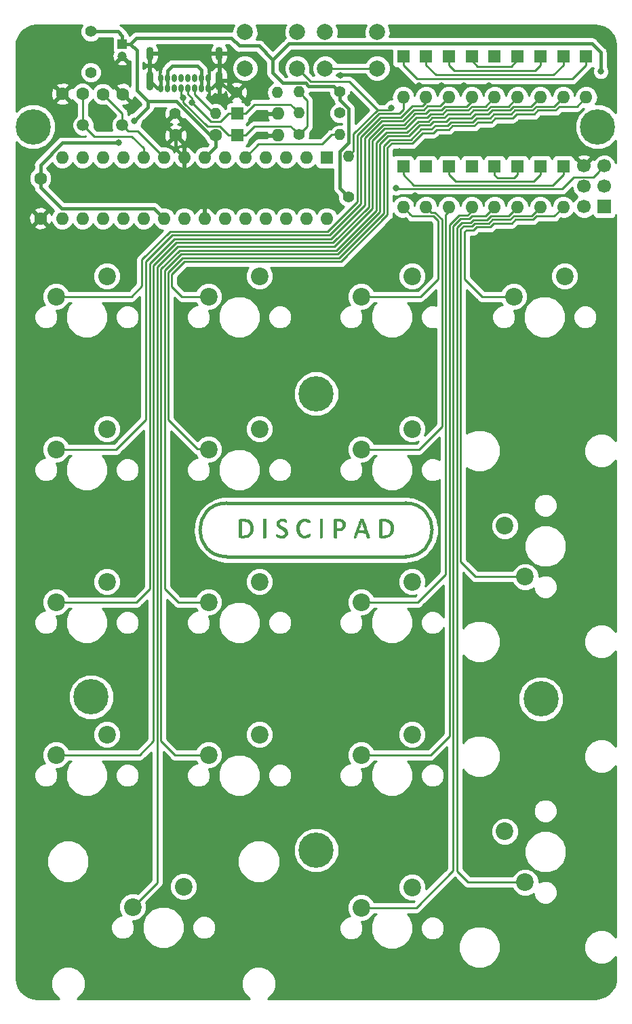
<source format=gbr>
G04 #@! TF.GenerationSoftware,KiCad,Pcbnew,(5.0.0)*
G04 #@! TF.CreationDate,2019-08-26T00:29:33-04:00*
G04 #@! TF.ProjectId,discipad-pcb,64697363697061642D7063622E6B6963,rev?*
G04 #@! TF.SameCoordinates,Original*
G04 #@! TF.FileFunction,Copper,L1,Top,Signal*
G04 #@! TF.FilePolarity,Positive*
%FSLAX46Y46*%
G04 Gerber Fmt 4.6, Leading zero omitted, Abs format (unit mm)*
G04 Created by KiCad (PCBNEW (5.0.0)) date 08/26/19 00:29:33*
%MOMM*%
%LPD*%
G01*
G04 APERTURE LIST*
G04 #@! TA.AperFunction,EtchedComponent*
%ADD10C,0.400000*%
G04 #@! TD*
G04 #@! TA.AperFunction,EtchedComponent*
%ADD11C,0.010000*%
G04 #@! TD*
G04 #@! TA.AperFunction,ComponentPad*
%ADD12C,2.000000*%
G04 #@! TD*
G04 #@! TA.AperFunction,ComponentPad*
%ADD13O,1.600000X1.600000*%
G04 #@! TD*
G04 #@! TA.AperFunction,ComponentPad*
%ADD14R,1.600000X1.600000*%
G04 #@! TD*
G04 #@! TA.AperFunction,ComponentPad*
%ADD15C,1.400000*%
G04 #@! TD*
G04 #@! TA.AperFunction,ComponentPad*
%ADD16C,2.200000*%
G04 #@! TD*
G04 #@! TA.AperFunction,ComponentPad*
%ADD17C,4.400000*%
G04 #@! TD*
G04 #@! TA.AperFunction,ComponentPad*
%ADD18C,1.600000*%
G04 #@! TD*
G04 #@! TA.AperFunction,ComponentPad*
%ADD19R,1.200000X1.200000*%
G04 #@! TD*
G04 #@! TA.AperFunction,ComponentPad*
%ADD20C,1.200000*%
G04 #@! TD*
G04 #@! TA.AperFunction,ComponentPad*
%ADD21O,1.400000X1.400000*%
G04 #@! TD*
G04 #@! TA.AperFunction,ComponentPad*
%ADD22O,0.900000X1.700000*%
G04 #@! TD*
G04 #@! TA.AperFunction,ComponentPad*
%ADD23O,0.900000X2.400000*%
G04 #@! TD*
G04 #@! TA.AperFunction,ComponentPad*
%ADD24O,0.650000X1.000000*%
G04 #@! TD*
G04 #@! TA.AperFunction,ComponentPad*
%ADD25C,1.500000*%
G04 #@! TD*
G04 #@! TA.AperFunction,ComponentPad*
%ADD26C,1.700000*%
G04 #@! TD*
G04 #@! TA.AperFunction,ComponentPad*
%ADD27R,1.700000X1.700000*%
G04 #@! TD*
G04 #@! TA.AperFunction,ViaPad*
%ADD28C,0.800000*%
G04 #@! TD*
G04 #@! TA.AperFunction,Conductor*
%ADD29C,0.250000*%
G04 #@! TD*
G04 #@! TA.AperFunction,Conductor*
%ADD30C,0.400000*%
G04 #@! TD*
G04 #@! TA.AperFunction,Conductor*
%ADD31C,0.254000*%
G04 #@! TD*
G04 APERTURE END LIST*
D10*
G04 #@! TO.C,G\002A\002A\002A*
X154983559Y-75406019D02*
G75*
G02X154983559Y-82086019I0J-3340000D01*
G01*
X132683559Y-82086019D02*
G75*
G02X132683559Y-75406019I0J3340000D01*
G01*
X132713559Y-82086019D02*
X154993559Y-82086019D01*
X132713559Y-75406019D02*
X154993559Y-75406019D01*
D11*
G36*
X152426051Y-77400161D02*
X152610739Y-77414266D01*
X152760563Y-77441191D01*
X152888668Y-77483730D01*
X153008198Y-77544676D01*
X153067267Y-77581873D01*
X153212403Y-77707878D01*
X153337652Y-77872665D01*
X153426374Y-78053527D01*
X153437470Y-78086985D01*
X153453057Y-78169518D01*
X153465423Y-78295095D01*
X153473120Y-78445212D01*
X153474954Y-78566019D01*
X153473350Y-78725384D01*
X153467325Y-78840477D01*
X153454104Y-78928580D01*
X153430911Y-79006978D01*
X153394971Y-79092951D01*
X153387795Y-79108690D01*
X153258773Y-79322782D01*
X153090386Y-79489609D01*
X152883784Y-79608274D01*
X152662450Y-79673858D01*
X152563370Y-79686602D01*
X152423048Y-79696848D01*
X152261802Y-79703398D01*
X152131322Y-79705171D01*
X151976353Y-79704773D01*
X151871798Y-79702097D01*
X151806495Y-79694916D01*
X151769282Y-79681004D01*
X151748998Y-79658137D01*
X151735282Y-79626197D01*
X151726851Y-79573408D01*
X151719805Y-79469027D01*
X151714139Y-79322014D01*
X151709843Y-79141329D01*
X151706911Y-78935930D01*
X151705334Y-78714777D01*
X151705105Y-78486831D01*
X151706217Y-78261051D01*
X151708662Y-78046396D01*
X151712432Y-77851826D01*
X151717519Y-77686301D01*
X151719722Y-77642383D01*
X152043923Y-77642383D01*
X152043923Y-79468088D01*
X152313317Y-79448368D01*
X152452720Y-79435316D01*
X152583410Y-79418187D01*
X152682117Y-79400159D01*
X152700164Y-79395577D01*
X152854592Y-79321217D01*
X152981409Y-79196173D01*
X153077401Y-79026298D01*
X153139351Y-78817447D01*
X153164045Y-78575472D01*
X153164337Y-78550625D01*
X153144865Y-78289561D01*
X153083627Y-78073670D01*
X152979931Y-77902250D01*
X152833089Y-77774602D01*
X152642409Y-77690025D01*
X152407201Y-77647819D01*
X152269244Y-77642383D01*
X152043923Y-77642383D01*
X151719722Y-77642383D01*
X151723917Y-77558781D01*
X151731617Y-77478224D01*
X151737127Y-77455631D01*
X151754702Y-77431749D01*
X151784282Y-77415236D01*
X151836125Y-77404753D01*
X151920488Y-77398960D01*
X152047630Y-77396519D01*
X152193357Y-77396080D01*
X152426051Y-77400161D01*
X152426051Y-77400161D01*
G37*
X152426051Y-77400161D02*
X152610739Y-77414266D01*
X152760563Y-77441191D01*
X152888668Y-77483730D01*
X153008198Y-77544676D01*
X153067267Y-77581873D01*
X153212403Y-77707878D01*
X153337652Y-77872665D01*
X153426374Y-78053527D01*
X153437470Y-78086985D01*
X153453057Y-78169518D01*
X153465423Y-78295095D01*
X153473120Y-78445212D01*
X153474954Y-78566019D01*
X153473350Y-78725384D01*
X153467325Y-78840477D01*
X153454104Y-78928580D01*
X153430911Y-79006978D01*
X153394971Y-79092951D01*
X153387795Y-79108690D01*
X153258773Y-79322782D01*
X153090386Y-79489609D01*
X152883784Y-79608274D01*
X152662450Y-79673858D01*
X152563370Y-79686602D01*
X152423048Y-79696848D01*
X152261802Y-79703398D01*
X152131322Y-79705171D01*
X151976353Y-79704773D01*
X151871798Y-79702097D01*
X151806495Y-79694916D01*
X151769282Y-79681004D01*
X151748998Y-79658137D01*
X151735282Y-79626197D01*
X151726851Y-79573408D01*
X151719805Y-79469027D01*
X151714139Y-79322014D01*
X151709843Y-79141329D01*
X151706911Y-78935930D01*
X151705334Y-78714777D01*
X151705105Y-78486831D01*
X151706217Y-78261051D01*
X151708662Y-78046396D01*
X151712432Y-77851826D01*
X151717519Y-77686301D01*
X151719722Y-77642383D01*
X152043923Y-77642383D01*
X152043923Y-79468088D01*
X152313317Y-79448368D01*
X152452720Y-79435316D01*
X152583410Y-79418187D01*
X152682117Y-79400159D01*
X152700164Y-79395577D01*
X152854592Y-79321217D01*
X152981409Y-79196173D01*
X153077401Y-79026298D01*
X153139351Y-78817447D01*
X153164045Y-78575472D01*
X153164337Y-78550625D01*
X153144865Y-78289561D01*
X153083627Y-78073670D01*
X152979931Y-77902250D01*
X152833089Y-77774602D01*
X152642409Y-77690025D01*
X152407201Y-77647819D01*
X152269244Y-77642383D01*
X152043923Y-77642383D01*
X151719722Y-77642383D01*
X151723917Y-77558781D01*
X151731617Y-77478224D01*
X151737127Y-77455631D01*
X151754702Y-77431749D01*
X151784282Y-77415236D01*
X151836125Y-77404753D01*
X151920488Y-77398960D01*
X152047630Y-77396519D01*
X152193357Y-77396080D01*
X152426051Y-77400161D01*
G36*
X149627074Y-77390772D02*
X149651118Y-77398802D01*
X149673371Y-77412715D01*
X149696217Y-77438008D01*
X149722038Y-77480179D01*
X149753217Y-77544724D01*
X149792136Y-77637138D01*
X149841178Y-77762920D01*
X149902726Y-77927566D01*
X149979163Y-78136572D01*
X150072870Y-78395435D01*
X150124066Y-78537299D01*
X150213490Y-78786735D01*
X150295356Y-79018067D01*
X150367482Y-79224904D01*
X150427689Y-79400859D01*
X150473796Y-79539542D01*
X150503622Y-79634565D01*
X150514987Y-79679539D01*
X150514794Y-79682080D01*
X150478465Y-79695596D01*
X150401805Y-79703908D01*
X150352888Y-79705171D01*
X150204881Y-79705171D01*
X150099321Y-79404989D01*
X149993762Y-79104807D01*
X149513869Y-79096347D01*
X149033977Y-79087886D01*
X148930283Y-79388831D01*
X148826590Y-79689777D01*
X148680347Y-79699161D01*
X148588051Y-79700511D01*
X148543629Y-79687018D01*
X148534105Y-79662737D01*
X148544116Y-79627581D01*
X148572308Y-79542304D01*
X148615917Y-79414690D01*
X148672178Y-79252524D01*
X148738329Y-79063589D01*
X148811606Y-78855669D01*
X148818783Y-78835413D01*
X149119092Y-78835413D01*
X149147929Y-78838329D01*
X149226685Y-78840738D01*
X149343700Y-78842407D01*
X149487317Y-78843103D01*
X149503923Y-78843110D01*
X149651176Y-78840986D01*
X149771939Y-78835170D01*
X149854849Y-78826498D01*
X149888541Y-78815806D01*
X149888771Y-78814811D01*
X149879085Y-78778037D01*
X149852144Y-78692784D01*
X149811123Y-78568661D01*
X149759199Y-78415277D01*
X149699546Y-78242240D01*
X149699307Y-78241553D01*
X149509843Y-77696595D01*
X149314476Y-78262155D01*
X149254207Y-78436999D01*
X149201483Y-78590673D01*
X149159367Y-78714185D01*
X149130926Y-78798539D01*
X149119225Y-78834743D01*
X149119092Y-78835413D01*
X148818783Y-78835413D01*
X148889245Y-78636549D01*
X148968482Y-78414012D01*
X149046553Y-78195841D01*
X149120696Y-77989822D01*
X149188145Y-77803738D01*
X149246139Y-77645373D01*
X149291912Y-77522510D01*
X149318678Y-77452985D01*
X149365645Y-77409059D01*
X149451850Y-77382973D01*
X149556484Y-77378924D01*
X149627074Y-77390772D01*
X149627074Y-77390772D01*
G37*
X149627074Y-77390772D02*
X149651118Y-77398802D01*
X149673371Y-77412715D01*
X149696217Y-77438008D01*
X149722038Y-77480179D01*
X149753217Y-77544724D01*
X149792136Y-77637138D01*
X149841178Y-77762920D01*
X149902726Y-77927566D01*
X149979163Y-78136572D01*
X150072870Y-78395435D01*
X150124066Y-78537299D01*
X150213490Y-78786735D01*
X150295356Y-79018067D01*
X150367482Y-79224904D01*
X150427689Y-79400859D01*
X150473796Y-79539542D01*
X150503622Y-79634565D01*
X150514987Y-79679539D01*
X150514794Y-79682080D01*
X150478465Y-79695596D01*
X150401805Y-79703908D01*
X150352888Y-79705171D01*
X150204881Y-79705171D01*
X150099321Y-79404989D01*
X149993762Y-79104807D01*
X149513869Y-79096347D01*
X149033977Y-79087886D01*
X148930283Y-79388831D01*
X148826590Y-79689777D01*
X148680347Y-79699161D01*
X148588051Y-79700511D01*
X148543629Y-79687018D01*
X148534105Y-79662737D01*
X148544116Y-79627581D01*
X148572308Y-79542304D01*
X148615917Y-79414690D01*
X148672178Y-79252524D01*
X148738329Y-79063589D01*
X148811606Y-78855669D01*
X148818783Y-78835413D01*
X149119092Y-78835413D01*
X149147929Y-78838329D01*
X149226685Y-78840738D01*
X149343700Y-78842407D01*
X149487317Y-78843103D01*
X149503923Y-78843110D01*
X149651176Y-78840986D01*
X149771939Y-78835170D01*
X149854849Y-78826498D01*
X149888541Y-78815806D01*
X149888771Y-78814811D01*
X149879085Y-78778037D01*
X149852144Y-78692784D01*
X149811123Y-78568661D01*
X149759199Y-78415277D01*
X149699546Y-78242240D01*
X149699307Y-78241553D01*
X149509843Y-77696595D01*
X149314476Y-78262155D01*
X149254207Y-78436999D01*
X149201483Y-78590673D01*
X149159367Y-78714185D01*
X149130926Y-78798539D01*
X149119225Y-78834743D01*
X149119092Y-78835413D01*
X148818783Y-78835413D01*
X148889245Y-78636549D01*
X148968482Y-78414012D01*
X149046553Y-78195841D01*
X149120696Y-77989822D01*
X149188145Y-77803738D01*
X149246139Y-77645373D01*
X149291912Y-77522510D01*
X149318678Y-77452985D01*
X149365645Y-77409059D01*
X149451850Y-77382973D01*
X149556484Y-77378924D01*
X149627074Y-77390772D01*
G36*
X146754301Y-77404113D02*
X146959200Y-77430214D01*
X147119943Y-77477390D01*
X147244305Y-77548644D01*
X147340058Y-77646982D01*
X147400178Y-77744988D01*
X147448436Y-77891210D01*
X147466767Y-78064874D01*
X147454785Y-78239483D01*
X147412101Y-78388540D01*
X147409673Y-78393759D01*
X147299090Y-78564555D01*
X147149978Y-78689999D01*
X146960363Y-78771143D01*
X146728270Y-78809038D01*
X146624224Y-78812322D01*
X146387857Y-78812322D01*
X146368230Y-79020140D01*
X146358029Y-79162583D01*
X146350852Y-79328349D01*
X146348384Y-79466565D01*
X146348165Y-79705171D01*
X146214751Y-79705171D01*
X146128356Y-79700804D01*
X146070365Y-79689841D01*
X146060812Y-79684645D01*
X146054435Y-79648295D01*
X146049280Y-79558964D01*
X146045309Y-79425236D01*
X146042485Y-79255693D01*
X146040772Y-79058917D01*
X146040132Y-78843492D01*
X146040529Y-78618000D01*
X146041925Y-78391023D01*
X146044284Y-78171145D01*
X146047570Y-77966947D01*
X146051744Y-77787013D01*
X146056686Y-77642383D01*
X146378953Y-77642383D01*
X146378953Y-78566019D01*
X146586771Y-78565971D01*
X146768907Y-78552298D01*
X146900159Y-78512092D01*
X147021545Y-78429282D01*
X147095527Y-78323085D01*
X147128760Y-78181514D01*
X147132178Y-78094141D01*
X147117267Y-77932880D01*
X147070429Y-77816613D01*
X146985312Y-77734325D01*
X146899894Y-77691175D01*
X146800556Y-77664445D01*
X146672146Y-77646759D01*
X146578451Y-77642383D01*
X146378953Y-77642383D01*
X146056686Y-77642383D01*
X146056770Y-77639925D01*
X146062612Y-77534266D01*
X146069231Y-77478618D01*
X146070312Y-77475054D01*
X146100338Y-77396080D01*
X146497472Y-77396080D01*
X146754301Y-77404113D01*
X146754301Y-77404113D01*
G37*
X146754301Y-77404113D02*
X146959200Y-77430214D01*
X147119943Y-77477390D01*
X147244305Y-77548644D01*
X147340058Y-77646982D01*
X147400178Y-77744988D01*
X147448436Y-77891210D01*
X147466767Y-78064874D01*
X147454785Y-78239483D01*
X147412101Y-78388540D01*
X147409673Y-78393759D01*
X147299090Y-78564555D01*
X147149978Y-78689999D01*
X146960363Y-78771143D01*
X146728270Y-78809038D01*
X146624224Y-78812322D01*
X146387857Y-78812322D01*
X146368230Y-79020140D01*
X146358029Y-79162583D01*
X146350852Y-79328349D01*
X146348384Y-79466565D01*
X146348165Y-79705171D01*
X146214751Y-79705171D01*
X146128356Y-79700804D01*
X146070365Y-79689841D01*
X146060812Y-79684645D01*
X146054435Y-79648295D01*
X146049280Y-79558964D01*
X146045309Y-79425236D01*
X146042485Y-79255693D01*
X146040772Y-79058917D01*
X146040132Y-78843492D01*
X146040529Y-78618000D01*
X146041925Y-78391023D01*
X146044284Y-78171145D01*
X146047570Y-77966947D01*
X146051744Y-77787013D01*
X146056686Y-77642383D01*
X146378953Y-77642383D01*
X146378953Y-78566019D01*
X146586771Y-78565971D01*
X146768907Y-78552298D01*
X146900159Y-78512092D01*
X147021545Y-78429282D01*
X147095527Y-78323085D01*
X147128760Y-78181514D01*
X147132178Y-78094141D01*
X147117267Y-77932880D01*
X147070429Y-77816613D01*
X146985312Y-77734325D01*
X146899894Y-77691175D01*
X146800556Y-77664445D01*
X146672146Y-77646759D01*
X146578451Y-77642383D01*
X146378953Y-77642383D01*
X146056686Y-77642383D01*
X146056770Y-77639925D01*
X146062612Y-77534266D01*
X146069231Y-77478618D01*
X146070312Y-77475054D01*
X146100338Y-77396080D01*
X146497472Y-77396080D01*
X146754301Y-77404113D01*
G36*
X144553593Y-77398558D02*
X144624804Y-77425632D01*
X144616727Y-78557705D01*
X144608650Y-79689777D01*
X144462408Y-79699161D01*
X144316165Y-79708544D01*
X144316165Y-77403258D01*
X144399274Y-77387371D01*
X144490190Y-77385089D01*
X144553593Y-77398558D01*
X144553593Y-77398558D01*
G37*
X144553593Y-77398558D02*
X144624804Y-77425632D01*
X144616727Y-78557705D01*
X144608650Y-79689777D01*
X144462408Y-79699161D01*
X144316165Y-79708544D01*
X144316165Y-77403258D01*
X144399274Y-77387371D01*
X144490190Y-77385089D01*
X144553593Y-77398558D01*
G36*
X137497021Y-77388615D02*
X137574362Y-77403400D01*
X137566294Y-78546588D01*
X137558226Y-79689777D01*
X137411983Y-79699161D01*
X137265741Y-79708544D01*
X137265741Y-77403258D01*
X137342711Y-77388544D01*
X137436888Y-77382758D01*
X137497021Y-77388615D01*
X137497021Y-77388615D01*
G37*
X137497021Y-77388615D02*
X137574362Y-77403400D01*
X137566294Y-78546588D01*
X137558226Y-79689777D01*
X137411983Y-79699161D01*
X137265741Y-79708544D01*
X137265741Y-77403258D01*
X137342711Y-77388544D01*
X137436888Y-77382758D01*
X137497021Y-77388615D01*
G36*
X134651971Y-77399504D02*
X134748269Y-77401682D01*
X134971468Y-77410427D01*
X135145503Y-77425978D01*
X135282703Y-77451941D01*
X135395397Y-77491915D01*
X135495914Y-77549506D01*
X135596583Y-77628314D01*
X135632447Y-77660051D01*
X135776840Y-77830661D01*
X135881990Y-78041598D01*
X135945284Y-78283695D01*
X135964108Y-78547782D01*
X135946473Y-78761563D01*
X135885164Y-79029381D01*
X135786848Y-79248994D01*
X135649298Y-79423012D01*
X135470287Y-79554041D01*
X135247591Y-79644689D01*
X135176705Y-79663284D01*
X135071199Y-79681000D01*
X134934695Y-79693851D01*
X134780707Y-79701769D01*
X134622749Y-79704681D01*
X134474336Y-79702519D01*
X134348979Y-79695211D01*
X134260195Y-79682689D01*
X134223899Y-79668225D01*
X134213313Y-79639956D01*
X134204729Y-79575604D01*
X134198006Y-79470958D01*
X134197906Y-79467956D01*
X134494832Y-79467956D01*
X134792859Y-79447007D01*
X134961050Y-79429528D01*
X135106634Y-79403707D01*
X135210808Y-79372937D01*
X135216193Y-79370628D01*
X135377628Y-79266720D01*
X135501126Y-79116133D01*
X135585177Y-78921834D01*
X135628266Y-78686792D01*
X135633983Y-78550625D01*
X135612087Y-78289484D01*
X135546293Y-78071374D01*
X135436449Y-77895988D01*
X135282401Y-77763019D01*
X135221262Y-77728100D01*
X135129579Y-77691770D01*
X135013101Y-77667461D01*
X134856060Y-77652241D01*
X134795014Y-77648828D01*
X134494832Y-77634150D01*
X134494832Y-79467956D01*
X134197906Y-79467956D01*
X134193006Y-79321806D01*
X134189590Y-79123935D01*
X134187619Y-78873133D01*
X134186955Y-78565189D01*
X134186953Y-78548237D01*
X134187276Y-78255397D01*
X134188406Y-78018246D01*
X134190581Y-77830901D01*
X134194042Y-77687479D01*
X134199027Y-77582097D01*
X134205776Y-77508870D01*
X134214529Y-77461916D01*
X134225524Y-77435351D01*
X134232572Y-77427335D01*
X134272360Y-77411797D01*
X134351196Y-77402195D01*
X134475570Y-77398205D01*
X134651971Y-77399504D01*
X134651971Y-77399504D01*
G37*
X134651971Y-77399504D02*
X134748269Y-77401682D01*
X134971468Y-77410427D01*
X135145503Y-77425978D01*
X135282703Y-77451941D01*
X135395397Y-77491915D01*
X135495914Y-77549506D01*
X135596583Y-77628314D01*
X135632447Y-77660051D01*
X135776840Y-77830661D01*
X135881990Y-78041598D01*
X135945284Y-78283695D01*
X135964108Y-78547782D01*
X135946473Y-78761563D01*
X135885164Y-79029381D01*
X135786848Y-79248994D01*
X135649298Y-79423012D01*
X135470287Y-79554041D01*
X135247591Y-79644689D01*
X135176705Y-79663284D01*
X135071199Y-79681000D01*
X134934695Y-79693851D01*
X134780707Y-79701769D01*
X134622749Y-79704681D01*
X134474336Y-79702519D01*
X134348979Y-79695211D01*
X134260195Y-79682689D01*
X134223899Y-79668225D01*
X134213313Y-79639956D01*
X134204729Y-79575604D01*
X134198006Y-79470958D01*
X134197906Y-79467956D01*
X134494832Y-79467956D01*
X134792859Y-79447007D01*
X134961050Y-79429528D01*
X135106634Y-79403707D01*
X135210808Y-79372937D01*
X135216193Y-79370628D01*
X135377628Y-79266720D01*
X135501126Y-79116133D01*
X135585177Y-78921834D01*
X135628266Y-78686792D01*
X135633983Y-78550625D01*
X135612087Y-78289484D01*
X135546293Y-78071374D01*
X135436449Y-77895988D01*
X135282401Y-77763019D01*
X135221262Y-77728100D01*
X135129579Y-77691770D01*
X135013101Y-77667461D01*
X134856060Y-77652241D01*
X134795014Y-77648828D01*
X134494832Y-77634150D01*
X134494832Y-79467956D01*
X134197906Y-79467956D01*
X134193006Y-79321806D01*
X134189590Y-79123935D01*
X134187619Y-78873133D01*
X134186955Y-78565189D01*
X134186953Y-78548237D01*
X134187276Y-78255397D01*
X134188406Y-78018246D01*
X134190581Y-77830901D01*
X134194042Y-77687479D01*
X134199027Y-77582097D01*
X134205776Y-77508870D01*
X134214529Y-77461916D01*
X134225524Y-77435351D01*
X134232572Y-77427335D01*
X134272360Y-77411797D01*
X134351196Y-77402195D01*
X134475570Y-77398205D01*
X134651971Y-77399504D01*
G36*
X142533601Y-77383592D02*
X142635915Y-77392905D01*
X142720984Y-77414284D01*
X142810930Y-77452093D01*
X142853741Y-77473049D01*
X142953007Y-77525186D01*
X143009508Y-77566147D01*
X143036481Y-77610352D01*
X143047166Y-77672220D01*
X143048266Y-77684925D01*
X143048619Y-77781078D01*
X143025298Y-77828234D01*
X142971599Y-77828830D01*
X142880823Y-77785304D01*
X142839997Y-77760686D01*
X142670941Y-77684604D01*
X142480587Y-77645656D01*
X142292527Y-77647045D01*
X142181926Y-77671350D01*
X142059050Y-77739137D01*
X141941317Y-77852071D01*
X141842156Y-77994283D01*
X141774992Y-78149903D01*
X141773924Y-78153538D01*
X141740024Y-78330524D01*
X141729119Y-78532847D01*
X141739980Y-78740254D01*
X141771378Y-78932493D01*
X141822085Y-79089310D01*
X141831929Y-79109802D01*
X141944717Y-79270178D01*
X142090966Y-79382224D01*
X142264180Y-79444463D01*
X142457863Y-79455417D01*
X142665519Y-79413607D01*
X142840825Y-79339357D01*
X142936717Y-79292096D01*
X143009633Y-79261771D01*
X143044490Y-79254616D01*
X143044976Y-79254992D01*
X143055535Y-79292722D01*
X143062431Y-79366546D01*
X143063033Y-79382653D01*
X143052010Y-79476798D01*
X143004497Y-79542118D01*
X142990774Y-79553241D01*
X142842689Y-79635506D01*
X142656830Y-79692664D01*
X142452731Y-79722122D01*
X142249931Y-79721290D01*
X142067965Y-79687574D01*
X142042422Y-79679074D01*
X141836067Y-79580919D01*
X141675133Y-79447094D01*
X141552405Y-79270206D01*
X141480743Y-79103849D01*
X141412968Y-78838979D01*
X141391228Y-78571754D01*
X141412955Y-78310989D01*
X141475583Y-78065498D01*
X141576545Y-77844095D01*
X141713273Y-77655596D01*
X141883200Y-77508815D01*
X141958121Y-77464674D01*
X142046045Y-77423652D01*
X142129380Y-77398885D01*
X142229064Y-77386384D01*
X142366035Y-77382156D01*
X142391923Y-77381985D01*
X142533601Y-77383592D01*
X142533601Y-77383592D01*
G37*
X142533601Y-77383592D02*
X142635915Y-77392905D01*
X142720984Y-77414284D01*
X142810930Y-77452093D01*
X142853741Y-77473049D01*
X142953007Y-77525186D01*
X143009508Y-77566147D01*
X143036481Y-77610352D01*
X143047166Y-77672220D01*
X143048266Y-77684925D01*
X143048619Y-77781078D01*
X143025298Y-77828234D01*
X142971599Y-77828830D01*
X142880823Y-77785304D01*
X142839997Y-77760686D01*
X142670941Y-77684604D01*
X142480587Y-77645656D01*
X142292527Y-77647045D01*
X142181926Y-77671350D01*
X142059050Y-77739137D01*
X141941317Y-77852071D01*
X141842156Y-77994283D01*
X141774992Y-78149903D01*
X141773924Y-78153538D01*
X141740024Y-78330524D01*
X141729119Y-78532847D01*
X141739980Y-78740254D01*
X141771378Y-78932493D01*
X141822085Y-79089310D01*
X141831929Y-79109802D01*
X141944717Y-79270178D01*
X142090966Y-79382224D01*
X142264180Y-79444463D01*
X142457863Y-79455417D01*
X142665519Y-79413607D01*
X142840825Y-79339357D01*
X142936717Y-79292096D01*
X143009633Y-79261771D01*
X143044490Y-79254616D01*
X143044976Y-79254992D01*
X143055535Y-79292722D01*
X143062431Y-79366546D01*
X143063033Y-79382653D01*
X143052010Y-79476798D01*
X143004497Y-79542118D01*
X142990774Y-79553241D01*
X142842689Y-79635506D01*
X142656830Y-79692664D01*
X142452731Y-79722122D01*
X142249931Y-79721290D01*
X142067965Y-79687574D01*
X142042422Y-79679074D01*
X141836067Y-79580919D01*
X141675133Y-79447094D01*
X141552405Y-79270206D01*
X141480743Y-79103849D01*
X141412968Y-78838979D01*
X141391228Y-78571754D01*
X141412955Y-78310989D01*
X141475583Y-78065498D01*
X141576545Y-77844095D01*
X141713273Y-77655596D01*
X141883200Y-77508815D01*
X141958121Y-77464674D01*
X142046045Y-77423652D01*
X142129380Y-77398885D01*
X142229064Y-77386384D01*
X142366035Y-77382156D01*
X142391923Y-77381985D01*
X142533601Y-77383592D01*
G36*
X139670907Y-77374276D02*
X139845860Y-77401340D01*
X139990423Y-77449818D01*
X139998165Y-77453668D01*
X140078158Y-77499261D01*
X140116541Y-77542488D01*
X140128356Y-77605116D01*
X140129014Y-77643008D01*
X140122265Y-77722314D01*
X140095761Y-77759486D01*
X140040111Y-77756771D01*
X139945926Y-77716421D01*
X139906750Y-77696262D01*
X139784868Y-77648315D01*
X139643765Y-77628437D01*
X139580003Y-77626989D01*
X139470049Y-77629606D01*
X139399989Y-77642548D01*
X139348204Y-77673448D01*
X139295216Y-77727535D01*
X139219541Y-77840986D01*
X139199908Y-77951298D01*
X139237398Y-78060373D01*
X139333090Y-78170110D01*
X139488063Y-78282409D01*
X139666498Y-78380942D01*
X139850556Y-78477526D01*
X139986334Y-78560352D01*
X140083240Y-78637190D01*
X140150683Y-78715809D01*
X140198073Y-78803980D01*
X140207650Y-78827795D01*
X140250671Y-79019484D01*
X140237336Y-79207462D01*
X140171683Y-79380958D01*
X140057747Y-79529202D01*
X139903478Y-79639425D01*
X139732985Y-79699957D01*
X139532764Y-79728695D01*
X139326545Y-79724410D01*
X139138052Y-79685875D01*
X139120639Y-79679930D01*
X138977873Y-79618898D01*
X138888464Y-79553537D01*
X138844287Y-79476135D01*
X138835923Y-79409731D01*
X138843359Y-79335549D01*
X138861407Y-79292964D01*
X138862887Y-79291898D01*
X138902305Y-79296063D01*
X138979018Y-79323230D01*
X139070705Y-79364794D01*
X139187287Y-79413738D01*
X139303215Y-79448387D01*
X139374711Y-79459594D01*
X139521342Y-79463347D01*
X139623510Y-79457048D01*
X139698034Y-79436635D01*
X139761735Y-79398044D01*
X139813890Y-79353476D01*
X139885442Y-79279701D01*
X139919358Y-79213941D01*
X139928641Y-79129178D01*
X139928716Y-79114870D01*
X139919514Y-79017639D01*
X139887095Y-78934975D01*
X139823812Y-78858876D01*
X139722018Y-78781343D01*
X139574067Y-78694376D01*
X139478545Y-78643901D01*
X139260963Y-78520587D01*
X139099222Y-78403038D01*
X138988396Y-78287078D01*
X138926224Y-78175746D01*
X138902134Y-78058599D01*
X138900739Y-77916333D01*
X138921131Y-77780700D01*
X138939094Y-77725580D01*
X139015197Y-77607429D01*
X139131539Y-77499269D01*
X139267238Y-77418556D01*
X139335822Y-77393947D01*
X139492063Y-77371015D01*
X139670907Y-77374276D01*
X139670907Y-77374276D01*
G37*
X139670907Y-77374276D02*
X139845860Y-77401340D01*
X139990423Y-77449818D01*
X139998165Y-77453668D01*
X140078158Y-77499261D01*
X140116541Y-77542488D01*
X140128356Y-77605116D01*
X140129014Y-77643008D01*
X140122265Y-77722314D01*
X140095761Y-77759486D01*
X140040111Y-77756771D01*
X139945926Y-77716421D01*
X139906750Y-77696262D01*
X139784868Y-77648315D01*
X139643765Y-77628437D01*
X139580003Y-77626989D01*
X139470049Y-77629606D01*
X139399989Y-77642548D01*
X139348204Y-77673448D01*
X139295216Y-77727535D01*
X139219541Y-77840986D01*
X139199908Y-77951298D01*
X139237398Y-78060373D01*
X139333090Y-78170110D01*
X139488063Y-78282409D01*
X139666498Y-78380942D01*
X139850556Y-78477526D01*
X139986334Y-78560352D01*
X140083240Y-78637190D01*
X140150683Y-78715809D01*
X140198073Y-78803980D01*
X140207650Y-78827795D01*
X140250671Y-79019484D01*
X140237336Y-79207462D01*
X140171683Y-79380958D01*
X140057747Y-79529202D01*
X139903478Y-79639425D01*
X139732985Y-79699957D01*
X139532764Y-79728695D01*
X139326545Y-79724410D01*
X139138052Y-79685875D01*
X139120639Y-79679930D01*
X138977873Y-79618898D01*
X138888464Y-79553537D01*
X138844287Y-79476135D01*
X138835923Y-79409731D01*
X138843359Y-79335549D01*
X138861407Y-79292964D01*
X138862887Y-79291898D01*
X138902305Y-79296063D01*
X138979018Y-79323230D01*
X139070705Y-79364794D01*
X139187287Y-79413738D01*
X139303215Y-79448387D01*
X139374711Y-79459594D01*
X139521342Y-79463347D01*
X139623510Y-79457048D01*
X139698034Y-79436635D01*
X139761735Y-79398044D01*
X139813890Y-79353476D01*
X139885442Y-79279701D01*
X139919358Y-79213941D01*
X139928641Y-79129178D01*
X139928716Y-79114870D01*
X139919514Y-79017639D01*
X139887095Y-78934975D01*
X139823812Y-78858876D01*
X139722018Y-78781343D01*
X139574067Y-78694376D01*
X139478545Y-78643901D01*
X139260963Y-78520587D01*
X139099222Y-78403038D01*
X138988396Y-78287078D01*
X138926224Y-78175746D01*
X138902134Y-78058599D01*
X138900739Y-77916333D01*
X138921131Y-77780700D01*
X138939094Y-77725580D01*
X139015197Y-77607429D01*
X139131539Y-77499269D01*
X139267238Y-77418556D01*
X139335822Y-77393947D01*
X139492063Y-77371015D01*
X139670907Y-77374276D01*
G04 #@! TD*
D12*
G04 #@! TO.P,BOOT1,1*
G04 #@! TO.N,GND*
X151470929Y-16693091D03*
G04 #@! TO.P,BOOT1,2*
G04 #@! TO.N,boot*
X151470929Y-21193091D03*
G04 #@! TO.P,BOOT1,1*
G04 #@! TO.N,GND*
X144970929Y-16693091D03*
G04 #@! TO.P,BOOT1,2*
G04 #@! TO.N,boot*
X144970929Y-21193091D03*
G04 #@! TD*
D13*
G04 #@! TO.P,D2,2*
G04 #@! TO.N,Net-(D2-Pad2)*
X177550923Y-24807330D03*
D14*
G04 #@! TO.P,D2,1*
G04 #@! TO.N,row0*
X177550923Y-19727330D03*
G04 #@! TD*
D13*
G04 #@! TO.P,D4,2*
G04 #@! TO.N,Net-(D4-Pad2)*
X174696610Y-38488743D03*
D14*
G04 #@! TO.P,D4,1*
G04 #@! TO.N,row0*
X174696610Y-33408743D03*
G04 #@! TD*
D13*
G04 #@! TO.P,D11,2*
G04 #@! TO.N,Net-(D11-Pad2)*
X171842297Y-38488743D03*
D14*
G04 #@! TO.P,D11,1*
G04 #@! TO.N,row2*
X171842297Y-33408743D03*
G04 #@! TD*
D13*
G04 #@! TO.P,D17,2*
G04 #@! TO.N,Net-(D17-Pad2)*
X168987991Y-38488743D03*
D14*
G04 #@! TO.P,D17,1*
G04 #@! TO.N,row4*
X168987991Y-33408743D03*
G04 #@! TD*
D13*
G04 #@! TO.P,D16,2*
G04 #@! TO.N,Net-(D16-Pad2)*
X166133685Y-38488743D03*
D14*
G04 #@! TO.P,D16,1*
G04 #@! TO.N,row4*
X166133685Y-33408743D03*
G04 #@! TD*
D13*
G04 #@! TO.P,D14,2*
G04 #@! TO.N,Net-(D14-Pad2)*
X163279379Y-38488743D03*
D14*
G04 #@! TO.P,D14,1*
G04 #@! TO.N,row3*
X163279379Y-33408743D03*
G04 #@! TD*
D13*
G04 #@! TO.P,D10,2*
G04 #@! TO.N,Net-(D10-Pad2)*
X160425073Y-38488743D03*
D14*
G04 #@! TO.P,D10,1*
G04 #@! TO.N,row2*
X160425073Y-33408743D03*
G04 #@! TD*
D13*
G04 #@! TO.P,D7,2*
G04 #@! TO.N,Net-(D7-Pad2)*
X157570767Y-38488743D03*
D14*
G04 #@! TO.P,D7,1*
G04 #@! TO.N,row1*
X157570767Y-33408743D03*
G04 #@! TD*
D13*
G04 #@! TO.P,D3,2*
G04 #@! TO.N,Net-(D3-Pad2)*
X154716461Y-38488743D03*
D14*
G04 #@! TO.P,D3,1*
G04 #@! TO.N,row0*
X154716461Y-33408743D03*
G04 #@! TD*
D13*
G04 #@! TO.P,D6,2*
G04 #@! TO.N,Net-(D6-Pad2)*
X174696610Y-24807330D03*
D14*
G04 #@! TO.P,D6,1*
G04 #@! TO.N,row1*
X174696610Y-19727330D03*
G04 #@! TD*
D13*
G04 #@! TO.P,D9,2*
G04 #@! TO.N,Net-(D9-Pad2)*
X171842297Y-24807330D03*
D14*
G04 #@! TO.P,D9,1*
G04 #@! TO.N,row2*
X171842297Y-19727330D03*
G04 #@! TD*
D13*
G04 #@! TO.P,D13,2*
G04 #@! TO.N,Net-(D13-Pad2)*
X168987991Y-24807330D03*
D14*
G04 #@! TO.P,D13,1*
G04 #@! TO.N,row3*
X168987991Y-19727330D03*
G04 #@! TD*
D13*
G04 #@! TO.P,D15,2*
G04 #@! TO.N,Net-(D15-Pad2)*
X166133685Y-24807330D03*
D14*
G04 #@! TO.P,D15,1*
G04 #@! TO.N,row4*
X166133685Y-19727330D03*
G04 #@! TD*
D13*
G04 #@! TO.P,D12,2*
G04 #@! TO.N,Net-(D12-Pad2)*
X163279379Y-24807330D03*
D14*
G04 #@! TO.P,D12,1*
G04 #@! TO.N,row3*
X163279379Y-19727330D03*
G04 #@! TD*
D13*
G04 #@! TO.P,D8,2*
G04 #@! TO.N,Net-(D8-Pad2)*
X160425073Y-24807330D03*
D14*
G04 #@! TO.P,D8,1*
G04 #@! TO.N,row2*
X160425073Y-19727330D03*
G04 #@! TD*
D13*
G04 #@! TO.P,D5,2*
G04 #@! TO.N,Net-(D5-Pad2)*
X157570767Y-24807330D03*
D14*
G04 #@! TO.P,D5,1*
G04 #@! TO.N,row1*
X157570767Y-19727330D03*
G04 #@! TD*
D13*
G04 #@! TO.P,D1,2*
G04 #@! TO.N,Net-(D1-Pad2)*
X154716461Y-24807330D03*
D14*
G04 #@! TO.P,D1,1*
G04 #@! TO.N,row0*
X154716461Y-19727330D03*
G04 #@! TD*
D13*
G04 #@! TO.P,D18,2*
G04 #@! TO.N,GND*
X139054831Y-29536623D03*
D14*
G04 #@! TO.P,D18,1*
G04 #@! TO.N,Net-(D18-Pad1)*
X133974831Y-29536623D03*
G04 #@! TD*
D13*
G04 #@! TO.P,D19,2*
G04 #@! TO.N,GND*
X139054831Y-26841931D03*
D14*
G04 #@! TO.P,D19,1*
G04 #@! TO.N,Net-(D19-Pad1)*
X133974831Y-26841931D03*
G04 #@! TD*
D15*
G04 #@! TO.P,F1,1*
G04 #@! TO.N,+5V*
X115714273Y-16610309D03*
G04 #@! TO.P,F1,2*
G04 #@! TO.N,VCC*
X115714273Y-21710309D03*
G04 #@! TD*
D16*
G04 #@! TO.P,SW15,1*
G04 #@! TO.N,col0*
X127306000Y-123242000D03*
G04 #@! TO.P,SW15,2*
G04 #@! TO.N,Net-(D15-Pad2)*
X120956000Y-125782000D03*
G04 #@! TD*
G04 #@! TO.P,SW14,1*
G04 #@! TO.N,col3*
X167386000Y-116332000D03*
G04 #@! TO.P,SW14,2*
G04 #@! TO.N,Net-(D17-Pad2)*
X169926000Y-122682000D03*
G04 #@! TD*
G04 #@! TO.P,SW7,1*
G04 #@! TO.N,col3*
X167386000Y-78232000D03*
G04 #@! TO.P,SW7,2*
G04 #@! TO.N,Net-(D11-Pad2)*
X169926000Y-84582000D03*
G04 #@! TD*
G04 #@! TO.P,SW16,2*
G04 #@! TO.N,Net-(D16-Pad2)*
X149479000Y-125857000D03*
G04 #@! TO.P,SW16,1*
G04 #@! TO.N,col2*
X155829000Y-123317000D03*
G04 #@! TD*
G04 #@! TO.P,SW12,2*
G04 #@! TO.N,Net-(D13-Pad2)*
X130429000Y-106807000D03*
G04 #@! TO.P,SW12,1*
G04 #@! TO.N,col1*
X136779000Y-104267000D03*
G04 #@! TD*
G04 #@! TO.P,SW11,2*
G04 #@! TO.N,Net-(D12-Pad2)*
X111379000Y-106807000D03*
G04 #@! TO.P,SW11,1*
G04 #@! TO.N,col0*
X117729000Y-104267000D03*
G04 #@! TD*
G04 #@! TO.P,SW13,2*
G04 #@! TO.N,Net-(D14-Pad2)*
X149479000Y-106807000D03*
G04 #@! TO.P,SW13,1*
G04 #@! TO.N,col2*
X155829000Y-104267000D03*
G04 #@! TD*
G04 #@! TO.P,SW10,2*
G04 #@! TO.N,Net-(D10-Pad2)*
X149479000Y-87757000D03*
G04 #@! TO.P,SW10,1*
G04 #@! TO.N,col2*
X155829000Y-85217000D03*
G04 #@! TD*
G04 #@! TO.P,SW9,2*
G04 #@! TO.N,Net-(D9-Pad2)*
X130429000Y-87757000D03*
G04 #@! TO.P,SW9,1*
G04 #@! TO.N,col1*
X136779000Y-85217000D03*
G04 #@! TD*
G04 #@! TO.P,SW8,2*
G04 #@! TO.N,Net-(D8-Pad2)*
X111379000Y-87757000D03*
G04 #@! TO.P,SW8,1*
G04 #@! TO.N,col0*
X117729000Y-85217000D03*
G04 #@! TD*
G04 #@! TO.P,SW6,2*
G04 #@! TO.N,Net-(D7-Pad2)*
X149479000Y-68707000D03*
G04 #@! TO.P,SW6,1*
G04 #@! TO.N,col2*
X155829000Y-66167000D03*
G04 #@! TD*
G04 #@! TO.P,SW5,2*
G04 #@! TO.N,Net-(D6-Pad2)*
X130429000Y-68707000D03*
G04 #@! TO.P,SW5,1*
G04 #@! TO.N,col1*
X136779000Y-66167000D03*
G04 #@! TD*
G04 #@! TO.P,SW4,2*
G04 #@! TO.N,Net-(D5-Pad2)*
X111379000Y-68707000D03*
G04 #@! TO.P,SW4,1*
G04 #@! TO.N,col0*
X117729000Y-66167000D03*
G04 #@! TD*
G04 #@! TO.P,SW3,2*
G04 #@! TO.N,Net-(D4-Pad2)*
X168529000Y-49657000D03*
G04 #@! TO.P,SW3,1*
G04 #@! TO.N,col3*
X174879000Y-47117000D03*
G04 #@! TD*
G04 #@! TO.P,SW2,2*
G04 #@! TO.N,Net-(D3-Pad2)*
X149479000Y-49657000D03*
G04 #@! TO.P,SW2,1*
G04 #@! TO.N,col2*
X155829000Y-47117000D03*
G04 #@! TD*
G04 #@! TO.P,SW1,2*
G04 #@! TO.N,Net-(D2-Pad2)*
X130429000Y-49657000D03*
G04 #@! TO.P,SW1,1*
G04 #@! TO.N,col1*
X136779000Y-47117000D03*
G04 #@! TD*
G04 #@! TO.P,SW0,2*
G04 #@! TO.N,Net-(D1-Pad2)*
X111379000Y-49657000D03*
G04 #@! TO.P,SW0,1*
G04 #@! TO.N,col0*
X117729000Y-47117000D03*
G04 #@! TD*
D17*
G04 #@! TO.P,REF\002A\002A,1*
G04 #@! TO.N,N/C*
X143833559Y-118686673D03*
G04 #@! TD*
G04 #@! TO.P,REF\002A\002A,1*
G04 #@! TO.N,N/C*
X115752543Y-99566685D03*
G04 #@! TD*
G04 #@! TO.P,REF\002A\002A,1*
G04 #@! TO.N,N/C*
X171914575Y-99841686D03*
G04 #@! TD*
G04 #@! TO.P,REF\002A\002A,1*
G04 #@! TO.N,N/C*
X143833559Y-61784261D03*
G04 #@! TD*
G04 #@! TO.P,REF\002A\002A,1*
G04 #@! TO.N,N/C*
X179001130Y-28475773D03*
G04 #@! TD*
G04 #@! TO.P,REF\002A\002A,1*
G04 #@! TO.N,N/C*
X108503031Y-28475773D03*
G04 #@! TD*
D18*
G04 #@! TO.P,C1,1*
G04 #@! TO.N,xtal1*
X117219101Y-24409709D03*
G04 #@! TO.P,C1,2*
G04 #@! TO.N,GND*
X119719101Y-24409709D03*
G04 #@! TD*
G04 #@! TO.P,C2,2*
G04 #@! TO.N,GND*
X112164393Y-24392211D03*
G04 #@! TO.P,C2,1*
G04 #@! TO.N,xtal2*
X114664393Y-24392211D03*
G04 #@! TD*
D19*
G04 #@! TO.P,C3,1*
G04 #@! TO.N,+5V*
X119633825Y-18180421D03*
D20*
G04 #@! TO.P,C3,2*
G04 #@! TO.N,GND*
X119633825Y-19680421D03*
G04 #@! TD*
D18*
G04 #@! TO.P,C4,2*
G04 #@! TO.N,GND*
X126287493Y-29571619D03*
G04 #@! TO.P,C4,1*
G04 #@! TO.N,+5V*
X131287493Y-29571619D03*
G04 #@! TD*
G04 #@! TO.P,C5,1*
G04 #@! TO.N,+5V*
X109414993Y-34908509D03*
G04 #@! TO.P,C5,2*
G04 #@! TO.N,GND*
X109414993Y-39908509D03*
G04 #@! TD*
D21*
G04 #@! TO.P,R1,2*
G04 #@! TO.N,Net-(D18-Pad1)*
X141703959Y-24147239D03*
D15*
G04 #@! TO.P,R1,1*
G04 #@! TO.N,+5V*
X146783959Y-24147239D03*
G04 #@! TD*
G04 #@! TO.P,R2,1*
G04 #@! TO.N,GND*
X126178077Y-26841931D03*
D21*
G04 #@! TO.P,R2,2*
G04 #@! TO.N,Net-(R2-Pad2)*
X131258077Y-26841931D03*
G04 #@! TD*
D15*
G04 #@! TO.P,R3,1*
G04 #@! TO.N,GND*
X133929691Y-24199733D03*
D21*
G04 #@! TO.P,R3,2*
G04 #@! TO.N,Net-(R3-Pad2)*
X139009691Y-24199733D03*
G04 #@! TD*
G04 #@! TO.P,R4,2*
G04 #@! TO.N,D-*
X146783959Y-29484129D03*
D15*
G04 #@! TO.P,R4,1*
G04 #@! TO.N,Net-(D18-Pad1)*
X141703959Y-29484129D03*
G04 #@! TD*
D21*
G04 #@! TO.P,R5,2*
G04 #@! TO.N,Net-(D19-Pad1)*
X141703959Y-26771939D03*
D15*
G04 #@! TO.P,R5,1*
G04 #@! TO.N,D+*
X146783959Y-26771939D03*
G04 #@! TD*
G04 #@! TO.P,R6,1*
G04 #@! TO.N,+5V*
X147875597Y-37235743D03*
D21*
G04 #@! TO.P,R6,2*
G04 #@! TO.N,reset*
X147875597Y-32155743D03*
G04 #@! TD*
D12*
G04 #@! TO.P,RESET1,2*
G04 #@! TO.N,reset*
X134962073Y-21193091D03*
G04 #@! TO.P,RESET1,1*
G04 #@! TO.N,GND*
X134962073Y-16693091D03*
G04 #@! TO.P,RESET1,2*
G04 #@! TO.N,reset*
X141462073Y-21193091D03*
G04 #@! TO.P,RESET1,1*
G04 #@! TO.N,GND*
X141462073Y-16693091D03*
G04 #@! TD*
D14*
G04 #@! TO.P,U1,1*
G04 #@! TO.N,reset*
X145163407Y-32301307D03*
D13*
G04 #@! TO.P,U1,15*
G04 #@! TO.N,row0*
X112143407Y-39921307D03*
G04 #@! TO.P,U1,2*
G04 #@! TO.N,Net-(U1-Pad2)*
X142623407Y-32301307D03*
G04 #@! TO.P,U1,16*
G04 #@! TO.N,Net-(U1-Pad16)*
X114683407Y-39921307D03*
G04 #@! TO.P,U1,3*
G04 #@! TO.N,Net-(U1-Pad3)*
X140083407Y-32301307D03*
G04 #@! TO.P,U1,17*
G04 #@! TO.N,mosi*
X117223407Y-39921307D03*
G04 #@! TO.P,U1,4*
G04 #@! TO.N,D+*
X137543407Y-32301307D03*
G04 #@! TO.P,U1,18*
G04 #@! TO.N,miso*
X119763407Y-39921307D03*
G04 #@! TO.P,U1,5*
G04 #@! TO.N,D-*
X135003407Y-32301307D03*
G04 #@! TO.P,U1,19*
G04 #@! TO.N,sck*
X122303407Y-39921307D03*
G04 #@! TO.P,U1,6*
G04 #@! TO.N,row4*
X132463407Y-32301307D03*
G04 #@! TO.P,U1,20*
G04 #@! TO.N,+5V*
X124843407Y-39921307D03*
G04 #@! TO.P,U1,7*
X129923407Y-32301307D03*
G04 #@! TO.P,U1,21*
G04 #@! TO.N,Net-(U1-Pad21)*
X127383407Y-39921307D03*
G04 #@! TO.P,U1,8*
G04 #@! TO.N,GND*
X127383407Y-32301307D03*
G04 #@! TO.P,U1,22*
X129923407Y-39921307D03*
G04 #@! TO.P,U1,9*
G04 #@! TO.N,xtal1*
X124843407Y-32301307D03*
G04 #@! TO.P,U1,23*
G04 #@! TO.N,col0*
X132463407Y-39921307D03*
G04 #@! TO.P,U1,10*
G04 #@! TO.N,xtal2*
X122303407Y-32301307D03*
G04 #@! TO.P,U1,24*
G04 #@! TO.N,col1*
X135003407Y-39921307D03*
G04 #@! TO.P,U1,11*
G04 #@! TO.N,boot*
X119763407Y-32301307D03*
G04 #@! TO.P,U1,25*
G04 #@! TO.N,col2*
X137543407Y-39921307D03*
G04 #@! TO.P,U1,12*
G04 #@! TO.N,row3*
X117223407Y-32301307D03*
G04 #@! TO.P,U1,26*
G04 #@! TO.N,col3*
X140083407Y-39921307D03*
G04 #@! TO.P,U1,13*
G04 #@! TO.N,row2*
X114683407Y-32301307D03*
G04 #@! TO.P,U1,27*
G04 #@! TO.N,Net-(U1-Pad27)*
X142623407Y-39921307D03*
G04 #@! TO.P,U1,14*
G04 #@! TO.N,row1*
X112143407Y-32301307D03*
G04 #@! TO.P,U1,28*
G04 #@! TO.N,Net-(U1-Pad28)*
X145163407Y-39921307D03*
G04 #@! TD*
D22*
G04 #@! TO.P,USB1,S1*
G04 #@! TO.N,GND*
X123077937Y-19342987D03*
X131727937Y-19342987D03*
D23*
X123077937Y-22722987D03*
X131727937Y-22722987D03*
D24*
G04 #@! TO.P,USB1,B1*
X124422937Y-22377987D03*
G04 #@! TO.P,USB1,B4*
G04 #@! TO.N,VCC*
X125272937Y-22377987D03*
G04 #@! TO.P,USB1,B5*
G04 #@! TO.N,Net-(R3-Pad2)*
X126122937Y-22377987D03*
G04 #@! TO.P,USB1,B6*
G04 #@! TO.N,Net-(D19-Pad1)*
X126972937Y-22377987D03*
G04 #@! TO.P,USB1,B7*
G04 #@! TO.N,Net-(D18-Pad1)*
X127822937Y-22377987D03*
G04 #@! TO.P,USB1,B8*
G04 #@! TO.N,Net-(USB1-PadB8)*
X128672937Y-22377987D03*
G04 #@! TO.P,USB1,B9*
G04 #@! TO.N,VCC*
X129522937Y-22377987D03*
G04 #@! TO.P,USB1,B12*
G04 #@! TO.N,GND*
X130377937Y-22377987D03*
G04 #@! TO.P,USB1,A12*
X124427937Y-23702987D03*
G04 #@! TO.P,USB1,A9*
G04 #@! TO.N,VCC*
X125277937Y-23702987D03*
G04 #@! TO.P,USB1,A8*
G04 #@! TO.N,Net-(USB1-PadA8)*
X126127937Y-23702987D03*
G04 #@! TO.P,USB1,A7*
G04 #@! TO.N,Net-(D18-Pad1)*
X126977937Y-23702987D03*
G04 #@! TO.P,USB1,A6*
G04 #@! TO.N,Net-(D19-Pad1)*
X127827937Y-23702987D03*
G04 #@! TO.P,USB1,A4*
G04 #@! TO.N,VCC*
X129527937Y-23702987D03*
G04 #@! TO.P,USB1,A1*
G04 #@! TO.N,GND*
X130377937Y-23702987D03*
G04 #@! TO.P,USB1,A5*
G04 #@! TO.N,Net-(R2-Pad2)*
X128677937Y-23702987D03*
G04 #@! TD*
D25*
G04 #@! TO.P,Y1,1*
G04 #@! TO.N,xtal1*
X119616327Y-28276767D03*
G04 #@! TO.P,Y1,2*
G04 #@! TO.N,xtal2*
X114736327Y-28276767D03*
G04 #@! TD*
D26*
G04 #@! TO.P,J1,6*
G04 #@! TO.N,GND*
X177279591Y-33383393D03*
G04 #@! TO.P,J1,5*
G04 #@! TO.N,reset*
X179819591Y-33383393D03*
G04 #@! TO.P,J1,4*
G04 #@! TO.N,mosi*
X177279591Y-35923393D03*
G04 #@! TO.P,J1,3*
G04 #@! TO.N,sck*
X179819591Y-35923393D03*
G04 #@! TO.P,J1,2*
G04 #@! TO.N,+5V*
X177279591Y-38463393D03*
D27*
G04 #@! TO.P,J1,1*
G04 #@! TO.N,miso*
X179819591Y-38463393D03*
G04 #@! TD*
D28*
G04 #@! TO.N,GND*
X135259539Y-25512083D03*
X170010567Y-63727715D03*
X108085145Y-18950333D03*
X154157379Y-40735343D03*
X127612913Y-36920779D03*
X134664607Y-36868285D03*
X116991627Y-26754441D03*
X124568261Y-16325633D03*
X146895709Y-22047479D03*
X148138067Y-24794665D03*
X145758339Y-25424593D03*
X148138067Y-16693091D03*
X170780479Y-16693091D03*
X174332573Y-29361643D03*
X180159407Y-31548893D03*
X138202084Y-16693091D03*
X136006871Y-22748763D03*
X165549229Y-31604029D03*
X162609876Y-31604029D03*
X159744937Y-31604029D03*
X156917205Y-31604029D03*
X154275508Y-31604029D03*
X165437608Y-23381282D03*
X162312220Y-23381282D03*
X159484488Y-23381282D03*
X156656756Y-23381282D03*
X156210272Y-37036251D03*
G04 #@! TO.N,+5V*
X179389495Y-21592531D03*
X119159110Y-30498433D03*
X121153844Y-27716304D03*
G04 #@! TO.N,Net-(D18-Pad1)*
X127269933Y-24871903D03*
G04 #@! TO.N,Net-(D19-Pad1)*
X128350138Y-25492473D03*
G04 #@! TO.N,reset*
X153264981Y-26107015D03*
X153859913Y-36098373D03*
G04 #@! TD*
D29*
G04 #@! TO.N,row0*
X154716461Y-34458743D02*
X156041127Y-35783409D01*
X154716461Y-33408743D02*
X154716461Y-34458743D01*
X174696610Y-34458743D02*
X174696610Y-33408743D01*
X173371944Y-35783409D02*
X174696610Y-34458743D01*
X156041127Y-35783409D02*
X173371944Y-35783409D01*
X154716461Y-20777330D02*
X154716461Y-19727330D01*
X156449023Y-22509892D02*
X154716461Y-20777330D01*
X175818361Y-22509892D02*
X156449023Y-22509892D01*
X177550923Y-20777330D02*
X175818361Y-22509892D01*
X177550923Y-19727330D02*
X177550923Y-20777330D01*
G04 #@! TO.N,Net-(D1-Pad2)*
X122098718Y-46193840D02*
X122098718Y-46351319D01*
X122098718Y-46666277D02*
X122098718Y-45091487D01*
X122098718Y-46351319D02*
X122098718Y-46666277D01*
X122098718Y-46666277D02*
X122098718Y-47191207D01*
X125615749Y-41521963D02*
X122098718Y-45038994D01*
X145300624Y-41521963D02*
X125615749Y-41521963D01*
X154716461Y-25807330D02*
X154716461Y-26352841D01*
X122098718Y-45038994D02*
X122098718Y-47191207D01*
X154209873Y-26859429D02*
X151683678Y-26859429D01*
X154716461Y-26352841D02*
X154209873Y-26859429D01*
X151683678Y-26859429D02*
X148975134Y-29567973D01*
X148975134Y-29567973D02*
X148975134Y-37847453D01*
X148975134Y-37847453D02*
X145300624Y-41521963D01*
X154716461Y-25807330D02*
X154716461Y-24807330D01*
X119933447Y-49657000D02*
X111379000Y-49657000D01*
X120781632Y-49657000D02*
X119933447Y-49657000D01*
X122098718Y-48339914D02*
X120781632Y-49657000D01*
X122098718Y-47191207D02*
X122098718Y-48339914D01*
G04 #@! TO.N,row1*
X174696610Y-20777330D02*
X173469317Y-22004623D01*
X174696610Y-19727330D02*
X174696610Y-20777330D01*
X158798060Y-22004623D02*
X157570767Y-20777330D01*
X173469317Y-22004623D02*
X158798060Y-22004623D01*
X157570767Y-20777330D02*
X157570767Y-19727330D01*
G04 #@! TO.N,Net-(D2-Pad2)*
X146927907Y-45301459D02*
X152754630Y-39474736D01*
X127400511Y-45301459D02*
X146927907Y-45301459D01*
X125825721Y-46876249D02*
X127400511Y-45301459D01*
X125825721Y-48398546D02*
X125825721Y-46876249D01*
X127084175Y-49657000D02*
X125825721Y-48398546D01*
X130429000Y-49657000D02*
X127084175Y-49657000D01*
X152754630Y-32808749D02*
X152754630Y-32759164D01*
X152754630Y-39474736D02*
X152754630Y-32808749D01*
X152754630Y-31075856D02*
X153278979Y-30551507D01*
X152754630Y-32808749D02*
X152754630Y-31075856D01*
X153278979Y-30551507D02*
X155848928Y-30551507D01*
X155848928Y-30551507D02*
X157140447Y-29259988D01*
X157140447Y-29259988D02*
X158442692Y-29259988D01*
X158442692Y-29259988D02*
X158889176Y-28813504D01*
X158889176Y-28813504D02*
X160414663Y-28813504D01*
X160414663Y-28813504D02*
X160861147Y-28367020D01*
X160861147Y-28367020D02*
X163577258Y-28367020D01*
X163577258Y-28367020D02*
X164060949Y-27883329D01*
X164060949Y-27883329D02*
X165735264Y-27883329D01*
X165735264Y-27883329D02*
X166218955Y-27399638D01*
X166218955Y-27399638D02*
X168376961Y-27399638D01*
X168376961Y-27399638D02*
X168860652Y-26915947D01*
X168860652Y-26915947D02*
X171055865Y-26915947D01*
X171055865Y-26915947D02*
X171539556Y-26432256D01*
X171539556Y-26432256D02*
X173734769Y-26432256D01*
X173734769Y-26432256D02*
X174218460Y-25948565D01*
X176409688Y-25948565D02*
X177550923Y-24807330D01*
X174218460Y-25948565D02*
X176409688Y-25948565D01*
G04 #@! TO.N,row2*
X160425073Y-34458743D02*
X161294791Y-35328461D01*
X160425073Y-33408743D02*
X160425073Y-34458743D01*
X171842297Y-34458743D02*
X171842297Y-33408743D01*
X170972579Y-35328461D02*
X171842297Y-34458743D01*
X161294791Y-35328461D02*
X170972579Y-35328461D01*
X160425073Y-20777330D02*
X160425073Y-19727330D01*
X161099884Y-21452141D02*
X160425073Y-20777330D01*
X171167486Y-21452141D02*
X161099884Y-21452141D01*
X171842297Y-20777330D02*
X171167486Y-21452141D01*
X171842297Y-19727330D02*
X171842297Y-20777330D01*
G04 #@! TO.N,Net-(D3-Pad2)*
X155633213Y-39405495D02*
X154716461Y-38488743D01*
X155843189Y-39615471D02*
X155633213Y-39405495D01*
X158444389Y-39615471D02*
X155843189Y-39615471D01*
X159053790Y-40224872D02*
X158444389Y-39615471D01*
X159053790Y-47453672D02*
X159053790Y-40224872D01*
X156850462Y-49657000D02*
X159053790Y-47453672D01*
X149479000Y-49657000D02*
X156850462Y-49657000D01*
G04 #@! TO.N,Net-(D4-Pad2)*
X168529000Y-49657000D02*
X166973366Y-49657000D01*
X166965915Y-40515491D02*
X168270643Y-40515491D01*
X166965915Y-40515491D02*
X167183513Y-40515491D01*
X168270643Y-40515491D02*
X168715715Y-40070419D01*
X168715715Y-40070419D02*
X170920463Y-40070419D01*
X170920463Y-40070419D02*
X171375411Y-39615471D01*
X171375411Y-39615471D02*
X173569882Y-39615471D01*
X173569882Y-39615471D02*
X174696610Y-38488743D01*
X166037381Y-40515491D02*
X166965915Y-40515491D01*
X165571012Y-40975378D02*
X165577495Y-40975377D01*
X163868769Y-40980315D02*
X165566075Y-40980315D01*
X168529000Y-49657000D02*
X164564177Y-49657000D01*
X164564177Y-49657000D02*
X162360849Y-47453672D01*
X162360849Y-47453672D02*
X162360849Y-41578339D01*
X165577495Y-40975377D02*
X166037381Y-40515491D01*
X162360849Y-41578339D02*
X162591415Y-41347773D01*
X165566075Y-40980315D02*
X165571012Y-40975378D01*
X162591415Y-41347773D02*
X163501311Y-41347773D01*
X163501311Y-41347773D02*
X163868769Y-40980315D01*
G04 #@! TO.N,row3*
X163279379Y-20255671D02*
X163279379Y-19727330D01*
X163965584Y-20941876D02*
X163279379Y-20255671D01*
X168174670Y-20941876D02*
X163965584Y-20941876D01*
X168987991Y-20128555D02*
X168174670Y-20941876D01*
X168987991Y-19727330D02*
X168987991Y-20128555D01*
G04 #@! TO.N,row4*
X168987991Y-34458743D02*
X168573221Y-34873513D01*
X168987991Y-33408743D02*
X168987991Y-34458743D01*
X168573221Y-34873513D02*
X166493469Y-34873513D01*
X166133685Y-34513729D02*
X166133685Y-33408743D01*
X166493469Y-34873513D02*
X166133685Y-34513729D01*
G04 #@! TO.N,Net-(D5-Pad2)*
X117849029Y-68707000D02*
X111379000Y-68707000D01*
X118731574Y-68707000D02*
X118286479Y-68707000D01*
X118286479Y-68707000D02*
X117849029Y-68707000D01*
X122590987Y-65005069D02*
X118889056Y-68707000D01*
X122590987Y-45284823D02*
X122590987Y-65005069D01*
X125878214Y-41997596D02*
X122590987Y-45284823D01*
X145510596Y-41994400D02*
X125878214Y-41994400D01*
X149447572Y-29744047D02*
X149447571Y-38057425D01*
X157570767Y-24807330D02*
X157570767Y-25443831D01*
X157570767Y-25443831D02*
X157103240Y-25911358D01*
X157103240Y-25911358D02*
X155857864Y-25911358D01*
X149447571Y-38057425D02*
X145510596Y-41994400D01*
X155857864Y-25911358D02*
X154437347Y-27331875D01*
X118889056Y-68707000D02*
X118286479Y-68707000D01*
X154437347Y-27331875D02*
X151859744Y-27331875D01*
X125878214Y-41994400D02*
X125878214Y-41997596D01*
X151859744Y-27331875D02*
X149447572Y-29744047D01*
G04 #@! TO.N,Net-(D6-Pad2)*
X129011955Y-68662201D02*
X130384201Y-68662201D01*
X125375710Y-65025956D02*
X129011955Y-68662201D01*
X125375710Y-46643851D02*
X125375710Y-65025956D01*
X152282193Y-39271258D02*
X146724429Y-44829022D01*
X127190539Y-44829022D02*
X125375710Y-46643851D01*
X152282193Y-30865884D02*
X152282193Y-39271258D01*
X146724429Y-44829022D02*
X127190539Y-44829022D01*
X153058956Y-30089121D02*
X152282193Y-30865884D01*
X168190926Y-26915947D02*
X166032920Y-26915947D01*
X130384201Y-68662201D02*
X130429000Y-68707000D01*
X155641588Y-30089121D02*
X153058956Y-30089121D01*
X168674617Y-26432256D02*
X168190926Y-26915947D01*
X170869830Y-26432256D02*
X168674617Y-26432256D01*
X171353521Y-25948565D02*
X170869830Y-26432256D01*
X173555375Y-25948565D02*
X171353521Y-25948565D01*
X174696610Y-24807330D02*
X173555375Y-25948565D01*
X166032920Y-26915947D02*
X165549229Y-27399638D01*
X165549229Y-27399638D02*
X163874914Y-27399638D01*
X163391223Y-27883329D02*
X160675112Y-27883329D01*
X160228628Y-28329813D02*
X158703141Y-28329813D01*
X160675112Y-27883329D02*
X160228628Y-28329813D01*
X158703141Y-28329813D02*
X158256657Y-28776297D01*
X163874914Y-27399638D02*
X163391223Y-27883329D01*
X158256657Y-28776297D02*
X156954412Y-28776297D01*
X156954412Y-28776297D02*
X155641588Y-30089121D01*
G04 #@! TO.N,Net-(D7-Pad2)*
X158225049Y-39143025D02*
X157570767Y-38488743D01*
X158636867Y-39143025D02*
X158225049Y-39143025D01*
X159544001Y-40050159D02*
X158636867Y-39143025D01*
X159544001Y-65847735D02*
X159544001Y-40050159D01*
X156684736Y-68707000D02*
X159544001Y-65847735D01*
X149479000Y-68707000D02*
X156684736Y-68707000D01*
G04 #@! TO.N,Net-(D8-Pad2)*
X117366164Y-87757000D02*
X111379000Y-87757000D01*
X123043592Y-45563924D02*
X123043592Y-86127527D01*
X126140679Y-42466837D02*
X123043592Y-45563924D01*
X145720568Y-42466837D02*
X126140679Y-42466837D01*
X149920008Y-38267397D02*
X145720568Y-42466837D01*
X149920008Y-29908021D02*
X149920008Y-38267397D01*
X152041206Y-27786823D02*
X149920008Y-29908021D01*
X160425073Y-24807330D02*
X159300072Y-25932331D01*
X121414119Y-87757000D02*
X117366164Y-87757000D01*
X159300072Y-25932331D02*
X157751993Y-25932331D01*
X157751993Y-25932331D02*
X157322955Y-26361369D01*
X157322955Y-26361369D02*
X156057917Y-26361369D01*
X156057917Y-26361369D02*
X154632463Y-27786823D01*
X123043592Y-86127527D02*
X121414119Y-87757000D01*
X154632463Y-27786823D02*
X152041206Y-27786823D01*
G04 #@! TO.N,Net-(D9-Pad2)*
X170701062Y-25948565D02*
X171842297Y-24807330D01*
X168004891Y-26432256D02*
X168488582Y-25948565D01*
X165846885Y-26432256D02*
X168004891Y-26432256D01*
X163688879Y-26915947D02*
X165363194Y-26915947D01*
X146560456Y-44356585D02*
X151809756Y-39107285D01*
X126980567Y-44356585D02*
X146560456Y-44356585D01*
X124925699Y-86081591D02*
X124925699Y-46411453D01*
X124925699Y-46411453D02*
X126980567Y-44356585D01*
X165363194Y-26915947D02*
X165846885Y-26432256D01*
X126601108Y-87757000D02*
X124925699Y-86081591D01*
X130429000Y-87757000D02*
X126601108Y-87757000D01*
X151809756Y-39107285D02*
X151809756Y-30655912D01*
X151809756Y-30655912D02*
X152826558Y-29639110D01*
X152826558Y-29639110D02*
X155421873Y-29639110D01*
X155421873Y-29639110D02*
X156768377Y-28292606D01*
X168488582Y-25948565D02*
X170701062Y-25948565D01*
X158070622Y-28292606D02*
X158517106Y-27846122D01*
X156768377Y-28292606D02*
X158070622Y-28292606D01*
X158517106Y-27846122D02*
X160042593Y-27846122D01*
X160042593Y-27846122D02*
X160489077Y-27399638D01*
X160489077Y-27399638D02*
X163205188Y-27399638D01*
X163205188Y-27399638D02*
X163688879Y-26915947D01*
G04 #@! TO.N,Net-(D10-Pad2)*
X159998664Y-39443538D02*
X160425073Y-39017129D01*
X160425073Y-39017129D02*
X160425073Y-38488743D01*
X156545422Y-87757000D02*
X159998664Y-84303758D01*
X149479000Y-87757000D02*
X156545422Y-87757000D01*
X159998664Y-84303758D02*
X159998664Y-39443538D01*
G04 #@! TO.N,Net-(D11-Pad2)*
X170715569Y-39615471D02*
X170815475Y-39515565D01*
X168523237Y-39615471D02*
X170715569Y-39615471D01*
X168073227Y-40065481D02*
X168523237Y-39615471D01*
X165850981Y-40065481D02*
X168073227Y-40065481D01*
X165391094Y-40525368D02*
X165850981Y-40065481D01*
X163676290Y-40525368D02*
X165391094Y-40525368D01*
X169926000Y-84582000D02*
X163741444Y-84582000D01*
X163741444Y-84582000D02*
X161900999Y-82741555D01*
X161900999Y-82741555D02*
X161900999Y-41250779D01*
X161900999Y-41250779D02*
X162258953Y-40892825D01*
X170815475Y-39515565D02*
X171842297Y-38488743D01*
X162258953Y-40892825D02*
X163308833Y-40892825D01*
X163308833Y-40892825D02*
X163676290Y-40525368D01*
G04 #@! TO.N,Net-(D12-Pad2)*
X121804368Y-106807000D02*
X111379000Y-106807000D01*
X157959001Y-26395049D02*
X157512517Y-26841533D01*
X159484488Y-26395049D02*
X157959001Y-26395049D01*
X126350651Y-42939274D02*
X123516029Y-45773896D01*
X159930972Y-25948565D02*
X159484488Y-26395049D01*
X157512517Y-26841533D02*
X156214163Y-26841533D01*
X162647083Y-25948565D02*
X159930972Y-25948565D01*
X152227606Y-28236834D02*
X150392445Y-30071995D01*
X163279379Y-25316269D02*
X162647083Y-25948565D01*
X163279379Y-24807330D02*
X163279379Y-25316269D01*
X123516029Y-105095339D02*
X121804368Y-106807000D01*
X156214163Y-26841533D02*
X154818863Y-28236834D01*
X154818863Y-28236834D02*
X152227606Y-28236834D01*
X150392445Y-30071995D02*
X150392445Y-38477369D01*
X150392445Y-38477369D02*
X145930540Y-42939274D01*
X145930540Y-42939274D02*
X126350651Y-42939274D01*
X123516029Y-45773896D02*
X123516029Y-105095339D01*
G04 #@! TO.N,Net-(D13-Pad2)*
X167846756Y-25948565D02*
X168987991Y-24807330D01*
X165177159Y-26432256D02*
X165660850Y-25948565D01*
X163502844Y-26432256D02*
X165177159Y-26432256D01*
X126770595Y-43884148D02*
X146350484Y-43884148D01*
X124460903Y-46193840D02*
X126770595Y-43884148D01*
X124460903Y-105076056D02*
X124460903Y-46193840D01*
X146350484Y-43884148D02*
X151337319Y-38897313D01*
X126191847Y-106807000D02*
X124460903Y-105076056D01*
X130429000Y-106807000D02*
X126191847Y-106807000D01*
X158331071Y-27362431D02*
X159856558Y-27362431D01*
X151337319Y-38897313D02*
X151337319Y-30445940D01*
X163019153Y-26915947D02*
X163502844Y-26432256D01*
X151337319Y-30445940D02*
X152594160Y-29189099D01*
X155202158Y-29189099D02*
X156582342Y-27808915D01*
X152594160Y-29189099D02*
X155202158Y-29189099D01*
X159856558Y-27362431D02*
X160303042Y-26915947D01*
X165660850Y-25948565D02*
X167846756Y-25948565D01*
X156582342Y-27808915D02*
X157884587Y-27808915D01*
X157884587Y-27808915D02*
X158331071Y-27362431D01*
X160303042Y-26915947D02*
X163019153Y-26915947D01*
G04 #@! TO.N,Net-(D14-Pad2)*
X154870820Y-106807000D02*
X149479000Y-106807000D01*
X163279379Y-38997499D02*
X162748897Y-39527981D01*
X158137412Y-106807000D02*
X154870820Y-106807000D01*
X162748897Y-39527981D02*
X161681519Y-39527981D01*
X163279379Y-38488743D02*
X163279379Y-38997499D01*
X161681519Y-39527981D02*
X160471101Y-40738399D01*
X160471101Y-40738399D02*
X160471101Y-104473311D01*
X160471101Y-104473311D02*
X158137412Y-106807000D01*
G04 #@! TO.N,Net-(D15-Pad2)*
X150864882Y-38687341D02*
X150864882Y-30235968D01*
X146140512Y-43411711D02*
X150864882Y-38687341D01*
X120956000Y-125782000D02*
X123988466Y-122749534D01*
X123988466Y-45983868D02*
X126560623Y-43411711D01*
X123988466Y-122749534D02*
X123988466Y-45983868D01*
X156396307Y-27325224D02*
X157698552Y-27325224D01*
X126560623Y-43411711D02*
X146140512Y-43411711D01*
X150864882Y-30235968D02*
X152404131Y-28696719D01*
X157698552Y-27325224D02*
X158145036Y-26878740D01*
X159670523Y-26878740D02*
X160117007Y-26432256D01*
X160117007Y-26432256D02*
X162833118Y-26432256D01*
X152404131Y-28696719D02*
X155024812Y-28696719D01*
X158145036Y-26878740D02*
X159670523Y-26878740D01*
X155024812Y-28696719D02*
X156396307Y-27325224D01*
X163316809Y-25948565D02*
X164992450Y-25948565D01*
X164992450Y-25948565D02*
X166133685Y-24807330D01*
X162833118Y-26432256D02*
X163316809Y-25948565D01*
G04 #@! TO.N,Net-(D16-Pad2)*
X155854685Y-125857000D02*
X156280750Y-125857000D01*
X149479000Y-125857000D02*
X155854685Y-125857000D01*
X165333686Y-39288742D02*
X166133685Y-38488743D01*
X164997081Y-39625347D02*
X165333686Y-39288742D01*
X163303490Y-39625347D02*
X164997081Y-39625347D01*
X160943538Y-40913388D02*
X161869464Y-39987462D01*
X161869464Y-39987462D02*
X162941375Y-39987462D01*
X162941375Y-39987462D02*
X163303490Y-39625347D01*
X160943538Y-120963673D02*
X160943538Y-121246706D01*
X160943538Y-120963673D02*
X160943538Y-40913388D01*
X156333244Y-125857000D02*
X155854685Y-125857000D01*
X160943538Y-121246706D02*
X156333244Y-125857000D01*
G04 #@! TO.N,Net-(D17-Pad2)*
X167861263Y-39615471D02*
X168987991Y-38488743D01*
X165193679Y-40075357D02*
X165653565Y-39615471D01*
X165653565Y-39615471D02*
X167861263Y-39615471D01*
X163489890Y-40075357D02*
X165193679Y-40075357D01*
X162804914Y-122682000D02*
X161415975Y-121293061D01*
X169926000Y-122682000D02*
X162804914Y-122682000D01*
X161415975Y-41088377D02*
X162066475Y-40437877D01*
X161415975Y-121293061D02*
X161415975Y-41088377D01*
X162066475Y-40437877D02*
X163127370Y-40437877D01*
X163127370Y-40437877D02*
X163489890Y-40075357D01*
G04 #@! TO.N,xtal1*
X124043408Y-31501308D02*
X124843407Y-32301307D01*
X121568866Y-29026766D02*
X124043408Y-31501308D01*
X120366326Y-29026766D02*
X121568866Y-29026766D01*
X119616327Y-28276767D02*
X120366326Y-29026766D01*
X119616327Y-26806935D02*
X119616327Y-28276767D01*
X117219101Y-24409709D02*
X119616327Y-26806935D01*
D30*
G04 #@! TO.N,GND*
X124427937Y-22382987D02*
X124422937Y-22377987D01*
X124427937Y-23702987D02*
X124427937Y-22382987D01*
X124057937Y-23702987D02*
X123077937Y-22722987D01*
X124427937Y-23702987D02*
X124057937Y-23702987D01*
X123077937Y-22722987D02*
X123077937Y-19342987D01*
X131727937Y-19342987D02*
X131727937Y-22722987D01*
X130747937Y-23702987D02*
X131727937Y-22722987D01*
X130377937Y-23702987D02*
X130747937Y-23702987D01*
X130377937Y-22377987D02*
X130377937Y-23702987D01*
X133204683Y-24199733D02*
X131727937Y-22722987D01*
X133929691Y-24199733D02*
X133204683Y-24199733D01*
X126287493Y-31205393D02*
X127383407Y-32301307D01*
X126287493Y-29571619D02*
X126287493Y-31205393D01*
D29*
G04 #@! TO.N,xtal2*
X122303407Y-31169937D02*
X120810077Y-29676607D01*
X122303407Y-32301307D02*
X122303407Y-31169937D01*
X116136167Y-29676607D02*
X114736327Y-28276767D01*
X120810077Y-29676607D02*
X116136167Y-29676607D01*
X114664393Y-28204833D02*
X114736327Y-28276767D01*
X114664393Y-24392211D02*
X114664393Y-28204833D01*
D30*
G04 #@! TO.N,+5V*
X120633825Y-18180421D02*
X121436119Y-18982715D01*
X119633825Y-18180421D02*
X120633825Y-18180421D01*
X121436119Y-18982715D02*
X121436119Y-23902267D01*
X121436119Y-23902267D02*
X122818461Y-25284609D01*
X122818461Y-25284609D02*
X126370555Y-25284609D01*
X130657565Y-29571619D02*
X131287493Y-29571619D01*
X126370555Y-25284609D02*
X130657565Y-29571619D01*
X123592679Y-38670579D02*
X124843407Y-39921307D01*
X112045693Y-38670579D02*
X123592679Y-38670579D01*
X109414993Y-36039879D02*
X112045693Y-38670579D01*
X109414993Y-34908509D02*
X109414993Y-36039879D01*
X119633825Y-17180421D02*
X119633825Y-18180421D01*
X119063713Y-16610309D02*
X119633825Y-17180421D01*
X115714273Y-16610309D02*
X119063713Y-16610309D01*
X146773223Y-24147239D02*
X146020809Y-23394825D01*
X146783959Y-24147239D02*
X146773223Y-24147239D01*
X142916103Y-23394825D02*
X142568516Y-23047238D01*
X146020809Y-23394825D02*
X142916103Y-23394825D01*
X147883960Y-30420658D02*
X147883960Y-26237189D01*
X146783959Y-25137188D02*
X146783959Y-24147239D01*
X146775596Y-31529022D02*
X147883960Y-30420658D01*
X146775596Y-36135742D02*
X146775596Y-31529022D01*
X147875597Y-37235743D02*
X146775596Y-36135742D01*
X147883960Y-26237189D02*
X146783959Y-25137188D01*
X179371997Y-19228402D02*
X179371997Y-20455161D01*
X179371997Y-20228402D02*
X179371997Y-20455161D01*
X178254024Y-18110429D02*
X179371997Y-19228402D01*
X179371997Y-20455161D02*
X179371997Y-21575033D01*
X179371997Y-21575033D02*
X179389495Y-21592531D01*
X112170279Y-30498433D02*
X119159110Y-30498433D01*
X109414993Y-34908509D02*
X109414993Y-33253719D01*
X109414993Y-33253719D02*
X112170279Y-30498433D01*
X122818461Y-26051687D02*
X121153844Y-27716304D01*
X122818461Y-25284609D02*
X122818461Y-26051687D01*
X131287493Y-30937221D02*
X129923407Y-32301307D01*
X131287493Y-29571619D02*
X131287493Y-30937221D01*
X139801985Y-23047238D02*
X139691183Y-23047238D01*
X142568516Y-23047238D02*
X139801985Y-23047238D01*
X139691183Y-23047238D02*
X138425326Y-21781381D01*
X138425326Y-20156814D02*
X140471711Y-18110429D01*
X140471711Y-18110429D02*
X178254024Y-18110429D01*
X121403737Y-17410509D02*
X133251493Y-17410509D01*
X120633825Y-18180421D02*
X121403737Y-17410509D01*
X138425326Y-20590757D02*
X138425326Y-20144273D01*
X138425326Y-21781381D02*
X138425326Y-20590757D01*
X138425326Y-20590757D02*
X138425326Y-20156814D01*
X138425326Y-20144273D02*
X136676597Y-18395544D01*
X134236528Y-18395544D02*
X133251493Y-17410509D01*
X136676597Y-18395544D02*
X134236528Y-18395544D01*
D29*
G04 #@! TO.N,Net-(D18-Pad1)*
X126977937Y-24579907D02*
X127269933Y-24871903D01*
X126977937Y-23702987D02*
X126977937Y-24579907D01*
X132924831Y-29536623D02*
X133974831Y-29536623D01*
X131834826Y-28446618D02*
X132924831Y-29536623D01*
X130278963Y-28446618D02*
X131834826Y-28446618D01*
X127269933Y-25437588D02*
X130278963Y-28446618D01*
X127269933Y-24871903D02*
X127269933Y-25437588D01*
X141003960Y-28784130D02*
X141703959Y-29484129D01*
X140631452Y-28411622D02*
X141003960Y-28784130D01*
X136149832Y-28411622D02*
X140631452Y-28411622D01*
X135024831Y-29536623D02*
X136149832Y-28411622D01*
X133974831Y-29536623D02*
X135024831Y-29536623D01*
X142403958Y-24847238D02*
X141703959Y-24147239D01*
X142728960Y-25172240D02*
X142403958Y-24847238D01*
X142728960Y-28459128D02*
X142728960Y-25172240D01*
X141703959Y-29484129D02*
X142728960Y-28459128D01*
G04 #@! TO.N,Net-(D19-Pad1)*
X128350138Y-24926788D02*
X128350138Y-25492473D01*
X127827937Y-24404587D02*
X128350138Y-24926788D01*
X127827937Y-23702987D02*
X127827937Y-24404587D01*
X128350138Y-25492473D02*
X128542419Y-25492473D01*
X132924831Y-26841931D02*
X133974831Y-26841931D01*
X141003960Y-26071940D02*
X141703959Y-26771939D01*
X140648950Y-25716930D02*
X141003960Y-26071940D01*
X136149832Y-25716930D02*
X140648950Y-25716930D01*
X135024831Y-26841931D02*
X136149832Y-25716930D01*
X133974831Y-26841931D02*
X135024831Y-26841931D01*
X131899830Y-27866932D02*
X130702678Y-27866932D01*
X132924831Y-26841931D02*
X131899830Y-27866932D01*
X130702678Y-27845013D02*
X128350138Y-25492473D01*
X130702678Y-27866932D02*
X130702678Y-27845013D01*
D30*
G04 #@! TO.N,VCC*
X125277937Y-22382987D02*
X125272937Y-22377987D01*
X125277937Y-23702987D02*
X125277937Y-22382987D01*
X129527937Y-22382987D02*
X129522937Y-22377987D01*
X129527937Y-23702987D02*
X129527937Y-22382987D01*
X125272937Y-21477987D02*
X125875811Y-20875113D01*
X125272937Y-22377987D02*
X125272937Y-21477987D01*
X125875811Y-20875113D02*
X128995255Y-20875113D01*
X129522937Y-21402795D02*
X129522937Y-22377987D01*
X128995255Y-20875113D02*
X129522937Y-21402795D01*
D29*
G04 #@! TO.N,Net-(R2-Pad2)*
X131066881Y-26841931D02*
X131258077Y-26841931D01*
X128677937Y-24452987D02*
X131066881Y-26841931D01*
X128677937Y-23702987D02*
X128677937Y-24452987D01*
G04 #@! TO.N,D-*
X136643090Y-30661624D02*
X135003407Y-32301307D01*
X144616515Y-30661624D02*
X136643090Y-30661624D01*
X146783959Y-29484129D02*
X145794010Y-29484129D01*
X145794010Y-29484129D02*
X144616515Y-30661624D01*
G04 #@! TO.N,reset*
X147730033Y-32301307D02*
X147875597Y-32155743D01*
X147875597Y-32155743D02*
X147875597Y-32143825D01*
X147875597Y-32143825D02*
X148523023Y-31496399D01*
X148523023Y-30009069D02*
X148523023Y-29379141D01*
X148523023Y-30569005D02*
X148523023Y-29379141D01*
X148523023Y-31496399D02*
X148523023Y-30569005D01*
X148523023Y-30569005D02*
X148523023Y-30009069D01*
X148523023Y-29379141D02*
X151497683Y-26404481D01*
X147945589Y-22852387D02*
X147088187Y-22852387D01*
X143116141Y-22852387D02*
X147088187Y-22852387D01*
X147088187Y-22852387D02*
X147525637Y-22852387D01*
X151497683Y-26404481D02*
X147945589Y-22852387D01*
X151497683Y-26404481D02*
X152897523Y-26404481D01*
X152897523Y-26404481D02*
X152967515Y-26404481D01*
X152967515Y-26404481D02*
X153264981Y-26107015D01*
X178969592Y-34233392D02*
X179819591Y-33383393D01*
X178454592Y-34748392D02*
X178969592Y-34233392D01*
X176032514Y-34748392D02*
X176327345Y-34748392D01*
X176327345Y-34748392D02*
X178454592Y-34748392D01*
X153999897Y-36238357D02*
X153859913Y-36098373D01*
X174525051Y-36238357D02*
X153999897Y-36238357D01*
X176327345Y-34748392D02*
X176015016Y-34748392D01*
X176015016Y-34748392D02*
X174525051Y-36238357D01*
X143116141Y-22847159D02*
X142273605Y-22004623D01*
X143116141Y-22852387D02*
X143116141Y-22847159D01*
X142273605Y-22004623D02*
X141462073Y-21193091D01*
G04 #@! TO.N,boot*
X146385142Y-21193091D02*
X151470929Y-21193091D01*
X144970929Y-21193091D02*
X146385142Y-21193091D01*
G04 #@! TD*
D31*
G04 #@! TO.N,GND*
G36*
X114582515Y-15854092D02*
X114379273Y-16344761D01*
X114379273Y-16875857D01*
X114582515Y-17366526D01*
X114958056Y-17742067D01*
X115448725Y-17945309D01*
X115979821Y-17945309D01*
X116470490Y-17742067D01*
X116767248Y-17445309D01*
X118413260Y-17445309D01*
X118386385Y-17580421D01*
X118386385Y-18780421D01*
X118435668Y-19028186D01*
X118512534Y-19143223D01*
X118386018Y-19511457D01*
X118416343Y-20001834D01*
X118545661Y-20314038D01*
X118771090Y-20363551D01*
X119454220Y-19680421D01*
X119440078Y-19666279D01*
X119619683Y-19486674D01*
X119633825Y-19500816D01*
X119647968Y-19486674D01*
X119827573Y-19666279D01*
X119813430Y-19680421D01*
X120496560Y-20363551D01*
X120601119Y-20340586D01*
X120601120Y-23348082D01*
X120547240Y-23401962D01*
X120473106Y-23155845D01*
X119935878Y-22962744D01*
X119365647Y-22989931D01*
X118965096Y-23155845D01*
X118890962Y-23401964D01*
X119719101Y-24230104D01*
X119733243Y-24215961D01*
X119912849Y-24395567D01*
X119898706Y-24409709D01*
X120726846Y-25237848D01*
X120972965Y-25163714D01*
X121116730Y-24763745D01*
X121983461Y-25630477D01*
X121983461Y-25705819D01*
X121007977Y-26681304D01*
X120947970Y-26681304D01*
X120567564Y-26838873D01*
X120376327Y-27030110D01*
X120376327Y-26881783D01*
X120391215Y-26806935D01*
X120376327Y-26732087D01*
X120376327Y-26732083D01*
X120332231Y-26510398D01*
X120164256Y-26259006D01*
X120100800Y-26216606D01*
X119730012Y-25845818D01*
X120072555Y-25829487D01*
X120473106Y-25663573D01*
X120547240Y-25417454D01*
X119719101Y-24589314D01*
X119704959Y-24603457D01*
X119525353Y-24423851D01*
X119539496Y-24409709D01*
X118711356Y-23581570D01*
X118465237Y-23655704D01*
X118462811Y-23662455D01*
X118435635Y-23596847D01*
X118031963Y-23193175D01*
X117504540Y-22974709D01*
X116933662Y-22974709D01*
X116406239Y-23193175D01*
X116002567Y-23596847D01*
X115945371Y-23734930D01*
X115880927Y-23579349D01*
X115477255Y-23175677D01*
X114949832Y-22957211D01*
X114378954Y-22957211D01*
X113851531Y-23175677D01*
X113447859Y-23579349D01*
X113420868Y-23644510D01*
X113418257Y-23638206D01*
X113172138Y-23564072D01*
X112343998Y-24392211D01*
X113172138Y-25220350D01*
X113418257Y-25146216D01*
X113420683Y-25139465D01*
X113447859Y-25205073D01*
X113851531Y-25608745D01*
X113904393Y-25630641D01*
X113904394Y-27150013D01*
X113562180Y-27492227D01*
X113351327Y-28001273D01*
X113351327Y-28552261D01*
X113562180Y-29061307D01*
X113951787Y-29450914D01*
X114460833Y-29661767D01*
X115011821Y-29661767D01*
X115036361Y-29651602D01*
X115048191Y-29663433D01*
X112252516Y-29663433D01*
X112170279Y-29647075D01*
X112049744Y-29671051D01*
X111844478Y-29711881D01*
X111568278Y-29896432D01*
X111521694Y-29966150D01*
X108882711Y-32605134D01*
X108812993Y-32651718D01*
X108766409Y-32721436D01*
X108628441Y-32927919D01*
X108563636Y-33253719D01*
X108579994Y-33335957D01*
X108579994Y-33714112D01*
X108198459Y-34095647D01*
X107979993Y-34623070D01*
X107979993Y-35193948D01*
X108198459Y-35721371D01*
X108575224Y-36098136D01*
X108628441Y-36365679D01*
X108704511Y-36479526D01*
X108812993Y-36641880D01*
X108882711Y-36688464D01*
X111097673Y-38903427D01*
X110791667Y-39361398D01*
X110779627Y-39421926D01*
X110668857Y-39154504D01*
X110422738Y-39080370D01*
X109594598Y-39908509D01*
X110422738Y-40736648D01*
X110668857Y-40662514D01*
X110771131Y-40377976D01*
X110791667Y-40481216D01*
X111108830Y-40955884D01*
X111583498Y-41273047D01*
X112002074Y-41356307D01*
X112284740Y-41356307D01*
X112703316Y-41273047D01*
X113177984Y-40955884D01*
X113413407Y-40603549D01*
X113648830Y-40955884D01*
X114123498Y-41273047D01*
X114542074Y-41356307D01*
X114824740Y-41356307D01*
X115243316Y-41273047D01*
X115717984Y-40955884D01*
X115953407Y-40603549D01*
X116188830Y-40955884D01*
X116663498Y-41273047D01*
X117082074Y-41356307D01*
X117364740Y-41356307D01*
X117783316Y-41273047D01*
X118257984Y-40955884D01*
X118493407Y-40603549D01*
X118728830Y-40955884D01*
X119203498Y-41273047D01*
X119622074Y-41356307D01*
X119904740Y-41356307D01*
X120323316Y-41273047D01*
X120797984Y-40955884D01*
X121033407Y-40603549D01*
X121268830Y-40955884D01*
X121743498Y-41273047D01*
X122162074Y-41356307D01*
X122444740Y-41356307D01*
X122863316Y-41273047D01*
X123337984Y-40955884D01*
X123573407Y-40603549D01*
X123808830Y-40955884D01*
X124283498Y-41273047D01*
X124702074Y-41356307D01*
X124706603Y-41356307D01*
X121614248Y-44448663D01*
X121550789Y-44491065D01*
X121382814Y-44742458D01*
X121338718Y-44964143D01*
X121338718Y-44964147D01*
X121323830Y-45038994D01*
X121338718Y-45113841D01*
X121338718Y-47116356D01*
X121338719Y-48025111D01*
X120466831Y-48897000D01*
X112942148Y-48897000D01*
X112849862Y-48674201D01*
X112361799Y-48186138D01*
X111724113Y-47922000D01*
X111033887Y-47922000D01*
X110396201Y-48186138D01*
X109908138Y-48674201D01*
X109644000Y-49311887D01*
X109644000Y-50002113D01*
X109908138Y-50639799D01*
X109980339Y-50712000D01*
X109813615Y-50712000D01*
X109267815Y-50938078D01*
X108850078Y-51355815D01*
X108624000Y-51901615D01*
X108624000Y-52492385D01*
X108850078Y-53038185D01*
X109267815Y-53455922D01*
X109813615Y-53682000D01*
X110404385Y-53682000D01*
X110950185Y-53455922D01*
X111367922Y-53038185D01*
X111594000Y-52492385D01*
X111594000Y-51901615D01*
X111382910Y-51392000D01*
X111724113Y-51392000D01*
X112361799Y-51127862D01*
X112849862Y-50639799D01*
X112942148Y-50417000D01*
X113242547Y-50417000D01*
X112955155Y-50704392D01*
X112554000Y-51672866D01*
X112554000Y-52721134D01*
X112955155Y-53689608D01*
X113696392Y-54430845D01*
X114664866Y-54832000D01*
X115713134Y-54832000D01*
X116681608Y-54430845D01*
X117422845Y-53689608D01*
X117824000Y-52721134D01*
X117824000Y-51901615D01*
X118784000Y-51901615D01*
X118784000Y-52492385D01*
X119010078Y-53038185D01*
X119427815Y-53455922D01*
X119973615Y-53682000D01*
X120564385Y-53682000D01*
X121110185Y-53455922D01*
X121527922Y-53038185D01*
X121754000Y-52492385D01*
X121754000Y-51901615D01*
X121527922Y-51355815D01*
X121110185Y-50938078D01*
X120564385Y-50712000D01*
X119973615Y-50712000D01*
X119427815Y-50938078D01*
X119010078Y-51355815D01*
X118784000Y-51901615D01*
X117824000Y-51901615D01*
X117824000Y-51672866D01*
X117422845Y-50704392D01*
X117135453Y-50417000D01*
X120706785Y-50417000D01*
X120781632Y-50431888D01*
X120856479Y-50417000D01*
X120856484Y-50417000D01*
X121078169Y-50372904D01*
X121329561Y-50204929D01*
X121371963Y-50141470D01*
X121830987Y-49682446D01*
X121830988Y-64690266D01*
X118574255Y-67947000D01*
X112942148Y-67947000D01*
X112849862Y-67724201D01*
X112361799Y-67236138D01*
X111724113Y-66972000D01*
X111033887Y-66972000D01*
X110396201Y-67236138D01*
X109908138Y-67724201D01*
X109644000Y-68361887D01*
X109644000Y-69052113D01*
X109908138Y-69689799D01*
X109980339Y-69762000D01*
X109813615Y-69762000D01*
X109267815Y-69988078D01*
X108850078Y-70405815D01*
X108624000Y-70951615D01*
X108624000Y-71542385D01*
X108850078Y-72088185D01*
X109267815Y-72505922D01*
X109813615Y-72732000D01*
X110404385Y-72732000D01*
X110950185Y-72505922D01*
X111367922Y-72088185D01*
X111594000Y-71542385D01*
X111594000Y-70951615D01*
X111382910Y-70442000D01*
X111724113Y-70442000D01*
X112361799Y-70177862D01*
X112849862Y-69689799D01*
X112942148Y-69467000D01*
X113242547Y-69467000D01*
X112955155Y-69754392D01*
X112554000Y-70722866D01*
X112554000Y-71771134D01*
X112955155Y-72739608D01*
X113696392Y-73480845D01*
X114664866Y-73882000D01*
X115713134Y-73882000D01*
X116681608Y-73480845D01*
X117422845Y-72739608D01*
X117824000Y-71771134D01*
X117824000Y-70951615D01*
X118784000Y-70951615D01*
X118784000Y-71542385D01*
X119010078Y-72088185D01*
X119427815Y-72505922D01*
X119973615Y-72732000D01*
X120564385Y-72732000D01*
X121110185Y-72505922D01*
X121527922Y-72088185D01*
X121754000Y-71542385D01*
X121754000Y-70951615D01*
X121527922Y-70405815D01*
X121110185Y-69988078D01*
X120564385Y-69762000D01*
X119973615Y-69762000D01*
X119427815Y-69988078D01*
X119010078Y-70405815D01*
X118784000Y-70951615D01*
X117824000Y-70951615D01*
X117824000Y-70722866D01*
X117422845Y-69754392D01*
X117135453Y-69467000D01*
X118814209Y-69467000D01*
X118889056Y-69481888D01*
X118963903Y-69467000D01*
X118963908Y-69467000D01*
X119185593Y-69422904D01*
X119436985Y-69254929D01*
X119479387Y-69191470D01*
X122283593Y-66387265D01*
X122283593Y-85812724D01*
X121099318Y-86997000D01*
X112942148Y-86997000D01*
X112849862Y-86774201D01*
X112361799Y-86286138D01*
X111724113Y-86022000D01*
X111033887Y-86022000D01*
X110396201Y-86286138D01*
X109908138Y-86774201D01*
X109644000Y-87411887D01*
X109644000Y-88102113D01*
X109908138Y-88739799D01*
X109980339Y-88812000D01*
X109813615Y-88812000D01*
X109267815Y-89038078D01*
X108850078Y-89455815D01*
X108624000Y-90001615D01*
X108624000Y-90592385D01*
X108850078Y-91138185D01*
X109267815Y-91555922D01*
X109813615Y-91782000D01*
X110404385Y-91782000D01*
X110950185Y-91555922D01*
X111367922Y-91138185D01*
X111594000Y-90592385D01*
X111594000Y-90001615D01*
X111382910Y-89492000D01*
X111724113Y-89492000D01*
X112361799Y-89227862D01*
X112849862Y-88739799D01*
X112942148Y-88517000D01*
X113242547Y-88517000D01*
X112955155Y-88804392D01*
X112554000Y-89772866D01*
X112554000Y-90821134D01*
X112955155Y-91789608D01*
X113696392Y-92530845D01*
X114664866Y-92932000D01*
X115713134Y-92932000D01*
X116681608Y-92530845D01*
X117422845Y-91789608D01*
X117824000Y-90821134D01*
X117824000Y-90001615D01*
X118784000Y-90001615D01*
X118784000Y-90592385D01*
X119010078Y-91138185D01*
X119427815Y-91555922D01*
X119973615Y-91782000D01*
X120564385Y-91782000D01*
X121110185Y-91555922D01*
X121527922Y-91138185D01*
X121754000Y-90592385D01*
X121754000Y-90001615D01*
X121527922Y-89455815D01*
X121110185Y-89038078D01*
X120564385Y-88812000D01*
X119973615Y-88812000D01*
X119427815Y-89038078D01*
X119010078Y-89455815D01*
X118784000Y-90001615D01*
X117824000Y-90001615D01*
X117824000Y-89772866D01*
X117422845Y-88804392D01*
X117135453Y-88517000D01*
X121339272Y-88517000D01*
X121414119Y-88531888D01*
X121488966Y-88517000D01*
X121488971Y-88517000D01*
X121710656Y-88472904D01*
X121962048Y-88304929D01*
X122004450Y-88241470D01*
X122756030Y-87489891D01*
X122756030Y-104780536D01*
X121489567Y-106047000D01*
X112942148Y-106047000D01*
X112849862Y-105824201D01*
X112361799Y-105336138D01*
X111724113Y-105072000D01*
X111033887Y-105072000D01*
X110396201Y-105336138D01*
X109908138Y-105824201D01*
X109644000Y-106461887D01*
X109644000Y-107152113D01*
X109908138Y-107789799D01*
X109980339Y-107862000D01*
X109813615Y-107862000D01*
X109267815Y-108088078D01*
X108850078Y-108505815D01*
X108624000Y-109051615D01*
X108624000Y-109642385D01*
X108850078Y-110188185D01*
X109267815Y-110605922D01*
X109813615Y-110832000D01*
X110404385Y-110832000D01*
X110950185Y-110605922D01*
X111367922Y-110188185D01*
X111594000Y-109642385D01*
X111594000Y-109051615D01*
X111382910Y-108542000D01*
X111724113Y-108542000D01*
X112361799Y-108277862D01*
X112849862Y-107789799D01*
X112942148Y-107567000D01*
X113242547Y-107567000D01*
X112955155Y-107854392D01*
X112554000Y-108822866D01*
X112554000Y-109871134D01*
X112955155Y-110839608D01*
X113696392Y-111580845D01*
X114664866Y-111982000D01*
X115713134Y-111982000D01*
X116681608Y-111580845D01*
X117422845Y-110839608D01*
X117824000Y-109871134D01*
X117824000Y-109051615D01*
X118784000Y-109051615D01*
X118784000Y-109642385D01*
X119010078Y-110188185D01*
X119427815Y-110605922D01*
X119973615Y-110832000D01*
X120564385Y-110832000D01*
X121110185Y-110605922D01*
X121527922Y-110188185D01*
X121754000Y-109642385D01*
X121754000Y-109051615D01*
X121527922Y-108505815D01*
X121110185Y-108088078D01*
X120564385Y-107862000D01*
X119973615Y-107862000D01*
X119427815Y-108088078D01*
X119010078Y-108505815D01*
X118784000Y-109051615D01*
X117824000Y-109051615D01*
X117824000Y-108822866D01*
X117422845Y-107854392D01*
X117135453Y-107567000D01*
X121729521Y-107567000D01*
X121804368Y-107581888D01*
X121879215Y-107567000D01*
X121879220Y-107567000D01*
X122100905Y-107522904D01*
X122352297Y-107354929D01*
X122394699Y-107291470D01*
X123228466Y-106457703D01*
X123228466Y-122434732D01*
X121523912Y-124139286D01*
X121301113Y-124047000D01*
X120610887Y-124047000D01*
X119973201Y-124311138D01*
X119485138Y-124799201D01*
X119221000Y-125436887D01*
X119221000Y-126127113D01*
X119485138Y-126764799D01*
X119557339Y-126837000D01*
X119390615Y-126837000D01*
X118844815Y-127063078D01*
X118427078Y-127480815D01*
X118201000Y-128026615D01*
X118201000Y-128617385D01*
X118427078Y-129163185D01*
X118844815Y-129580922D01*
X119390615Y-129807000D01*
X119981385Y-129807000D01*
X120527185Y-129580922D01*
X120944922Y-129163185D01*
X121171000Y-128617385D01*
X121171000Y-128026615D01*
X121076249Y-127797866D01*
X122131000Y-127797866D01*
X122131000Y-128846134D01*
X122532155Y-129814608D01*
X123273392Y-130555845D01*
X124241866Y-130957000D01*
X125290134Y-130957000D01*
X126258608Y-130555845D01*
X126999845Y-129814608D01*
X127401000Y-128846134D01*
X127401000Y-128026615D01*
X128361000Y-128026615D01*
X128361000Y-128617385D01*
X128587078Y-129163185D01*
X129004815Y-129580922D01*
X129550615Y-129807000D01*
X130141385Y-129807000D01*
X130687185Y-129580922D01*
X131104922Y-129163185D01*
X131331000Y-128617385D01*
X131331000Y-128026615D01*
X131104922Y-127480815D01*
X130687185Y-127063078D01*
X130141385Y-126837000D01*
X129550615Y-126837000D01*
X129004815Y-127063078D01*
X128587078Y-127480815D01*
X128361000Y-128026615D01*
X127401000Y-128026615D01*
X127401000Y-127797866D01*
X126999845Y-126829392D01*
X126258608Y-126088155D01*
X125290134Y-125687000D01*
X124241866Y-125687000D01*
X123273392Y-126088155D01*
X122532155Y-126829392D01*
X122131000Y-127797866D01*
X121076249Y-127797866D01*
X120959910Y-127517000D01*
X121301113Y-127517000D01*
X121938799Y-127252862D01*
X122426862Y-126764799D01*
X122691000Y-126127113D01*
X122691000Y-125436887D01*
X122598714Y-125214088D01*
X124472939Y-123339863D01*
X124536395Y-123297463D01*
X124704370Y-123046071D01*
X124734044Y-122896887D01*
X125571000Y-122896887D01*
X125571000Y-123587113D01*
X125835138Y-124224799D01*
X126323201Y-124712862D01*
X126960887Y-124977000D01*
X127651113Y-124977000D01*
X128288799Y-124712862D01*
X128776862Y-124224799D01*
X129041000Y-123587113D01*
X129041000Y-122896887D01*
X128776862Y-122259201D01*
X128288799Y-121771138D01*
X127651113Y-121507000D01*
X126960887Y-121507000D01*
X126323201Y-121771138D01*
X125835138Y-122259201D01*
X125571000Y-122896887D01*
X124734044Y-122896887D01*
X124748466Y-122824386D01*
X124748466Y-122824382D01*
X124763354Y-122749534D01*
X124748466Y-122674686D01*
X124748466Y-119557866D01*
X134031000Y-119557866D01*
X134031000Y-120606134D01*
X134432155Y-121574608D01*
X135173392Y-122315845D01*
X136141866Y-122717000D01*
X137190134Y-122717000D01*
X138158608Y-122315845D01*
X138899845Y-121574608D01*
X139301000Y-120606134D01*
X139301000Y-119557866D01*
X138899845Y-118589392D01*
X138433209Y-118122756D01*
X140998559Y-118122756D01*
X140998559Y-119250590D01*
X141430162Y-120292572D01*
X142227660Y-121090070D01*
X143269642Y-121521673D01*
X144397476Y-121521673D01*
X145439458Y-121090070D01*
X146236956Y-120292572D01*
X146668559Y-119250590D01*
X146668559Y-118122756D01*
X146236956Y-117080774D01*
X145439458Y-116283276D01*
X144397476Y-115851673D01*
X143269642Y-115851673D01*
X142227660Y-116283276D01*
X141430162Y-117080774D01*
X140998559Y-118122756D01*
X138433209Y-118122756D01*
X138158608Y-117848155D01*
X137190134Y-117447000D01*
X136141866Y-117447000D01*
X135173392Y-117848155D01*
X134432155Y-118589392D01*
X134031000Y-119557866D01*
X124748466Y-119557866D01*
X124748466Y-106438421D01*
X125601520Y-107291476D01*
X125643918Y-107354929D01*
X125707371Y-107397327D01*
X125707373Y-107397329D01*
X125832749Y-107481102D01*
X125895310Y-107522904D01*
X126116995Y-107567000D01*
X126116999Y-107567000D01*
X126191846Y-107581888D01*
X126266693Y-107567000D01*
X128865852Y-107567000D01*
X128958138Y-107789799D01*
X129030339Y-107862000D01*
X128863615Y-107862000D01*
X128317815Y-108088078D01*
X127900078Y-108505815D01*
X127674000Y-109051615D01*
X127674000Y-109642385D01*
X127900078Y-110188185D01*
X128317815Y-110605922D01*
X128863615Y-110832000D01*
X129454385Y-110832000D01*
X130000185Y-110605922D01*
X130417922Y-110188185D01*
X130644000Y-109642385D01*
X130644000Y-109051615D01*
X130549249Y-108822866D01*
X131604000Y-108822866D01*
X131604000Y-109871134D01*
X132005155Y-110839608D01*
X132746392Y-111580845D01*
X133714866Y-111982000D01*
X134763134Y-111982000D01*
X135731608Y-111580845D01*
X136472845Y-110839608D01*
X136874000Y-109871134D01*
X136874000Y-109051615D01*
X137834000Y-109051615D01*
X137834000Y-109642385D01*
X138060078Y-110188185D01*
X138477815Y-110605922D01*
X139023615Y-110832000D01*
X139614385Y-110832000D01*
X140160185Y-110605922D01*
X140577922Y-110188185D01*
X140804000Y-109642385D01*
X140804000Y-109051615D01*
X140577922Y-108505815D01*
X140160185Y-108088078D01*
X139614385Y-107862000D01*
X139023615Y-107862000D01*
X138477815Y-108088078D01*
X138060078Y-108505815D01*
X137834000Y-109051615D01*
X136874000Y-109051615D01*
X136874000Y-108822866D01*
X136472845Y-107854392D01*
X135731608Y-107113155D01*
X134763134Y-106712000D01*
X133714866Y-106712000D01*
X132746392Y-107113155D01*
X132005155Y-107854392D01*
X131604000Y-108822866D01*
X130549249Y-108822866D01*
X130432910Y-108542000D01*
X130774113Y-108542000D01*
X131411799Y-108277862D01*
X131899862Y-107789799D01*
X132164000Y-107152113D01*
X132164000Y-106461887D01*
X131899862Y-105824201D01*
X131411799Y-105336138D01*
X130774113Y-105072000D01*
X130083887Y-105072000D01*
X129446201Y-105336138D01*
X128958138Y-105824201D01*
X128865852Y-106047000D01*
X126506650Y-106047000D01*
X125220903Y-104761255D01*
X125220903Y-103921887D01*
X135044000Y-103921887D01*
X135044000Y-104612113D01*
X135308138Y-105249799D01*
X135796201Y-105737862D01*
X136433887Y-106002000D01*
X137124113Y-106002000D01*
X137761799Y-105737862D01*
X138249862Y-105249799D01*
X138514000Y-104612113D01*
X138514000Y-103921887D01*
X154094000Y-103921887D01*
X154094000Y-104612113D01*
X154358138Y-105249799D01*
X154846201Y-105737862D01*
X155483887Y-106002000D01*
X156174113Y-106002000D01*
X156811799Y-105737862D01*
X157299862Y-105249799D01*
X157564000Y-104612113D01*
X157564000Y-103921887D01*
X157299862Y-103284201D01*
X156811799Y-102796138D01*
X156174113Y-102532000D01*
X155483887Y-102532000D01*
X154846201Y-102796138D01*
X154358138Y-103284201D01*
X154094000Y-103921887D01*
X138514000Y-103921887D01*
X138249862Y-103284201D01*
X137761799Y-102796138D01*
X137124113Y-102532000D01*
X136433887Y-102532000D01*
X135796201Y-102796138D01*
X135308138Y-103284201D01*
X135044000Y-103921887D01*
X125220903Y-103921887D01*
X125220903Y-87451596D01*
X126010779Y-88241473D01*
X126053179Y-88304929D01*
X126304571Y-88472904D01*
X126526256Y-88517000D01*
X126526260Y-88517000D01*
X126601107Y-88531888D01*
X126675954Y-88517000D01*
X128865852Y-88517000D01*
X128958138Y-88739799D01*
X129030339Y-88812000D01*
X128863615Y-88812000D01*
X128317815Y-89038078D01*
X127900078Y-89455815D01*
X127674000Y-90001615D01*
X127674000Y-90592385D01*
X127900078Y-91138185D01*
X128317815Y-91555922D01*
X128863615Y-91782000D01*
X129454385Y-91782000D01*
X130000185Y-91555922D01*
X130417922Y-91138185D01*
X130644000Y-90592385D01*
X130644000Y-90001615D01*
X130549249Y-89772866D01*
X131604000Y-89772866D01*
X131604000Y-90821134D01*
X132005155Y-91789608D01*
X132746392Y-92530845D01*
X133714866Y-92932000D01*
X134763134Y-92932000D01*
X135731608Y-92530845D01*
X136472845Y-91789608D01*
X136874000Y-90821134D01*
X136874000Y-90001615D01*
X137834000Y-90001615D01*
X137834000Y-90592385D01*
X138060078Y-91138185D01*
X138477815Y-91555922D01*
X139023615Y-91782000D01*
X139614385Y-91782000D01*
X140160185Y-91555922D01*
X140577922Y-91138185D01*
X140804000Y-90592385D01*
X140804000Y-90001615D01*
X140577922Y-89455815D01*
X140160185Y-89038078D01*
X139614385Y-88812000D01*
X139023615Y-88812000D01*
X138477815Y-89038078D01*
X138060078Y-89455815D01*
X137834000Y-90001615D01*
X136874000Y-90001615D01*
X136874000Y-89772866D01*
X136472845Y-88804392D01*
X135731608Y-88063155D01*
X134763134Y-87662000D01*
X133714866Y-87662000D01*
X132746392Y-88063155D01*
X132005155Y-88804392D01*
X131604000Y-89772866D01*
X130549249Y-89772866D01*
X130432910Y-89492000D01*
X130774113Y-89492000D01*
X131411799Y-89227862D01*
X131899862Y-88739799D01*
X132164000Y-88102113D01*
X132164000Y-87411887D01*
X131899862Y-86774201D01*
X131411799Y-86286138D01*
X130774113Y-86022000D01*
X130083887Y-86022000D01*
X129446201Y-86286138D01*
X128958138Y-86774201D01*
X128865852Y-86997000D01*
X126915910Y-86997000D01*
X125685699Y-85766790D01*
X125685699Y-84871887D01*
X135044000Y-84871887D01*
X135044000Y-85562113D01*
X135308138Y-86199799D01*
X135796201Y-86687862D01*
X136433887Y-86952000D01*
X137124113Y-86952000D01*
X137761799Y-86687862D01*
X138249862Y-86199799D01*
X138514000Y-85562113D01*
X138514000Y-84871887D01*
X138249862Y-84234201D01*
X137761799Y-83746138D01*
X137124113Y-83482000D01*
X136433887Y-83482000D01*
X135796201Y-83746138D01*
X135308138Y-84234201D01*
X135044000Y-84871887D01*
X125685699Y-84871887D01*
X125685699Y-78888763D01*
X128514911Y-78888763D01*
X128517354Y-78932461D01*
X128514911Y-78976163D01*
X128524979Y-79068840D01*
X128642808Y-79780588D01*
X128654578Y-79822742D01*
X128661576Y-79865950D01*
X128691310Y-79954303D01*
X128959228Y-80624146D01*
X128979777Y-80662793D01*
X128995889Y-80703487D01*
X129043902Y-80783394D01*
X129449409Y-81380079D01*
X129477779Y-81413413D01*
X129502251Y-81449695D01*
X129566303Y-81517429D01*
X130090480Y-82013118D01*
X130125339Y-82039577D01*
X130157039Y-82069765D01*
X130234141Y-82122164D01*
X130852532Y-82493731D01*
X130892268Y-82512091D01*
X130929703Y-82534763D01*
X131016259Y-82569383D01*
X131700013Y-82799491D01*
X131742762Y-82808890D01*
X131784193Y-82822994D01*
X131876163Y-82838220D01*
X132593379Y-82916135D01*
X132606769Y-82916135D01*
X132631322Y-82921019D01*
X155075796Y-82921019D01*
X155102738Y-82915660D01*
X155402475Y-82898902D01*
X155424112Y-82895320D01*
X155446044Y-82895320D01*
X155538014Y-82880095D01*
X156242075Y-82722719D01*
X156283508Y-82708614D01*
X156326257Y-82699215D01*
X156412812Y-82664595D01*
X157066655Y-82359703D01*
X157104091Y-82337031D01*
X157143826Y-82318671D01*
X157220928Y-82266272D01*
X157794047Y-81828089D01*
X157825742Y-81797906D01*
X157860606Y-81771443D01*
X157924658Y-81703710D01*
X158390314Y-81152680D01*
X158414789Y-81116395D01*
X158443156Y-81083063D01*
X158491169Y-81003156D01*
X158827637Y-80364988D01*
X158843749Y-80324292D01*
X158864297Y-80285648D01*
X158894032Y-80197295D01*
X159085614Y-79501762D01*
X159092611Y-79458558D01*
X159104382Y-79416400D01*
X159114450Y-79323722D01*
X159152207Y-78603275D01*
X159149763Y-78559570D01*
X159152206Y-78515875D01*
X159142139Y-78423198D01*
X159024310Y-77711450D01*
X159012540Y-77669296D01*
X159005542Y-77626088D01*
X158975808Y-77537735D01*
X158707890Y-76867892D01*
X158687341Y-76829245D01*
X158671229Y-76788551D01*
X158623216Y-76708644D01*
X158217709Y-76111959D01*
X158189342Y-76078627D01*
X158164867Y-76042342D01*
X158100815Y-75974609D01*
X157576638Y-75478919D01*
X157541779Y-75452460D01*
X157510080Y-75422273D01*
X157432977Y-75369875D01*
X156814586Y-74998307D01*
X156774851Y-74979947D01*
X156737415Y-74957275D01*
X156650860Y-74922655D01*
X155967105Y-74692547D01*
X155924358Y-74683149D01*
X155882926Y-74669044D01*
X155790955Y-74653818D01*
X155132371Y-74582273D01*
X155075796Y-74571019D01*
X132631322Y-74571019D01*
X132620018Y-74573268D01*
X132264642Y-74593136D01*
X132243005Y-74596718D01*
X132221074Y-74596718D01*
X132129103Y-74611944D01*
X131425043Y-74769319D01*
X131383608Y-74783425D01*
X131340862Y-74792823D01*
X131254306Y-74827443D01*
X130600463Y-75132335D01*
X130563028Y-75155006D01*
X130523292Y-75173367D01*
X130446190Y-75225766D01*
X129873071Y-75663949D01*
X129841376Y-75694132D01*
X129806512Y-75720595D01*
X129742460Y-75788328D01*
X129276804Y-76339358D01*
X129252329Y-76375643D01*
X129223962Y-76408975D01*
X129175949Y-76488882D01*
X128839481Y-77127050D01*
X128823369Y-77167745D01*
X128802821Y-77206390D01*
X128773086Y-77294743D01*
X128581504Y-77990276D01*
X128574507Y-78033480D01*
X128562736Y-78075638D01*
X128552668Y-78168315D01*
X128514911Y-78888763D01*
X125685699Y-78888763D01*
X125685699Y-66410746D01*
X128421625Y-69146673D01*
X128464026Y-69210130D01*
X128715418Y-69378105D01*
X128839231Y-69402733D01*
X128958138Y-69689799D01*
X129030339Y-69762000D01*
X128863615Y-69762000D01*
X128317815Y-69988078D01*
X127900078Y-70405815D01*
X127674000Y-70951615D01*
X127674000Y-71542385D01*
X127900078Y-72088185D01*
X128317815Y-72505922D01*
X128863615Y-72732000D01*
X129454385Y-72732000D01*
X130000185Y-72505922D01*
X130417922Y-72088185D01*
X130644000Y-71542385D01*
X130644000Y-70951615D01*
X130549249Y-70722866D01*
X131604000Y-70722866D01*
X131604000Y-71771134D01*
X132005155Y-72739608D01*
X132746392Y-73480845D01*
X133714866Y-73882000D01*
X134763134Y-73882000D01*
X135731608Y-73480845D01*
X136472845Y-72739608D01*
X136874000Y-71771134D01*
X136874000Y-70951615D01*
X137834000Y-70951615D01*
X137834000Y-71542385D01*
X138060078Y-72088185D01*
X138477815Y-72505922D01*
X139023615Y-72732000D01*
X139614385Y-72732000D01*
X140160185Y-72505922D01*
X140577922Y-72088185D01*
X140804000Y-71542385D01*
X140804000Y-70951615D01*
X140577922Y-70405815D01*
X140160185Y-69988078D01*
X139614385Y-69762000D01*
X139023615Y-69762000D01*
X138477815Y-69988078D01*
X138060078Y-70405815D01*
X137834000Y-70951615D01*
X136874000Y-70951615D01*
X136874000Y-70722866D01*
X136472845Y-69754392D01*
X135731608Y-69013155D01*
X134763134Y-68612000D01*
X133714866Y-68612000D01*
X132746392Y-69013155D01*
X132005155Y-69754392D01*
X131604000Y-70722866D01*
X130549249Y-70722866D01*
X130432910Y-70442000D01*
X130774113Y-70442000D01*
X131411799Y-70177862D01*
X131899862Y-69689799D01*
X132164000Y-69052113D01*
X132164000Y-68361887D01*
X131899862Y-67724201D01*
X131411799Y-67236138D01*
X130774113Y-66972000D01*
X130083887Y-66972000D01*
X129446201Y-67236138D01*
X129053447Y-67628892D01*
X127246442Y-65821887D01*
X135044000Y-65821887D01*
X135044000Y-66512113D01*
X135308138Y-67149799D01*
X135796201Y-67637862D01*
X136433887Y-67902000D01*
X137124113Y-67902000D01*
X137761799Y-67637862D01*
X138249862Y-67149799D01*
X138514000Y-66512113D01*
X138514000Y-65821887D01*
X138249862Y-65184201D01*
X137761799Y-64696138D01*
X137124113Y-64432000D01*
X136433887Y-64432000D01*
X135796201Y-64696138D01*
X135308138Y-65184201D01*
X135044000Y-65821887D01*
X127246442Y-65821887D01*
X126135710Y-64711155D01*
X126135710Y-61220344D01*
X140998559Y-61220344D01*
X140998559Y-62348178D01*
X141430162Y-63390160D01*
X142227660Y-64187658D01*
X143269642Y-64619261D01*
X144397476Y-64619261D01*
X145439458Y-64187658D01*
X146236956Y-63390160D01*
X146668559Y-62348178D01*
X146668559Y-61220344D01*
X146236956Y-60178362D01*
X145439458Y-59380864D01*
X144397476Y-58949261D01*
X143269642Y-58949261D01*
X142227660Y-59380864D01*
X141430162Y-60178362D01*
X140998559Y-61220344D01*
X126135710Y-61220344D01*
X126135710Y-49783337D01*
X126493846Y-50141473D01*
X126536246Y-50204929D01*
X126599702Y-50247329D01*
X126787637Y-50372904D01*
X126835780Y-50382480D01*
X127009323Y-50417000D01*
X127009327Y-50417000D01*
X127084175Y-50431888D01*
X127159023Y-50417000D01*
X128865852Y-50417000D01*
X128958138Y-50639799D01*
X129030339Y-50712000D01*
X128863615Y-50712000D01*
X128317815Y-50938078D01*
X127900078Y-51355815D01*
X127674000Y-51901615D01*
X127674000Y-52492385D01*
X127900078Y-53038185D01*
X128317815Y-53455922D01*
X128863615Y-53682000D01*
X129454385Y-53682000D01*
X130000185Y-53455922D01*
X130417922Y-53038185D01*
X130644000Y-52492385D01*
X130644000Y-51901615D01*
X130549249Y-51672866D01*
X131604000Y-51672866D01*
X131604000Y-52721134D01*
X132005155Y-53689608D01*
X132746392Y-54430845D01*
X133714866Y-54832000D01*
X134763134Y-54832000D01*
X135731608Y-54430845D01*
X136472845Y-53689608D01*
X136874000Y-52721134D01*
X136874000Y-51901615D01*
X137834000Y-51901615D01*
X137834000Y-52492385D01*
X138060078Y-53038185D01*
X138477815Y-53455922D01*
X139023615Y-53682000D01*
X139614385Y-53682000D01*
X140160185Y-53455922D01*
X140577922Y-53038185D01*
X140804000Y-52492385D01*
X140804000Y-51901615D01*
X140577922Y-51355815D01*
X140160185Y-50938078D01*
X139614385Y-50712000D01*
X139023615Y-50712000D01*
X138477815Y-50938078D01*
X138060078Y-51355815D01*
X137834000Y-51901615D01*
X136874000Y-51901615D01*
X136874000Y-51672866D01*
X136472845Y-50704392D01*
X135731608Y-49963155D01*
X134763134Y-49562000D01*
X133714866Y-49562000D01*
X132746392Y-49963155D01*
X132005155Y-50704392D01*
X131604000Y-51672866D01*
X130549249Y-51672866D01*
X130432910Y-51392000D01*
X130774113Y-51392000D01*
X131411799Y-51127862D01*
X131899862Y-50639799D01*
X132164000Y-50002113D01*
X132164000Y-49311887D01*
X131899862Y-48674201D01*
X131411799Y-48186138D01*
X130774113Y-47922000D01*
X130083887Y-47922000D01*
X129446201Y-48186138D01*
X128958138Y-48674201D01*
X128865852Y-48897000D01*
X127398977Y-48897000D01*
X126585721Y-48083745D01*
X126585721Y-47191050D01*
X127715314Y-46061459D01*
X135380880Y-46061459D01*
X135308138Y-46134201D01*
X135044000Y-46771887D01*
X135044000Y-47462113D01*
X135308138Y-48099799D01*
X135796201Y-48587862D01*
X136433887Y-48852000D01*
X137124113Y-48852000D01*
X137761799Y-48587862D01*
X138249862Y-48099799D01*
X138514000Y-47462113D01*
X138514000Y-46771887D01*
X154094000Y-46771887D01*
X154094000Y-47462113D01*
X154358138Y-48099799D01*
X154846201Y-48587862D01*
X155483887Y-48852000D01*
X156174113Y-48852000D01*
X156811799Y-48587862D01*
X157299862Y-48099799D01*
X157564000Y-47462113D01*
X157564000Y-46771887D01*
X157299862Y-46134201D01*
X156811799Y-45646138D01*
X156174113Y-45382000D01*
X155483887Y-45382000D01*
X154846201Y-45646138D01*
X154358138Y-46134201D01*
X154094000Y-46771887D01*
X138514000Y-46771887D01*
X138249862Y-46134201D01*
X138177120Y-46061459D01*
X146853060Y-46061459D01*
X146927907Y-46076347D01*
X147002754Y-46061459D01*
X147002759Y-46061459D01*
X147224444Y-46017363D01*
X147475836Y-45849388D01*
X147518238Y-45785929D01*
X153239103Y-40065065D01*
X153302559Y-40022665D01*
X153419569Y-39847548D01*
X153470534Y-39771274D01*
X153486516Y-39690925D01*
X153514630Y-39549588D01*
X153514630Y-39549584D01*
X153529518Y-39474736D01*
X153514630Y-39399888D01*
X153514630Y-39273007D01*
X153681884Y-39523320D01*
X154156552Y-39840483D01*
X154575128Y-39923743D01*
X154857794Y-39923743D01*
X155040347Y-39887431D01*
X155148740Y-39995824D01*
X155148743Y-39995826D01*
X155252858Y-40099941D01*
X155295260Y-40163400D01*
X155546652Y-40331375D01*
X155768337Y-40375471D01*
X155768342Y-40375471D01*
X155843189Y-40390359D01*
X155918036Y-40375471D01*
X158129588Y-40375471D01*
X158293791Y-40539675D01*
X158293790Y-47138869D01*
X156535661Y-48897000D01*
X151042148Y-48897000D01*
X150949862Y-48674201D01*
X150461799Y-48186138D01*
X149824113Y-47922000D01*
X149133887Y-47922000D01*
X148496201Y-48186138D01*
X148008138Y-48674201D01*
X147744000Y-49311887D01*
X147744000Y-50002113D01*
X148008138Y-50639799D01*
X148080339Y-50712000D01*
X147913615Y-50712000D01*
X147367815Y-50938078D01*
X146950078Y-51355815D01*
X146724000Y-51901615D01*
X146724000Y-52492385D01*
X146950078Y-53038185D01*
X147367815Y-53455922D01*
X147913615Y-53682000D01*
X148504385Y-53682000D01*
X149050185Y-53455922D01*
X149467922Y-53038185D01*
X149694000Y-52492385D01*
X149694000Y-51901615D01*
X149482910Y-51392000D01*
X149824113Y-51392000D01*
X150461799Y-51127862D01*
X150949862Y-50639799D01*
X151042148Y-50417000D01*
X151342547Y-50417000D01*
X151055155Y-50704392D01*
X150654000Y-51672866D01*
X150654000Y-52721134D01*
X151055155Y-53689608D01*
X151796392Y-54430845D01*
X152764866Y-54832000D01*
X153813134Y-54832000D01*
X154781608Y-54430845D01*
X155522845Y-53689608D01*
X155924000Y-52721134D01*
X155924000Y-51672866D01*
X155522845Y-50704392D01*
X155235453Y-50417000D01*
X156775615Y-50417000D01*
X156850462Y-50431888D01*
X156925309Y-50417000D01*
X156925314Y-50417000D01*
X157146999Y-50372904D01*
X157398391Y-50204929D01*
X157440793Y-50141470D01*
X158784002Y-48798263D01*
X158784002Y-50761547D01*
X158664385Y-50712000D01*
X158073615Y-50712000D01*
X157527815Y-50938078D01*
X157110078Y-51355815D01*
X156884000Y-51901615D01*
X156884000Y-52492385D01*
X157110078Y-53038185D01*
X157527815Y-53455922D01*
X158073615Y-53682000D01*
X158664385Y-53682000D01*
X158784001Y-53632453D01*
X158784001Y-65532932D01*
X157393714Y-66923220D01*
X157564000Y-66512113D01*
X157564000Y-65821887D01*
X157299862Y-65184201D01*
X156811799Y-64696138D01*
X156174113Y-64432000D01*
X155483887Y-64432000D01*
X154846201Y-64696138D01*
X154358138Y-65184201D01*
X154094000Y-65821887D01*
X154094000Y-66512113D01*
X154358138Y-67149799D01*
X154846201Y-67637862D01*
X155483887Y-67902000D01*
X156174113Y-67902000D01*
X156585221Y-67731714D01*
X156369935Y-67947000D01*
X151042148Y-67947000D01*
X150949862Y-67724201D01*
X150461799Y-67236138D01*
X149824113Y-66972000D01*
X149133887Y-66972000D01*
X148496201Y-67236138D01*
X148008138Y-67724201D01*
X147744000Y-68361887D01*
X147744000Y-69052113D01*
X148008138Y-69689799D01*
X148080339Y-69762000D01*
X147913615Y-69762000D01*
X147367815Y-69988078D01*
X146950078Y-70405815D01*
X146724000Y-70951615D01*
X146724000Y-71542385D01*
X146950078Y-72088185D01*
X147367815Y-72505922D01*
X147913615Y-72732000D01*
X148504385Y-72732000D01*
X149050185Y-72505922D01*
X149467922Y-72088185D01*
X149694000Y-71542385D01*
X149694000Y-70951615D01*
X149482910Y-70442000D01*
X149824113Y-70442000D01*
X150461799Y-70177862D01*
X150949862Y-69689799D01*
X151042148Y-69467000D01*
X151342547Y-69467000D01*
X151055155Y-69754392D01*
X150654000Y-70722866D01*
X150654000Y-71771134D01*
X151055155Y-72739608D01*
X151796392Y-73480845D01*
X152764866Y-73882000D01*
X153813134Y-73882000D01*
X154781608Y-73480845D01*
X155522845Y-72739608D01*
X155924000Y-71771134D01*
X155924000Y-70722866D01*
X155522845Y-69754392D01*
X155235453Y-69467000D01*
X156609889Y-69467000D01*
X156684736Y-69481888D01*
X156759583Y-69467000D01*
X156759588Y-69467000D01*
X156981273Y-69422904D01*
X157232665Y-69254929D01*
X157275067Y-69191470D01*
X159238664Y-67227874D01*
X159238664Y-70016557D01*
X159210185Y-69988078D01*
X158664385Y-69762000D01*
X158073615Y-69762000D01*
X157527815Y-69988078D01*
X157110078Y-70405815D01*
X156884000Y-70951615D01*
X156884000Y-71542385D01*
X157110078Y-72088185D01*
X157527815Y-72505922D01*
X158073615Y-72732000D01*
X158664385Y-72732000D01*
X159210185Y-72505922D01*
X159238664Y-72477443D01*
X159238664Y-83988956D01*
X157492223Y-85735397D01*
X157564000Y-85562113D01*
X157564000Y-84871887D01*
X157299862Y-84234201D01*
X156811799Y-83746138D01*
X156174113Y-83482000D01*
X155483887Y-83482000D01*
X154846201Y-83746138D01*
X154358138Y-84234201D01*
X154094000Y-84871887D01*
X154094000Y-85562113D01*
X154358138Y-86199799D01*
X154846201Y-86687862D01*
X155483887Y-86952000D01*
X156174113Y-86952000D01*
X156347398Y-86880223D01*
X156230621Y-86997000D01*
X151042148Y-86997000D01*
X150949862Y-86774201D01*
X150461799Y-86286138D01*
X149824113Y-86022000D01*
X149133887Y-86022000D01*
X148496201Y-86286138D01*
X148008138Y-86774201D01*
X147744000Y-87411887D01*
X147744000Y-88102113D01*
X148008138Y-88739799D01*
X148080339Y-88812000D01*
X147913615Y-88812000D01*
X147367815Y-89038078D01*
X146950078Y-89455815D01*
X146724000Y-90001615D01*
X146724000Y-90592385D01*
X146950078Y-91138185D01*
X147367815Y-91555922D01*
X147913615Y-91782000D01*
X148504385Y-91782000D01*
X149050185Y-91555922D01*
X149467922Y-91138185D01*
X149694000Y-90592385D01*
X149694000Y-90001615D01*
X149482910Y-89492000D01*
X149824113Y-89492000D01*
X150461799Y-89227862D01*
X150949862Y-88739799D01*
X151042148Y-88517000D01*
X151342547Y-88517000D01*
X151055155Y-88804392D01*
X150654000Y-89772866D01*
X150654000Y-90821134D01*
X151055155Y-91789608D01*
X151796392Y-92530845D01*
X152764866Y-92932000D01*
X153813134Y-92932000D01*
X154781608Y-92530845D01*
X155522845Y-91789608D01*
X155924000Y-90821134D01*
X155924000Y-89772866D01*
X155522845Y-88804392D01*
X155235453Y-88517000D01*
X156470575Y-88517000D01*
X156545422Y-88531888D01*
X156620269Y-88517000D01*
X156620274Y-88517000D01*
X156841959Y-88472904D01*
X157093351Y-88304929D01*
X157135753Y-88241470D01*
X159711102Y-85666122D01*
X159711102Y-89656629D01*
X159627922Y-89455815D01*
X159210185Y-89038078D01*
X158664385Y-88812000D01*
X158073615Y-88812000D01*
X157527815Y-89038078D01*
X157110078Y-89455815D01*
X156884000Y-90001615D01*
X156884000Y-90592385D01*
X157110078Y-91138185D01*
X157527815Y-91555922D01*
X158073615Y-91782000D01*
X158664385Y-91782000D01*
X159210185Y-91555922D01*
X159627922Y-91138185D01*
X159711102Y-90937371D01*
X159711102Y-104158508D01*
X157822611Y-106047000D01*
X151042148Y-106047000D01*
X150949862Y-105824201D01*
X150461799Y-105336138D01*
X149824113Y-105072000D01*
X149133887Y-105072000D01*
X148496201Y-105336138D01*
X148008138Y-105824201D01*
X147744000Y-106461887D01*
X147744000Y-107152113D01*
X148008138Y-107789799D01*
X148080339Y-107862000D01*
X147913615Y-107862000D01*
X147367815Y-108088078D01*
X146950078Y-108505815D01*
X146724000Y-109051615D01*
X146724000Y-109642385D01*
X146950078Y-110188185D01*
X147367815Y-110605922D01*
X147913615Y-110832000D01*
X148504385Y-110832000D01*
X149050185Y-110605922D01*
X149467922Y-110188185D01*
X149694000Y-109642385D01*
X149694000Y-109051615D01*
X149482910Y-108542000D01*
X149824113Y-108542000D01*
X150461799Y-108277862D01*
X150949862Y-107789799D01*
X151042148Y-107567000D01*
X151342547Y-107567000D01*
X151055155Y-107854392D01*
X150654000Y-108822866D01*
X150654000Y-109871134D01*
X151055155Y-110839608D01*
X151796392Y-111580845D01*
X152764866Y-111982000D01*
X153813134Y-111982000D01*
X154781608Y-111580845D01*
X155522845Y-110839608D01*
X155924000Y-109871134D01*
X155924000Y-109051615D01*
X156884000Y-109051615D01*
X156884000Y-109642385D01*
X157110078Y-110188185D01*
X157527815Y-110605922D01*
X158073615Y-110832000D01*
X158664385Y-110832000D01*
X159210185Y-110605922D01*
X159627922Y-110188185D01*
X159854000Y-109642385D01*
X159854000Y-109051615D01*
X159627922Y-108505815D01*
X159210185Y-108088078D01*
X158664385Y-107862000D01*
X158073615Y-107862000D01*
X157527815Y-108088078D01*
X157110078Y-108505815D01*
X156884000Y-109051615D01*
X155924000Y-109051615D01*
X155924000Y-108822866D01*
X155522845Y-107854392D01*
X155235453Y-107567000D01*
X158062565Y-107567000D01*
X158137412Y-107581888D01*
X158212259Y-107567000D01*
X158212264Y-107567000D01*
X158433949Y-107522904D01*
X158685341Y-107354929D01*
X158727743Y-107291470D01*
X160183538Y-105835675D01*
X160183538Y-120931903D01*
X157564000Y-123551442D01*
X157564000Y-122971887D01*
X157299862Y-122334201D01*
X156811799Y-121846138D01*
X156174113Y-121582000D01*
X155483887Y-121582000D01*
X154846201Y-121846138D01*
X154358138Y-122334201D01*
X154094000Y-122971887D01*
X154094000Y-123662113D01*
X154358138Y-124299799D01*
X154846201Y-124787862D01*
X155483887Y-125052000D01*
X156063443Y-125052000D01*
X156018443Y-125097000D01*
X151042148Y-125097000D01*
X150949862Y-124874201D01*
X150461799Y-124386138D01*
X149824113Y-124122000D01*
X149133887Y-124122000D01*
X148496201Y-124386138D01*
X148008138Y-124874201D01*
X147744000Y-125511887D01*
X147744000Y-126202113D01*
X148008138Y-126839799D01*
X148080339Y-126912000D01*
X147913615Y-126912000D01*
X147367815Y-127138078D01*
X146950078Y-127555815D01*
X146724000Y-128101615D01*
X146724000Y-128692385D01*
X146950078Y-129238185D01*
X147367815Y-129655922D01*
X147913615Y-129882000D01*
X148504385Y-129882000D01*
X149050185Y-129655922D01*
X149467922Y-129238185D01*
X149694000Y-128692385D01*
X149694000Y-128101615D01*
X149482910Y-127592000D01*
X149824113Y-127592000D01*
X150461799Y-127327862D01*
X150949862Y-126839799D01*
X151042148Y-126617000D01*
X151342547Y-126617000D01*
X151055155Y-126904392D01*
X150654000Y-127872866D01*
X150654000Y-128921134D01*
X151055155Y-129889608D01*
X151796392Y-130630845D01*
X152764866Y-131032000D01*
X153813134Y-131032000D01*
X154781608Y-130630845D01*
X155164587Y-130247866D01*
X161591000Y-130247866D01*
X161591000Y-131296134D01*
X161992155Y-132264608D01*
X162733392Y-133005845D01*
X163701866Y-133407000D01*
X164750134Y-133407000D01*
X165718608Y-133005845D01*
X166459845Y-132264608D01*
X166861000Y-131296134D01*
X166861000Y-130247866D01*
X166459845Y-129279392D01*
X165718608Y-128538155D01*
X164750134Y-128137000D01*
X163701866Y-128137000D01*
X162733392Y-128538155D01*
X161992155Y-129279392D01*
X161591000Y-130247866D01*
X155164587Y-130247866D01*
X155522845Y-129889608D01*
X155924000Y-128921134D01*
X155924000Y-128101615D01*
X156884000Y-128101615D01*
X156884000Y-128692385D01*
X157110078Y-129238185D01*
X157527815Y-129655922D01*
X158073615Y-129882000D01*
X158664385Y-129882000D01*
X159210185Y-129655922D01*
X159627922Y-129238185D01*
X159854000Y-128692385D01*
X159854000Y-128101615D01*
X159627922Y-127555815D01*
X159210185Y-127138078D01*
X158664385Y-126912000D01*
X158073615Y-126912000D01*
X157527815Y-127138078D01*
X157110078Y-127555815D01*
X156884000Y-128101615D01*
X155924000Y-128101615D01*
X155924000Y-127872866D01*
X155522845Y-126904392D01*
X155235453Y-126617000D01*
X156258397Y-126617000D01*
X156333244Y-126631888D01*
X156408091Y-126617000D01*
X156408096Y-126617000D01*
X156629781Y-126572904D01*
X156881173Y-126404929D01*
X156923575Y-126341470D01*
X161156580Y-122108467D01*
X162214587Y-123166476D01*
X162256985Y-123229929D01*
X162320438Y-123272327D01*
X162320440Y-123272329D01*
X162445816Y-123356102D01*
X162508377Y-123397904D01*
X162730062Y-123442000D01*
X162730066Y-123442000D01*
X162804913Y-123456888D01*
X162879760Y-123442000D01*
X168362852Y-123442000D01*
X168455138Y-123664799D01*
X168943201Y-124152862D01*
X169580887Y-124417000D01*
X170271113Y-124417000D01*
X170908799Y-124152862D01*
X170981000Y-124080661D01*
X170981000Y-124247385D01*
X171207078Y-124793185D01*
X171624815Y-125210922D01*
X172170615Y-125437000D01*
X172761385Y-125437000D01*
X173307185Y-125210922D01*
X173724922Y-124793185D01*
X173951000Y-124247385D01*
X173951000Y-123656615D01*
X173724922Y-123110815D01*
X173307185Y-122693078D01*
X172761385Y-122467000D01*
X172170615Y-122467000D01*
X171661000Y-122678090D01*
X171661000Y-122336887D01*
X171396862Y-121699201D01*
X170908799Y-121211138D01*
X170271113Y-120947000D01*
X169580887Y-120947000D01*
X168943201Y-121211138D01*
X168455138Y-121699201D01*
X168362852Y-121922000D01*
X163119717Y-121922000D01*
X162175975Y-120978260D01*
X162175975Y-118347866D01*
X169831000Y-118347866D01*
X169831000Y-119396134D01*
X170232155Y-120364608D01*
X170973392Y-121105845D01*
X171941866Y-121507000D01*
X172990134Y-121507000D01*
X173958608Y-121105845D01*
X174699845Y-120364608D01*
X175101000Y-119396134D01*
X175101000Y-118347866D01*
X174699845Y-117379392D01*
X173958608Y-116638155D01*
X172990134Y-116237000D01*
X171941866Y-116237000D01*
X170973392Y-116638155D01*
X170232155Y-117379392D01*
X169831000Y-118347866D01*
X162175975Y-118347866D01*
X162175975Y-115986887D01*
X165651000Y-115986887D01*
X165651000Y-116677113D01*
X165915138Y-117314799D01*
X166403201Y-117802862D01*
X167040887Y-118067000D01*
X167731113Y-118067000D01*
X168368799Y-117802862D01*
X168856862Y-117314799D01*
X169121000Y-116677113D01*
X169121000Y-115986887D01*
X168856862Y-115349201D01*
X168368799Y-114861138D01*
X167731113Y-114597000D01*
X167040887Y-114597000D01*
X166403201Y-114861138D01*
X165915138Y-115349201D01*
X165651000Y-115986887D01*
X162175975Y-115986887D01*
X162175975Y-113496615D01*
X170981000Y-113496615D01*
X170981000Y-114087385D01*
X171207078Y-114633185D01*
X171624815Y-115050922D01*
X172170615Y-115277000D01*
X172761385Y-115277000D01*
X173307185Y-115050922D01*
X173724922Y-114633185D01*
X173951000Y-114087385D01*
X173951000Y-113496615D01*
X173724922Y-112950815D01*
X173307185Y-112533078D01*
X172761385Y-112307000D01*
X172170615Y-112307000D01*
X171624815Y-112533078D01*
X171207078Y-112950815D01*
X170981000Y-113496615D01*
X162175975Y-113496615D01*
X162175975Y-108648428D01*
X162733392Y-109205845D01*
X163701866Y-109607000D01*
X164750134Y-109607000D01*
X165718608Y-109205845D01*
X166459845Y-108464608D01*
X166861000Y-107496134D01*
X166861000Y-106447866D01*
X166459845Y-105479392D01*
X165718608Y-104738155D01*
X164750134Y-104337000D01*
X163701866Y-104337000D01*
X162733392Y-104738155D01*
X162175975Y-105295572D01*
X162175975Y-99277769D01*
X169079575Y-99277769D01*
X169079575Y-100405603D01*
X169511178Y-101447585D01*
X170308676Y-102245083D01*
X171350658Y-102676686D01*
X172478492Y-102676686D01*
X173520474Y-102245083D01*
X174317972Y-101447585D01*
X174749575Y-100405603D01*
X174749575Y-99277769D01*
X174317972Y-98235787D01*
X173520474Y-97438289D01*
X172478492Y-97006686D01*
X171350658Y-97006686D01*
X170308676Y-97438289D01*
X169511178Y-98235787D01*
X169079575Y-99277769D01*
X162175975Y-99277769D01*
X162175975Y-94348428D01*
X162733392Y-94905845D01*
X163701866Y-95307000D01*
X164750134Y-95307000D01*
X165718608Y-94905845D01*
X166459845Y-94164608D01*
X166861000Y-93196134D01*
X166861000Y-92147866D01*
X166459845Y-91179392D01*
X165718608Y-90438155D01*
X164750134Y-90037000D01*
X163701866Y-90037000D01*
X162733392Y-90438155D01*
X162175975Y-90995572D01*
X162175975Y-84091332D01*
X163151115Y-85066473D01*
X163193515Y-85129929D01*
X163444907Y-85297904D01*
X163666592Y-85342000D01*
X163666596Y-85342000D01*
X163741443Y-85356888D01*
X163816290Y-85342000D01*
X168362852Y-85342000D01*
X168455138Y-85564799D01*
X168943201Y-86052862D01*
X169580887Y-86317000D01*
X170271113Y-86317000D01*
X170908799Y-86052862D01*
X170981000Y-85980661D01*
X170981000Y-86147385D01*
X171207078Y-86693185D01*
X171624815Y-87110922D01*
X172170615Y-87337000D01*
X172761385Y-87337000D01*
X173307185Y-87110922D01*
X173724922Y-86693185D01*
X173951000Y-86147385D01*
X173951000Y-85556615D01*
X173724922Y-85010815D01*
X173307185Y-84593078D01*
X172761385Y-84367000D01*
X172170615Y-84367000D01*
X171661000Y-84578090D01*
X171661000Y-84236887D01*
X171396862Y-83599201D01*
X170908799Y-83111138D01*
X170271113Y-82847000D01*
X169580887Y-82847000D01*
X168943201Y-83111138D01*
X168455138Y-83599201D01*
X168362852Y-83822000D01*
X164056246Y-83822000D01*
X162660999Y-82426754D01*
X162660999Y-80247866D01*
X169831000Y-80247866D01*
X169831000Y-81296134D01*
X170232155Y-82264608D01*
X170973392Y-83005845D01*
X171941866Y-83407000D01*
X172990134Y-83407000D01*
X173958608Y-83005845D01*
X174699845Y-82264608D01*
X175101000Y-81296134D01*
X175101000Y-80247866D01*
X174699845Y-79279392D01*
X173958608Y-78538155D01*
X172990134Y-78137000D01*
X171941866Y-78137000D01*
X170973392Y-78538155D01*
X170232155Y-79279392D01*
X169831000Y-80247866D01*
X162660999Y-80247866D01*
X162660999Y-77886887D01*
X165651000Y-77886887D01*
X165651000Y-78577113D01*
X165915138Y-79214799D01*
X166403201Y-79702862D01*
X167040887Y-79967000D01*
X167731113Y-79967000D01*
X168368799Y-79702862D01*
X168856862Y-79214799D01*
X169121000Y-78577113D01*
X169121000Y-77886887D01*
X168856862Y-77249201D01*
X168368799Y-76761138D01*
X167731113Y-76497000D01*
X167040887Y-76497000D01*
X166403201Y-76761138D01*
X165915138Y-77249201D01*
X165651000Y-77886887D01*
X162660999Y-77886887D01*
X162660999Y-75396615D01*
X170981000Y-75396615D01*
X170981000Y-75987385D01*
X171207078Y-76533185D01*
X171624815Y-76950922D01*
X172170615Y-77177000D01*
X172761385Y-77177000D01*
X173307185Y-76950922D01*
X173724922Y-76533185D01*
X173951000Y-75987385D01*
X173951000Y-75396615D01*
X173724922Y-74850815D01*
X173307185Y-74433078D01*
X172761385Y-74207000D01*
X172170615Y-74207000D01*
X171624815Y-74433078D01*
X171207078Y-74850815D01*
X170981000Y-75396615D01*
X162660999Y-75396615D01*
X162660999Y-71033452D01*
X162733392Y-71105845D01*
X163701866Y-71507000D01*
X164750134Y-71507000D01*
X165718608Y-71105845D01*
X166459845Y-70364608D01*
X166861000Y-69396134D01*
X166861000Y-68347866D01*
X166459845Y-67379392D01*
X165718608Y-66638155D01*
X164750134Y-66237000D01*
X163701866Y-66237000D01*
X162733392Y-66638155D01*
X162660999Y-66710548D01*
X162660999Y-48828624D01*
X163973850Y-50141476D01*
X164016248Y-50204929D01*
X164079701Y-50247327D01*
X164079703Y-50247329D01*
X164205079Y-50331102D01*
X164267640Y-50372904D01*
X164489325Y-50417000D01*
X164489329Y-50417000D01*
X164564176Y-50431888D01*
X164639023Y-50417000D01*
X166965852Y-50417000D01*
X167058138Y-50639799D01*
X167130339Y-50712000D01*
X166963615Y-50712000D01*
X166417815Y-50938078D01*
X166000078Y-51355815D01*
X165774000Y-51901615D01*
X165774000Y-52492385D01*
X166000078Y-53038185D01*
X166417815Y-53455922D01*
X166963615Y-53682000D01*
X167554385Y-53682000D01*
X168100185Y-53455922D01*
X168517922Y-53038185D01*
X168744000Y-52492385D01*
X168744000Y-51901615D01*
X168649249Y-51672866D01*
X169704000Y-51672866D01*
X169704000Y-52721134D01*
X170105155Y-53689608D01*
X170846392Y-54430845D01*
X171814866Y-54832000D01*
X172863134Y-54832000D01*
X173831608Y-54430845D01*
X174572845Y-53689608D01*
X174974000Y-52721134D01*
X174974000Y-51901615D01*
X175934000Y-51901615D01*
X175934000Y-52492385D01*
X176160078Y-53038185D01*
X176577815Y-53455922D01*
X177123615Y-53682000D01*
X177714385Y-53682000D01*
X178260185Y-53455922D01*
X178677922Y-53038185D01*
X178904000Y-52492385D01*
X178904000Y-51901615D01*
X178677922Y-51355815D01*
X178260185Y-50938078D01*
X177714385Y-50712000D01*
X177123615Y-50712000D01*
X176577815Y-50938078D01*
X176160078Y-51355815D01*
X175934000Y-51901615D01*
X174974000Y-51901615D01*
X174974000Y-51672866D01*
X174572845Y-50704392D01*
X173831608Y-49963155D01*
X172863134Y-49562000D01*
X171814866Y-49562000D01*
X170846392Y-49963155D01*
X170105155Y-50704392D01*
X169704000Y-51672866D01*
X168649249Y-51672866D01*
X168532910Y-51392000D01*
X168874113Y-51392000D01*
X169511799Y-51127862D01*
X169999862Y-50639799D01*
X170264000Y-50002113D01*
X170264000Y-49311887D01*
X169999862Y-48674201D01*
X169511799Y-48186138D01*
X168874113Y-47922000D01*
X168183887Y-47922000D01*
X167546201Y-48186138D01*
X167058138Y-48674201D01*
X166965852Y-48897000D01*
X164878980Y-48897000D01*
X163120849Y-47138871D01*
X163120849Y-46771887D01*
X173144000Y-46771887D01*
X173144000Y-47462113D01*
X173408138Y-48099799D01*
X173896201Y-48587862D01*
X174533887Y-48852000D01*
X175224113Y-48852000D01*
X175861799Y-48587862D01*
X176349862Y-48099799D01*
X176614000Y-47462113D01*
X176614000Y-46771887D01*
X176349862Y-46134201D01*
X175861799Y-45646138D01*
X175224113Y-45382000D01*
X174533887Y-45382000D01*
X173896201Y-45646138D01*
X173408138Y-46134201D01*
X173144000Y-46771887D01*
X163120849Y-46771887D01*
X163120849Y-42107773D01*
X163426464Y-42107773D01*
X163501311Y-42122661D01*
X163576158Y-42107773D01*
X163576163Y-42107773D01*
X163797848Y-42063677D01*
X164049240Y-41895702D01*
X164091642Y-41832243D01*
X164183570Y-41740315D01*
X165491228Y-41740315D01*
X165566075Y-41755203D01*
X165640922Y-41740315D01*
X165640927Y-41740315D01*
X165862612Y-41696219D01*
X165868296Y-41692421D01*
X165874032Y-41691280D01*
X165874081Y-41691247D01*
X165874142Y-41691235D01*
X166000238Y-41606952D01*
X166061967Y-41565706D01*
X166062009Y-41565664D01*
X166125508Y-41523221D01*
X166167865Y-41459808D01*
X166352182Y-41275491D01*
X168195796Y-41275491D01*
X168270643Y-41290379D01*
X168345490Y-41275491D01*
X168345495Y-41275491D01*
X168567180Y-41231395D01*
X168818572Y-41063420D01*
X168860974Y-40999961D01*
X169030516Y-40830419D01*
X170845616Y-40830419D01*
X170920463Y-40845307D01*
X170995310Y-40830419D01*
X170995315Y-40830419D01*
X171217000Y-40786323D01*
X171468392Y-40618348D01*
X171510794Y-40554889D01*
X171690212Y-40375471D01*
X173495035Y-40375471D01*
X173569882Y-40390359D01*
X173644729Y-40375471D01*
X173644734Y-40375471D01*
X173866419Y-40331375D01*
X174117811Y-40163400D01*
X174160213Y-40099941D01*
X174372723Y-39887431D01*
X174555277Y-39923743D01*
X174837943Y-39923743D01*
X175256519Y-39840483D01*
X175731187Y-39523320D01*
X175965822Y-39172165D01*
X176020669Y-39304578D01*
X176438406Y-39722315D01*
X176984206Y-39948393D01*
X177574976Y-39948393D01*
X178120776Y-39722315D01*
X178356585Y-39486506D01*
X178371434Y-39561158D01*
X178511782Y-39771202D01*
X178721826Y-39911550D01*
X178969591Y-39960833D01*
X180669591Y-39960833D01*
X180917356Y-39911550D01*
X181127400Y-39771202D01*
X181267748Y-39561158D01*
X181286697Y-39465893D01*
X181286697Y-67637995D01*
X180689542Y-67040840D01*
X179895651Y-66712000D01*
X179036349Y-66712000D01*
X178242458Y-67040840D01*
X177634840Y-67648458D01*
X177306000Y-68442349D01*
X177306000Y-69301651D01*
X177634840Y-70095542D01*
X178242458Y-70703160D01*
X179036349Y-71032000D01*
X179895651Y-71032000D01*
X180689542Y-70703160D01*
X181286697Y-70106005D01*
X181286698Y-91437996D01*
X180689542Y-90840840D01*
X179895651Y-90512000D01*
X179036349Y-90512000D01*
X178242458Y-90840840D01*
X177634840Y-91448458D01*
X177306000Y-92242349D01*
X177306000Y-93101651D01*
X177634840Y-93895542D01*
X178242458Y-94503160D01*
X179036349Y-94832000D01*
X179895651Y-94832000D01*
X180689542Y-94503160D01*
X181286698Y-93906004D01*
X181286698Y-105737996D01*
X180689542Y-105140840D01*
X179895651Y-104812000D01*
X179036349Y-104812000D01*
X178242458Y-105140840D01*
X177634840Y-105748458D01*
X177306000Y-106542349D01*
X177306000Y-107401651D01*
X177634840Y-108195542D01*
X178242458Y-108803160D01*
X179036349Y-109132000D01*
X179895651Y-109132000D01*
X180689542Y-108803160D01*
X181286698Y-108206004D01*
X181286698Y-129537996D01*
X180689542Y-128940840D01*
X179895651Y-128612000D01*
X179036349Y-128612000D01*
X178242458Y-128940840D01*
X177634840Y-129548458D01*
X177306000Y-130342349D01*
X177306000Y-131201651D01*
X177634840Y-131995542D01*
X178242458Y-132603160D01*
X179036349Y-132932000D01*
X179895651Y-132932000D01*
X180689542Y-132603160D01*
X181286698Y-132006004D01*
X181286698Y-134556155D01*
X181222032Y-135151410D01*
X181043391Y-135682232D01*
X180754933Y-136162308D01*
X180370114Y-136569242D01*
X179906892Y-136884048D01*
X179386868Y-137092043D01*
X178805976Y-137188209D01*
X178679665Y-137191737D01*
X137796409Y-137191737D01*
X137889542Y-137153160D01*
X138497160Y-136545542D01*
X138826000Y-135751651D01*
X138826000Y-134892349D01*
X138497160Y-134098458D01*
X137889542Y-133490840D01*
X137095651Y-133162000D01*
X136236349Y-133162000D01*
X135442458Y-133490840D01*
X134834840Y-134098458D01*
X134506000Y-134892349D01*
X134506000Y-135751651D01*
X134834840Y-136545542D01*
X135442458Y-137153160D01*
X135535591Y-137191737D01*
X113996409Y-137191737D01*
X114089542Y-137153160D01*
X114697160Y-136545542D01*
X115026000Y-135751651D01*
X115026000Y-134892349D01*
X114697160Y-134098458D01*
X114089542Y-133490840D01*
X113295651Y-133162000D01*
X112436349Y-133162000D01*
X111642458Y-133490840D01*
X111034840Y-134098458D01*
X110706000Y-134892349D01*
X110706000Y-135751651D01*
X111034840Y-136545542D01*
X111642458Y-137153160D01*
X111735591Y-137191737D01*
X109015994Y-137191737D01*
X108420748Y-137127072D01*
X107889926Y-136948431D01*
X107409850Y-136659973D01*
X107002916Y-136275154D01*
X106688110Y-135811932D01*
X106480115Y-135291908D01*
X106383949Y-134711016D01*
X106380421Y-134584705D01*
X106380421Y-119557866D01*
X110231000Y-119557866D01*
X110231000Y-120606134D01*
X110632155Y-121574608D01*
X111373392Y-122315845D01*
X112341866Y-122717000D01*
X113390134Y-122717000D01*
X114358608Y-122315845D01*
X115099845Y-121574608D01*
X115501000Y-120606134D01*
X115501000Y-119557866D01*
X115099845Y-118589392D01*
X114358608Y-117848155D01*
X113390134Y-117447000D01*
X112341866Y-117447000D01*
X111373392Y-117848155D01*
X110632155Y-118589392D01*
X110231000Y-119557866D01*
X106380421Y-119557866D01*
X106380421Y-103921887D01*
X115994000Y-103921887D01*
X115994000Y-104612113D01*
X116258138Y-105249799D01*
X116746201Y-105737862D01*
X117383887Y-106002000D01*
X118074113Y-106002000D01*
X118711799Y-105737862D01*
X119199862Y-105249799D01*
X119464000Y-104612113D01*
X119464000Y-103921887D01*
X119199862Y-103284201D01*
X118711799Y-102796138D01*
X118074113Y-102532000D01*
X117383887Y-102532000D01*
X116746201Y-102796138D01*
X116258138Y-103284201D01*
X115994000Y-103921887D01*
X106380421Y-103921887D01*
X106380421Y-99002768D01*
X112917543Y-99002768D01*
X112917543Y-100130602D01*
X113349146Y-101172584D01*
X114146644Y-101970082D01*
X115188626Y-102401685D01*
X116316460Y-102401685D01*
X117358442Y-101970082D01*
X118155940Y-101172584D01*
X118587543Y-100130602D01*
X118587543Y-99002768D01*
X118155940Y-97960786D01*
X117358442Y-97163288D01*
X116316460Y-96731685D01*
X115188626Y-96731685D01*
X114146644Y-97163288D01*
X113349146Y-97960786D01*
X112917543Y-99002768D01*
X106380421Y-99002768D01*
X106380421Y-84871887D01*
X115994000Y-84871887D01*
X115994000Y-85562113D01*
X116258138Y-86199799D01*
X116746201Y-86687862D01*
X117383887Y-86952000D01*
X118074113Y-86952000D01*
X118711799Y-86687862D01*
X119199862Y-86199799D01*
X119464000Y-85562113D01*
X119464000Y-84871887D01*
X119199862Y-84234201D01*
X118711799Y-83746138D01*
X118074113Y-83482000D01*
X117383887Y-83482000D01*
X116746201Y-83746138D01*
X116258138Y-84234201D01*
X115994000Y-84871887D01*
X106380421Y-84871887D01*
X106380421Y-65821887D01*
X115994000Y-65821887D01*
X115994000Y-66512113D01*
X116258138Y-67149799D01*
X116746201Y-67637862D01*
X117383887Y-67902000D01*
X118074113Y-67902000D01*
X118711799Y-67637862D01*
X119199862Y-67149799D01*
X119464000Y-66512113D01*
X119464000Y-65821887D01*
X119199862Y-65184201D01*
X118711799Y-64696138D01*
X118074113Y-64432000D01*
X117383887Y-64432000D01*
X116746201Y-64696138D01*
X116258138Y-65184201D01*
X115994000Y-65821887D01*
X106380421Y-65821887D01*
X106380421Y-46771887D01*
X115994000Y-46771887D01*
X115994000Y-47462113D01*
X116258138Y-48099799D01*
X116746201Y-48587862D01*
X117383887Y-48852000D01*
X118074113Y-48852000D01*
X118711799Y-48587862D01*
X119199862Y-48099799D01*
X119464000Y-47462113D01*
X119464000Y-46771887D01*
X119199862Y-46134201D01*
X118711799Y-45646138D01*
X118074113Y-45382000D01*
X117383887Y-45382000D01*
X116746201Y-45646138D01*
X116258138Y-46134201D01*
X115994000Y-46771887D01*
X106380421Y-46771887D01*
X106380421Y-40916254D01*
X108586854Y-40916254D01*
X108660988Y-41162373D01*
X109198216Y-41355474D01*
X109768447Y-41328287D01*
X110168998Y-41162373D01*
X110243132Y-40916254D01*
X109414993Y-40088114D01*
X108586854Y-40916254D01*
X106380421Y-40916254D01*
X106380421Y-39691732D01*
X107968028Y-39691732D01*
X107995215Y-40261963D01*
X108161129Y-40662514D01*
X108407248Y-40736648D01*
X109235388Y-39908509D01*
X108407248Y-39080370D01*
X108161129Y-39154504D01*
X107968028Y-39691732D01*
X106380421Y-39691732D01*
X106380421Y-38900764D01*
X108586854Y-38900764D01*
X109414993Y-39728904D01*
X110243132Y-38900764D01*
X110168998Y-38654645D01*
X109631770Y-38461544D01*
X109061539Y-38488731D01*
X108660988Y-38654645D01*
X108586854Y-38900764D01*
X106380421Y-38900764D01*
X106380421Y-30362459D01*
X106897132Y-30879170D01*
X107939114Y-31310773D01*
X109066948Y-31310773D01*
X110108930Y-30879170D01*
X110906428Y-30081672D01*
X111338031Y-29039690D01*
X111338031Y-27911856D01*
X110906428Y-26869874D01*
X110108930Y-26072376D01*
X109066948Y-25640773D01*
X107939114Y-25640773D01*
X106897132Y-26072376D01*
X106380421Y-26589087D01*
X106380421Y-25399956D01*
X111336254Y-25399956D01*
X111410388Y-25646075D01*
X111947616Y-25839176D01*
X112517847Y-25811989D01*
X112918398Y-25646075D01*
X112992532Y-25399956D01*
X112164393Y-24571816D01*
X111336254Y-25399956D01*
X106380421Y-25399956D01*
X106380421Y-24175434D01*
X110717428Y-24175434D01*
X110744615Y-24745665D01*
X110910529Y-25146216D01*
X111156648Y-25220350D01*
X111984788Y-24392211D01*
X111156648Y-23564072D01*
X110910529Y-23638206D01*
X110717428Y-24175434D01*
X106380421Y-24175434D01*
X106380421Y-23384466D01*
X111336254Y-23384466D01*
X112164393Y-24212606D01*
X112992532Y-23384466D01*
X112918398Y-23138347D01*
X112381170Y-22945246D01*
X111810939Y-22972433D01*
X111410388Y-23138347D01*
X111336254Y-23384466D01*
X106380421Y-23384466D01*
X106380421Y-21444761D01*
X114379273Y-21444761D01*
X114379273Y-21975857D01*
X114582515Y-22466526D01*
X114958056Y-22842067D01*
X115448725Y-23045309D01*
X115979821Y-23045309D01*
X116470490Y-22842067D01*
X116846031Y-22466526D01*
X117049273Y-21975857D01*
X117049273Y-21444761D01*
X116846031Y-20954092D01*
X116470490Y-20578551D01*
X116385040Y-20543156D01*
X118950695Y-20543156D01*
X119000208Y-20768585D01*
X119464861Y-20928228D01*
X119955238Y-20897903D01*
X120267442Y-20768585D01*
X120316955Y-20543156D01*
X119633825Y-19860026D01*
X118950695Y-20543156D01*
X116385040Y-20543156D01*
X115979821Y-20375309D01*
X115448725Y-20375309D01*
X114958056Y-20578551D01*
X114582515Y-20954092D01*
X114379273Y-21444761D01*
X106380421Y-21444761D01*
X106380421Y-18447310D01*
X106445086Y-17852064D01*
X106623726Y-17321243D01*
X106912185Y-16841166D01*
X107297004Y-16434232D01*
X107760228Y-16119426D01*
X108280250Y-15911431D01*
X108861142Y-15815265D01*
X108987453Y-15811737D01*
X114624870Y-15811737D01*
X114582515Y-15854092D01*
X114582515Y-15854092D01*
G37*
X114582515Y-15854092D02*
X114379273Y-16344761D01*
X114379273Y-16875857D01*
X114582515Y-17366526D01*
X114958056Y-17742067D01*
X115448725Y-17945309D01*
X115979821Y-17945309D01*
X116470490Y-17742067D01*
X116767248Y-17445309D01*
X118413260Y-17445309D01*
X118386385Y-17580421D01*
X118386385Y-18780421D01*
X118435668Y-19028186D01*
X118512534Y-19143223D01*
X118386018Y-19511457D01*
X118416343Y-20001834D01*
X118545661Y-20314038D01*
X118771090Y-20363551D01*
X119454220Y-19680421D01*
X119440078Y-19666279D01*
X119619683Y-19486674D01*
X119633825Y-19500816D01*
X119647968Y-19486674D01*
X119827573Y-19666279D01*
X119813430Y-19680421D01*
X120496560Y-20363551D01*
X120601119Y-20340586D01*
X120601120Y-23348082D01*
X120547240Y-23401962D01*
X120473106Y-23155845D01*
X119935878Y-22962744D01*
X119365647Y-22989931D01*
X118965096Y-23155845D01*
X118890962Y-23401964D01*
X119719101Y-24230104D01*
X119733243Y-24215961D01*
X119912849Y-24395567D01*
X119898706Y-24409709D01*
X120726846Y-25237848D01*
X120972965Y-25163714D01*
X121116730Y-24763745D01*
X121983461Y-25630477D01*
X121983461Y-25705819D01*
X121007977Y-26681304D01*
X120947970Y-26681304D01*
X120567564Y-26838873D01*
X120376327Y-27030110D01*
X120376327Y-26881783D01*
X120391215Y-26806935D01*
X120376327Y-26732087D01*
X120376327Y-26732083D01*
X120332231Y-26510398D01*
X120164256Y-26259006D01*
X120100800Y-26216606D01*
X119730012Y-25845818D01*
X120072555Y-25829487D01*
X120473106Y-25663573D01*
X120547240Y-25417454D01*
X119719101Y-24589314D01*
X119704959Y-24603457D01*
X119525353Y-24423851D01*
X119539496Y-24409709D01*
X118711356Y-23581570D01*
X118465237Y-23655704D01*
X118462811Y-23662455D01*
X118435635Y-23596847D01*
X118031963Y-23193175D01*
X117504540Y-22974709D01*
X116933662Y-22974709D01*
X116406239Y-23193175D01*
X116002567Y-23596847D01*
X115945371Y-23734930D01*
X115880927Y-23579349D01*
X115477255Y-23175677D01*
X114949832Y-22957211D01*
X114378954Y-22957211D01*
X113851531Y-23175677D01*
X113447859Y-23579349D01*
X113420868Y-23644510D01*
X113418257Y-23638206D01*
X113172138Y-23564072D01*
X112343998Y-24392211D01*
X113172138Y-25220350D01*
X113418257Y-25146216D01*
X113420683Y-25139465D01*
X113447859Y-25205073D01*
X113851531Y-25608745D01*
X113904393Y-25630641D01*
X113904394Y-27150013D01*
X113562180Y-27492227D01*
X113351327Y-28001273D01*
X113351327Y-28552261D01*
X113562180Y-29061307D01*
X113951787Y-29450914D01*
X114460833Y-29661767D01*
X115011821Y-29661767D01*
X115036361Y-29651602D01*
X115048191Y-29663433D01*
X112252516Y-29663433D01*
X112170279Y-29647075D01*
X112049744Y-29671051D01*
X111844478Y-29711881D01*
X111568278Y-29896432D01*
X111521694Y-29966150D01*
X108882711Y-32605134D01*
X108812993Y-32651718D01*
X108766409Y-32721436D01*
X108628441Y-32927919D01*
X108563636Y-33253719D01*
X108579994Y-33335957D01*
X108579994Y-33714112D01*
X108198459Y-34095647D01*
X107979993Y-34623070D01*
X107979993Y-35193948D01*
X108198459Y-35721371D01*
X108575224Y-36098136D01*
X108628441Y-36365679D01*
X108704511Y-36479526D01*
X108812993Y-36641880D01*
X108882711Y-36688464D01*
X111097673Y-38903427D01*
X110791667Y-39361398D01*
X110779627Y-39421926D01*
X110668857Y-39154504D01*
X110422738Y-39080370D01*
X109594598Y-39908509D01*
X110422738Y-40736648D01*
X110668857Y-40662514D01*
X110771131Y-40377976D01*
X110791667Y-40481216D01*
X111108830Y-40955884D01*
X111583498Y-41273047D01*
X112002074Y-41356307D01*
X112284740Y-41356307D01*
X112703316Y-41273047D01*
X113177984Y-40955884D01*
X113413407Y-40603549D01*
X113648830Y-40955884D01*
X114123498Y-41273047D01*
X114542074Y-41356307D01*
X114824740Y-41356307D01*
X115243316Y-41273047D01*
X115717984Y-40955884D01*
X115953407Y-40603549D01*
X116188830Y-40955884D01*
X116663498Y-41273047D01*
X117082074Y-41356307D01*
X117364740Y-41356307D01*
X117783316Y-41273047D01*
X118257984Y-40955884D01*
X118493407Y-40603549D01*
X118728830Y-40955884D01*
X119203498Y-41273047D01*
X119622074Y-41356307D01*
X119904740Y-41356307D01*
X120323316Y-41273047D01*
X120797984Y-40955884D01*
X121033407Y-40603549D01*
X121268830Y-40955884D01*
X121743498Y-41273047D01*
X122162074Y-41356307D01*
X122444740Y-41356307D01*
X122863316Y-41273047D01*
X123337984Y-40955884D01*
X123573407Y-40603549D01*
X123808830Y-40955884D01*
X124283498Y-41273047D01*
X124702074Y-41356307D01*
X124706603Y-41356307D01*
X121614248Y-44448663D01*
X121550789Y-44491065D01*
X121382814Y-44742458D01*
X121338718Y-44964143D01*
X121338718Y-44964147D01*
X121323830Y-45038994D01*
X121338718Y-45113841D01*
X121338718Y-47116356D01*
X121338719Y-48025111D01*
X120466831Y-48897000D01*
X112942148Y-48897000D01*
X112849862Y-48674201D01*
X112361799Y-48186138D01*
X111724113Y-47922000D01*
X111033887Y-47922000D01*
X110396201Y-48186138D01*
X109908138Y-48674201D01*
X109644000Y-49311887D01*
X109644000Y-50002113D01*
X109908138Y-50639799D01*
X109980339Y-50712000D01*
X109813615Y-50712000D01*
X109267815Y-50938078D01*
X108850078Y-51355815D01*
X108624000Y-51901615D01*
X108624000Y-52492385D01*
X108850078Y-53038185D01*
X109267815Y-53455922D01*
X109813615Y-53682000D01*
X110404385Y-53682000D01*
X110950185Y-53455922D01*
X111367922Y-53038185D01*
X111594000Y-52492385D01*
X111594000Y-51901615D01*
X111382910Y-51392000D01*
X111724113Y-51392000D01*
X112361799Y-51127862D01*
X112849862Y-50639799D01*
X112942148Y-50417000D01*
X113242547Y-50417000D01*
X112955155Y-50704392D01*
X112554000Y-51672866D01*
X112554000Y-52721134D01*
X112955155Y-53689608D01*
X113696392Y-54430845D01*
X114664866Y-54832000D01*
X115713134Y-54832000D01*
X116681608Y-54430845D01*
X117422845Y-53689608D01*
X117824000Y-52721134D01*
X117824000Y-51901615D01*
X118784000Y-51901615D01*
X118784000Y-52492385D01*
X119010078Y-53038185D01*
X119427815Y-53455922D01*
X119973615Y-53682000D01*
X120564385Y-53682000D01*
X121110185Y-53455922D01*
X121527922Y-53038185D01*
X121754000Y-52492385D01*
X121754000Y-51901615D01*
X121527922Y-51355815D01*
X121110185Y-50938078D01*
X120564385Y-50712000D01*
X119973615Y-50712000D01*
X119427815Y-50938078D01*
X119010078Y-51355815D01*
X118784000Y-51901615D01*
X117824000Y-51901615D01*
X117824000Y-51672866D01*
X117422845Y-50704392D01*
X117135453Y-50417000D01*
X120706785Y-50417000D01*
X120781632Y-50431888D01*
X120856479Y-50417000D01*
X120856484Y-50417000D01*
X121078169Y-50372904D01*
X121329561Y-50204929D01*
X121371963Y-50141470D01*
X121830987Y-49682446D01*
X121830988Y-64690266D01*
X118574255Y-67947000D01*
X112942148Y-67947000D01*
X112849862Y-67724201D01*
X112361799Y-67236138D01*
X111724113Y-66972000D01*
X111033887Y-66972000D01*
X110396201Y-67236138D01*
X109908138Y-67724201D01*
X109644000Y-68361887D01*
X109644000Y-69052113D01*
X109908138Y-69689799D01*
X109980339Y-69762000D01*
X109813615Y-69762000D01*
X109267815Y-69988078D01*
X108850078Y-70405815D01*
X108624000Y-70951615D01*
X108624000Y-71542385D01*
X108850078Y-72088185D01*
X109267815Y-72505922D01*
X109813615Y-72732000D01*
X110404385Y-72732000D01*
X110950185Y-72505922D01*
X111367922Y-72088185D01*
X111594000Y-71542385D01*
X111594000Y-70951615D01*
X111382910Y-70442000D01*
X111724113Y-70442000D01*
X112361799Y-70177862D01*
X112849862Y-69689799D01*
X112942148Y-69467000D01*
X113242547Y-69467000D01*
X112955155Y-69754392D01*
X112554000Y-70722866D01*
X112554000Y-71771134D01*
X112955155Y-72739608D01*
X113696392Y-73480845D01*
X114664866Y-73882000D01*
X115713134Y-73882000D01*
X116681608Y-73480845D01*
X117422845Y-72739608D01*
X117824000Y-71771134D01*
X117824000Y-70951615D01*
X118784000Y-70951615D01*
X118784000Y-71542385D01*
X119010078Y-72088185D01*
X119427815Y-72505922D01*
X119973615Y-72732000D01*
X120564385Y-72732000D01*
X121110185Y-72505922D01*
X121527922Y-72088185D01*
X121754000Y-71542385D01*
X121754000Y-70951615D01*
X121527922Y-70405815D01*
X121110185Y-69988078D01*
X120564385Y-69762000D01*
X119973615Y-69762000D01*
X119427815Y-69988078D01*
X119010078Y-70405815D01*
X118784000Y-70951615D01*
X117824000Y-70951615D01*
X117824000Y-70722866D01*
X117422845Y-69754392D01*
X117135453Y-69467000D01*
X118814209Y-69467000D01*
X118889056Y-69481888D01*
X118963903Y-69467000D01*
X118963908Y-69467000D01*
X119185593Y-69422904D01*
X119436985Y-69254929D01*
X119479387Y-69191470D01*
X122283593Y-66387265D01*
X122283593Y-85812724D01*
X121099318Y-86997000D01*
X112942148Y-86997000D01*
X112849862Y-86774201D01*
X112361799Y-86286138D01*
X111724113Y-86022000D01*
X111033887Y-86022000D01*
X110396201Y-86286138D01*
X109908138Y-86774201D01*
X109644000Y-87411887D01*
X109644000Y-88102113D01*
X109908138Y-88739799D01*
X109980339Y-88812000D01*
X109813615Y-88812000D01*
X109267815Y-89038078D01*
X108850078Y-89455815D01*
X108624000Y-90001615D01*
X108624000Y-90592385D01*
X108850078Y-91138185D01*
X109267815Y-91555922D01*
X109813615Y-91782000D01*
X110404385Y-91782000D01*
X110950185Y-91555922D01*
X111367922Y-91138185D01*
X111594000Y-90592385D01*
X111594000Y-90001615D01*
X111382910Y-89492000D01*
X111724113Y-89492000D01*
X112361799Y-89227862D01*
X112849862Y-88739799D01*
X112942148Y-88517000D01*
X113242547Y-88517000D01*
X112955155Y-88804392D01*
X112554000Y-89772866D01*
X112554000Y-90821134D01*
X112955155Y-91789608D01*
X113696392Y-92530845D01*
X114664866Y-92932000D01*
X115713134Y-92932000D01*
X116681608Y-92530845D01*
X117422845Y-91789608D01*
X117824000Y-90821134D01*
X117824000Y-90001615D01*
X118784000Y-90001615D01*
X118784000Y-90592385D01*
X119010078Y-91138185D01*
X119427815Y-91555922D01*
X119973615Y-91782000D01*
X120564385Y-91782000D01*
X121110185Y-91555922D01*
X121527922Y-91138185D01*
X121754000Y-90592385D01*
X121754000Y-90001615D01*
X121527922Y-89455815D01*
X121110185Y-89038078D01*
X120564385Y-88812000D01*
X119973615Y-88812000D01*
X119427815Y-89038078D01*
X119010078Y-89455815D01*
X118784000Y-90001615D01*
X117824000Y-90001615D01*
X117824000Y-89772866D01*
X117422845Y-88804392D01*
X117135453Y-88517000D01*
X121339272Y-88517000D01*
X121414119Y-88531888D01*
X121488966Y-88517000D01*
X121488971Y-88517000D01*
X121710656Y-88472904D01*
X121962048Y-88304929D01*
X122004450Y-88241470D01*
X122756030Y-87489891D01*
X122756030Y-104780536D01*
X121489567Y-106047000D01*
X112942148Y-106047000D01*
X112849862Y-105824201D01*
X112361799Y-105336138D01*
X111724113Y-105072000D01*
X111033887Y-105072000D01*
X110396201Y-105336138D01*
X109908138Y-105824201D01*
X109644000Y-106461887D01*
X109644000Y-107152113D01*
X109908138Y-107789799D01*
X109980339Y-107862000D01*
X109813615Y-107862000D01*
X109267815Y-108088078D01*
X108850078Y-108505815D01*
X108624000Y-109051615D01*
X108624000Y-109642385D01*
X108850078Y-110188185D01*
X109267815Y-110605922D01*
X109813615Y-110832000D01*
X110404385Y-110832000D01*
X110950185Y-110605922D01*
X111367922Y-110188185D01*
X111594000Y-109642385D01*
X111594000Y-109051615D01*
X111382910Y-108542000D01*
X111724113Y-108542000D01*
X112361799Y-108277862D01*
X112849862Y-107789799D01*
X112942148Y-107567000D01*
X113242547Y-107567000D01*
X112955155Y-107854392D01*
X112554000Y-108822866D01*
X112554000Y-109871134D01*
X112955155Y-110839608D01*
X113696392Y-111580845D01*
X114664866Y-111982000D01*
X115713134Y-111982000D01*
X116681608Y-111580845D01*
X117422845Y-110839608D01*
X117824000Y-109871134D01*
X117824000Y-109051615D01*
X118784000Y-109051615D01*
X118784000Y-109642385D01*
X119010078Y-110188185D01*
X119427815Y-110605922D01*
X119973615Y-110832000D01*
X120564385Y-110832000D01*
X121110185Y-110605922D01*
X121527922Y-110188185D01*
X121754000Y-109642385D01*
X121754000Y-109051615D01*
X121527922Y-108505815D01*
X121110185Y-108088078D01*
X120564385Y-107862000D01*
X119973615Y-107862000D01*
X119427815Y-108088078D01*
X119010078Y-108505815D01*
X118784000Y-109051615D01*
X117824000Y-109051615D01*
X117824000Y-108822866D01*
X117422845Y-107854392D01*
X117135453Y-107567000D01*
X121729521Y-107567000D01*
X121804368Y-107581888D01*
X121879215Y-107567000D01*
X121879220Y-107567000D01*
X122100905Y-107522904D01*
X122352297Y-107354929D01*
X122394699Y-107291470D01*
X123228466Y-106457703D01*
X123228466Y-122434732D01*
X121523912Y-124139286D01*
X121301113Y-124047000D01*
X120610887Y-124047000D01*
X119973201Y-124311138D01*
X119485138Y-124799201D01*
X119221000Y-125436887D01*
X119221000Y-126127113D01*
X119485138Y-126764799D01*
X119557339Y-126837000D01*
X119390615Y-126837000D01*
X118844815Y-127063078D01*
X118427078Y-127480815D01*
X118201000Y-128026615D01*
X118201000Y-128617385D01*
X118427078Y-129163185D01*
X118844815Y-129580922D01*
X119390615Y-129807000D01*
X119981385Y-129807000D01*
X120527185Y-129580922D01*
X120944922Y-129163185D01*
X121171000Y-128617385D01*
X121171000Y-128026615D01*
X121076249Y-127797866D01*
X122131000Y-127797866D01*
X122131000Y-128846134D01*
X122532155Y-129814608D01*
X123273392Y-130555845D01*
X124241866Y-130957000D01*
X125290134Y-130957000D01*
X126258608Y-130555845D01*
X126999845Y-129814608D01*
X127401000Y-128846134D01*
X127401000Y-128026615D01*
X128361000Y-128026615D01*
X128361000Y-128617385D01*
X128587078Y-129163185D01*
X129004815Y-129580922D01*
X129550615Y-129807000D01*
X130141385Y-129807000D01*
X130687185Y-129580922D01*
X131104922Y-129163185D01*
X131331000Y-128617385D01*
X131331000Y-128026615D01*
X131104922Y-127480815D01*
X130687185Y-127063078D01*
X130141385Y-126837000D01*
X129550615Y-126837000D01*
X129004815Y-127063078D01*
X128587078Y-127480815D01*
X128361000Y-128026615D01*
X127401000Y-128026615D01*
X127401000Y-127797866D01*
X126999845Y-126829392D01*
X126258608Y-126088155D01*
X125290134Y-125687000D01*
X124241866Y-125687000D01*
X123273392Y-126088155D01*
X122532155Y-126829392D01*
X122131000Y-127797866D01*
X121076249Y-127797866D01*
X120959910Y-127517000D01*
X121301113Y-127517000D01*
X121938799Y-127252862D01*
X122426862Y-126764799D01*
X122691000Y-126127113D01*
X122691000Y-125436887D01*
X122598714Y-125214088D01*
X124472939Y-123339863D01*
X124536395Y-123297463D01*
X124704370Y-123046071D01*
X124734044Y-122896887D01*
X125571000Y-122896887D01*
X125571000Y-123587113D01*
X125835138Y-124224799D01*
X126323201Y-124712862D01*
X126960887Y-124977000D01*
X127651113Y-124977000D01*
X128288799Y-124712862D01*
X128776862Y-124224799D01*
X129041000Y-123587113D01*
X129041000Y-122896887D01*
X128776862Y-122259201D01*
X128288799Y-121771138D01*
X127651113Y-121507000D01*
X126960887Y-121507000D01*
X126323201Y-121771138D01*
X125835138Y-122259201D01*
X125571000Y-122896887D01*
X124734044Y-122896887D01*
X124748466Y-122824386D01*
X124748466Y-122824382D01*
X124763354Y-122749534D01*
X124748466Y-122674686D01*
X124748466Y-119557866D01*
X134031000Y-119557866D01*
X134031000Y-120606134D01*
X134432155Y-121574608D01*
X135173392Y-122315845D01*
X136141866Y-122717000D01*
X137190134Y-122717000D01*
X138158608Y-122315845D01*
X138899845Y-121574608D01*
X139301000Y-120606134D01*
X139301000Y-119557866D01*
X138899845Y-118589392D01*
X138433209Y-118122756D01*
X140998559Y-118122756D01*
X140998559Y-119250590D01*
X141430162Y-120292572D01*
X142227660Y-121090070D01*
X143269642Y-121521673D01*
X144397476Y-121521673D01*
X145439458Y-121090070D01*
X146236956Y-120292572D01*
X146668559Y-119250590D01*
X146668559Y-118122756D01*
X146236956Y-117080774D01*
X145439458Y-116283276D01*
X144397476Y-115851673D01*
X143269642Y-115851673D01*
X142227660Y-116283276D01*
X141430162Y-117080774D01*
X140998559Y-118122756D01*
X138433209Y-118122756D01*
X138158608Y-117848155D01*
X137190134Y-117447000D01*
X136141866Y-117447000D01*
X135173392Y-117848155D01*
X134432155Y-118589392D01*
X134031000Y-119557866D01*
X124748466Y-119557866D01*
X124748466Y-106438421D01*
X125601520Y-107291476D01*
X125643918Y-107354929D01*
X125707371Y-107397327D01*
X125707373Y-107397329D01*
X125832749Y-107481102D01*
X125895310Y-107522904D01*
X126116995Y-107567000D01*
X126116999Y-107567000D01*
X126191846Y-107581888D01*
X126266693Y-107567000D01*
X128865852Y-107567000D01*
X128958138Y-107789799D01*
X129030339Y-107862000D01*
X128863615Y-107862000D01*
X128317815Y-108088078D01*
X127900078Y-108505815D01*
X127674000Y-109051615D01*
X127674000Y-109642385D01*
X127900078Y-110188185D01*
X128317815Y-110605922D01*
X128863615Y-110832000D01*
X129454385Y-110832000D01*
X130000185Y-110605922D01*
X130417922Y-110188185D01*
X130644000Y-109642385D01*
X130644000Y-109051615D01*
X130549249Y-108822866D01*
X131604000Y-108822866D01*
X131604000Y-109871134D01*
X132005155Y-110839608D01*
X132746392Y-111580845D01*
X133714866Y-111982000D01*
X134763134Y-111982000D01*
X135731608Y-111580845D01*
X136472845Y-110839608D01*
X136874000Y-109871134D01*
X136874000Y-109051615D01*
X137834000Y-109051615D01*
X137834000Y-109642385D01*
X138060078Y-110188185D01*
X138477815Y-110605922D01*
X139023615Y-110832000D01*
X139614385Y-110832000D01*
X140160185Y-110605922D01*
X140577922Y-110188185D01*
X140804000Y-109642385D01*
X140804000Y-109051615D01*
X140577922Y-108505815D01*
X140160185Y-108088078D01*
X139614385Y-107862000D01*
X139023615Y-107862000D01*
X138477815Y-108088078D01*
X138060078Y-108505815D01*
X137834000Y-109051615D01*
X136874000Y-109051615D01*
X136874000Y-108822866D01*
X136472845Y-107854392D01*
X135731608Y-107113155D01*
X134763134Y-106712000D01*
X133714866Y-106712000D01*
X132746392Y-107113155D01*
X132005155Y-107854392D01*
X131604000Y-108822866D01*
X130549249Y-108822866D01*
X130432910Y-108542000D01*
X130774113Y-108542000D01*
X131411799Y-108277862D01*
X131899862Y-107789799D01*
X132164000Y-107152113D01*
X132164000Y-106461887D01*
X131899862Y-105824201D01*
X131411799Y-105336138D01*
X130774113Y-105072000D01*
X130083887Y-105072000D01*
X129446201Y-105336138D01*
X128958138Y-105824201D01*
X128865852Y-106047000D01*
X126506650Y-106047000D01*
X125220903Y-104761255D01*
X125220903Y-103921887D01*
X135044000Y-103921887D01*
X135044000Y-104612113D01*
X135308138Y-105249799D01*
X135796201Y-105737862D01*
X136433887Y-106002000D01*
X137124113Y-106002000D01*
X137761799Y-105737862D01*
X138249862Y-105249799D01*
X138514000Y-104612113D01*
X138514000Y-103921887D01*
X154094000Y-103921887D01*
X154094000Y-104612113D01*
X154358138Y-105249799D01*
X154846201Y-105737862D01*
X155483887Y-106002000D01*
X156174113Y-106002000D01*
X156811799Y-105737862D01*
X157299862Y-105249799D01*
X157564000Y-104612113D01*
X157564000Y-103921887D01*
X157299862Y-103284201D01*
X156811799Y-102796138D01*
X156174113Y-102532000D01*
X155483887Y-102532000D01*
X154846201Y-102796138D01*
X154358138Y-103284201D01*
X154094000Y-103921887D01*
X138514000Y-103921887D01*
X138249862Y-103284201D01*
X137761799Y-102796138D01*
X137124113Y-102532000D01*
X136433887Y-102532000D01*
X135796201Y-102796138D01*
X135308138Y-103284201D01*
X135044000Y-103921887D01*
X125220903Y-103921887D01*
X125220903Y-87451596D01*
X126010779Y-88241473D01*
X126053179Y-88304929D01*
X126304571Y-88472904D01*
X126526256Y-88517000D01*
X126526260Y-88517000D01*
X126601107Y-88531888D01*
X126675954Y-88517000D01*
X128865852Y-88517000D01*
X128958138Y-88739799D01*
X129030339Y-88812000D01*
X128863615Y-88812000D01*
X128317815Y-89038078D01*
X127900078Y-89455815D01*
X127674000Y-90001615D01*
X127674000Y-90592385D01*
X127900078Y-91138185D01*
X128317815Y-91555922D01*
X128863615Y-91782000D01*
X129454385Y-91782000D01*
X130000185Y-91555922D01*
X130417922Y-91138185D01*
X130644000Y-90592385D01*
X130644000Y-90001615D01*
X130549249Y-89772866D01*
X131604000Y-89772866D01*
X131604000Y-90821134D01*
X132005155Y-91789608D01*
X132746392Y-92530845D01*
X133714866Y-92932000D01*
X134763134Y-92932000D01*
X135731608Y-92530845D01*
X136472845Y-91789608D01*
X136874000Y-90821134D01*
X136874000Y-90001615D01*
X137834000Y-90001615D01*
X137834000Y-90592385D01*
X138060078Y-91138185D01*
X138477815Y-91555922D01*
X139023615Y-91782000D01*
X139614385Y-91782000D01*
X140160185Y-91555922D01*
X140577922Y-91138185D01*
X140804000Y-90592385D01*
X140804000Y-90001615D01*
X140577922Y-89455815D01*
X140160185Y-89038078D01*
X139614385Y-88812000D01*
X139023615Y-88812000D01*
X138477815Y-89038078D01*
X138060078Y-89455815D01*
X137834000Y-90001615D01*
X136874000Y-90001615D01*
X136874000Y-89772866D01*
X136472845Y-88804392D01*
X135731608Y-88063155D01*
X134763134Y-87662000D01*
X133714866Y-87662000D01*
X132746392Y-88063155D01*
X132005155Y-88804392D01*
X131604000Y-89772866D01*
X130549249Y-89772866D01*
X130432910Y-89492000D01*
X130774113Y-89492000D01*
X131411799Y-89227862D01*
X131899862Y-88739799D01*
X132164000Y-88102113D01*
X132164000Y-87411887D01*
X131899862Y-86774201D01*
X131411799Y-86286138D01*
X130774113Y-86022000D01*
X130083887Y-86022000D01*
X129446201Y-86286138D01*
X128958138Y-86774201D01*
X128865852Y-86997000D01*
X126915910Y-86997000D01*
X125685699Y-85766790D01*
X125685699Y-84871887D01*
X135044000Y-84871887D01*
X135044000Y-85562113D01*
X135308138Y-86199799D01*
X135796201Y-86687862D01*
X136433887Y-86952000D01*
X137124113Y-86952000D01*
X137761799Y-86687862D01*
X138249862Y-86199799D01*
X138514000Y-85562113D01*
X138514000Y-84871887D01*
X138249862Y-84234201D01*
X137761799Y-83746138D01*
X137124113Y-83482000D01*
X136433887Y-83482000D01*
X135796201Y-83746138D01*
X135308138Y-84234201D01*
X135044000Y-84871887D01*
X125685699Y-84871887D01*
X125685699Y-78888763D01*
X128514911Y-78888763D01*
X128517354Y-78932461D01*
X128514911Y-78976163D01*
X128524979Y-79068840D01*
X128642808Y-79780588D01*
X128654578Y-79822742D01*
X128661576Y-79865950D01*
X128691310Y-79954303D01*
X128959228Y-80624146D01*
X128979777Y-80662793D01*
X128995889Y-80703487D01*
X129043902Y-80783394D01*
X129449409Y-81380079D01*
X129477779Y-81413413D01*
X129502251Y-81449695D01*
X129566303Y-81517429D01*
X130090480Y-82013118D01*
X130125339Y-82039577D01*
X130157039Y-82069765D01*
X130234141Y-82122164D01*
X130852532Y-82493731D01*
X130892268Y-82512091D01*
X130929703Y-82534763D01*
X131016259Y-82569383D01*
X131700013Y-82799491D01*
X131742762Y-82808890D01*
X131784193Y-82822994D01*
X131876163Y-82838220D01*
X132593379Y-82916135D01*
X132606769Y-82916135D01*
X132631322Y-82921019D01*
X155075796Y-82921019D01*
X155102738Y-82915660D01*
X155402475Y-82898902D01*
X155424112Y-82895320D01*
X155446044Y-82895320D01*
X155538014Y-82880095D01*
X156242075Y-82722719D01*
X156283508Y-82708614D01*
X156326257Y-82699215D01*
X156412812Y-82664595D01*
X157066655Y-82359703D01*
X157104091Y-82337031D01*
X157143826Y-82318671D01*
X157220928Y-82266272D01*
X157794047Y-81828089D01*
X157825742Y-81797906D01*
X157860606Y-81771443D01*
X157924658Y-81703710D01*
X158390314Y-81152680D01*
X158414789Y-81116395D01*
X158443156Y-81083063D01*
X158491169Y-81003156D01*
X158827637Y-80364988D01*
X158843749Y-80324292D01*
X158864297Y-80285648D01*
X158894032Y-80197295D01*
X159085614Y-79501762D01*
X159092611Y-79458558D01*
X159104382Y-79416400D01*
X159114450Y-79323722D01*
X159152207Y-78603275D01*
X159149763Y-78559570D01*
X159152206Y-78515875D01*
X159142139Y-78423198D01*
X159024310Y-77711450D01*
X159012540Y-77669296D01*
X159005542Y-77626088D01*
X158975808Y-77537735D01*
X158707890Y-76867892D01*
X158687341Y-76829245D01*
X158671229Y-76788551D01*
X158623216Y-76708644D01*
X158217709Y-76111959D01*
X158189342Y-76078627D01*
X158164867Y-76042342D01*
X158100815Y-75974609D01*
X157576638Y-75478919D01*
X157541779Y-75452460D01*
X157510080Y-75422273D01*
X157432977Y-75369875D01*
X156814586Y-74998307D01*
X156774851Y-74979947D01*
X156737415Y-74957275D01*
X156650860Y-74922655D01*
X155967105Y-74692547D01*
X155924358Y-74683149D01*
X155882926Y-74669044D01*
X155790955Y-74653818D01*
X155132371Y-74582273D01*
X155075796Y-74571019D01*
X132631322Y-74571019D01*
X132620018Y-74573268D01*
X132264642Y-74593136D01*
X132243005Y-74596718D01*
X132221074Y-74596718D01*
X132129103Y-74611944D01*
X131425043Y-74769319D01*
X131383608Y-74783425D01*
X131340862Y-74792823D01*
X131254306Y-74827443D01*
X130600463Y-75132335D01*
X130563028Y-75155006D01*
X130523292Y-75173367D01*
X130446190Y-75225766D01*
X129873071Y-75663949D01*
X129841376Y-75694132D01*
X129806512Y-75720595D01*
X129742460Y-75788328D01*
X129276804Y-76339358D01*
X129252329Y-76375643D01*
X129223962Y-76408975D01*
X129175949Y-76488882D01*
X128839481Y-77127050D01*
X128823369Y-77167745D01*
X128802821Y-77206390D01*
X128773086Y-77294743D01*
X128581504Y-77990276D01*
X128574507Y-78033480D01*
X128562736Y-78075638D01*
X128552668Y-78168315D01*
X128514911Y-78888763D01*
X125685699Y-78888763D01*
X125685699Y-66410746D01*
X128421625Y-69146673D01*
X128464026Y-69210130D01*
X128715418Y-69378105D01*
X128839231Y-69402733D01*
X128958138Y-69689799D01*
X129030339Y-69762000D01*
X128863615Y-69762000D01*
X128317815Y-69988078D01*
X127900078Y-70405815D01*
X127674000Y-70951615D01*
X127674000Y-71542385D01*
X127900078Y-72088185D01*
X128317815Y-72505922D01*
X128863615Y-72732000D01*
X129454385Y-72732000D01*
X130000185Y-72505922D01*
X130417922Y-72088185D01*
X130644000Y-71542385D01*
X130644000Y-70951615D01*
X130549249Y-70722866D01*
X131604000Y-70722866D01*
X131604000Y-71771134D01*
X132005155Y-72739608D01*
X132746392Y-73480845D01*
X133714866Y-73882000D01*
X134763134Y-73882000D01*
X135731608Y-73480845D01*
X136472845Y-72739608D01*
X136874000Y-71771134D01*
X136874000Y-70951615D01*
X137834000Y-70951615D01*
X137834000Y-71542385D01*
X138060078Y-72088185D01*
X138477815Y-72505922D01*
X139023615Y-72732000D01*
X139614385Y-72732000D01*
X140160185Y-72505922D01*
X140577922Y-72088185D01*
X140804000Y-71542385D01*
X140804000Y-70951615D01*
X140577922Y-70405815D01*
X140160185Y-69988078D01*
X139614385Y-69762000D01*
X139023615Y-69762000D01*
X138477815Y-69988078D01*
X138060078Y-70405815D01*
X137834000Y-70951615D01*
X136874000Y-70951615D01*
X136874000Y-70722866D01*
X136472845Y-69754392D01*
X135731608Y-69013155D01*
X134763134Y-68612000D01*
X133714866Y-68612000D01*
X132746392Y-69013155D01*
X132005155Y-69754392D01*
X131604000Y-70722866D01*
X130549249Y-70722866D01*
X130432910Y-70442000D01*
X130774113Y-70442000D01*
X131411799Y-70177862D01*
X131899862Y-69689799D01*
X132164000Y-69052113D01*
X132164000Y-68361887D01*
X131899862Y-67724201D01*
X131411799Y-67236138D01*
X130774113Y-66972000D01*
X130083887Y-66972000D01*
X129446201Y-67236138D01*
X129053447Y-67628892D01*
X127246442Y-65821887D01*
X135044000Y-65821887D01*
X135044000Y-66512113D01*
X135308138Y-67149799D01*
X135796201Y-67637862D01*
X136433887Y-67902000D01*
X137124113Y-67902000D01*
X137761799Y-67637862D01*
X138249862Y-67149799D01*
X138514000Y-66512113D01*
X138514000Y-65821887D01*
X138249862Y-65184201D01*
X137761799Y-64696138D01*
X137124113Y-64432000D01*
X136433887Y-64432000D01*
X135796201Y-64696138D01*
X135308138Y-65184201D01*
X135044000Y-65821887D01*
X127246442Y-65821887D01*
X126135710Y-64711155D01*
X126135710Y-61220344D01*
X140998559Y-61220344D01*
X140998559Y-62348178D01*
X141430162Y-63390160D01*
X142227660Y-64187658D01*
X143269642Y-64619261D01*
X144397476Y-64619261D01*
X145439458Y-64187658D01*
X146236956Y-63390160D01*
X146668559Y-62348178D01*
X146668559Y-61220344D01*
X146236956Y-60178362D01*
X145439458Y-59380864D01*
X144397476Y-58949261D01*
X143269642Y-58949261D01*
X142227660Y-59380864D01*
X141430162Y-60178362D01*
X140998559Y-61220344D01*
X126135710Y-61220344D01*
X126135710Y-49783337D01*
X126493846Y-50141473D01*
X126536246Y-50204929D01*
X126599702Y-50247329D01*
X126787637Y-50372904D01*
X126835780Y-50382480D01*
X127009323Y-50417000D01*
X127009327Y-50417000D01*
X127084175Y-50431888D01*
X127159023Y-50417000D01*
X128865852Y-50417000D01*
X128958138Y-50639799D01*
X129030339Y-50712000D01*
X128863615Y-50712000D01*
X128317815Y-50938078D01*
X127900078Y-51355815D01*
X127674000Y-51901615D01*
X127674000Y-52492385D01*
X127900078Y-53038185D01*
X128317815Y-53455922D01*
X128863615Y-53682000D01*
X129454385Y-53682000D01*
X130000185Y-53455922D01*
X130417922Y-53038185D01*
X130644000Y-52492385D01*
X130644000Y-51901615D01*
X130549249Y-51672866D01*
X131604000Y-51672866D01*
X131604000Y-52721134D01*
X132005155Y-53689608D01*
X132746392Y-54430845D01*
X133714866Y-54832000D01*
X134763134Y-54832000D01*
X135731608Y-54430845D01*
X136472845Y-53689608D01*
X136874000Y-52721134D01*
X136874000Y-51901615D01*
X137834000Y-51901615D01*
X137834000Y-52492385D01*
X138060078Y-53038185D01*
X138477815Y-53455922D01*
X139023615Y-53682000D01*
X139614385Y-53682000D01*
X140160185Y-53455922D01*
X140577922Y-53038185D01*
X140804000Y-52492385D01*
X140804000Y-51901615D01*
X140577922Y-51355815D01*
X140160185Y-50938078D01*
X139614385Y-50712000D01*
X139023615Y-50712000D01*
X138477815Y-50938078D01*
X138060078Y-51355815D01*
X137834000Y-51901615D01*
X136874000Y-51901615D01*
X136874000Y-51672866D01*
X136472845Y-50704392D01*
X135731608Y-49963155D01*
X134763134Y-49562000D01*
X133714866Y-49562000D01*
X132746392Y-49963155D01*
X132005155Y-50704392D01*
X131604000Y-51672866D01*
X130549249Y-51672866D01*
X130432910Y-51392000D01*
X130774113Y-51392000D01*
X131411799Y-51127862D01*
X131899862Y-50639799D01*
X132164000Y-50002113D01*
X132164000Y-49311887D01*
X131899862Y-48674201D01*
X131411799Y-48186138D01*
X130774113Y-47922000D01*
X130083887Y-47922000D01*
X129446201Y-48186138D01*
X128958138Y-48674201D01*
X128865852Y-48897000D01*
X127398977Y-48897000D01*
X126585721Y-48083745D01*
X126585721Y-47191050D01*
X127715314Y-46061459D01*
X135380880Y-46061459D01*
X135308138Y-46134201D01*
X135044000Y-46771887D01*
X135044000Y-47462113D01*
X135308138Y-48099799D01*
X135796201Y-48587862D01*
X136433887Y-48852000D01*
X137124113Y-48852000D01*
X137761799Y-48587862D01*
X138249862Y-48099799D01*
X138514000Y-47462113D01*
X138514000Y-46771887D01*
X154094000Y-46771887D01*
X154094000Y-47462113D01*
X154358138Y-48099799D01*
X154846201Y-48587862D01*
X155483887Y-48852000D01*
X156174113Y-48852000D01*
X156811799Y-48587862D01*
X157299862Y-48099799D01*
X157564000Y-47462113D01*
X157564000Y-46771887D01*
X157299862Y-46134201D01*
X156811799Y-45646138D01*
X156174113Y-45382000D01*
X155483887Y-45382000D01*
X154846201Y-45646138D01*
X154358138Y-46134201D01*
X154094000Y-46771887D01*
X138514000Y-46771887D01*
X138249862Y-46134201D01*
X138177120Y-46061459D01*
X146853060Y-46061459D01*
X146927907Y-46076347D01*
X147002754Y-46061459D01*
X147002759Y-46061459D01*
X147224444Y-46017363D01*
X147475836Y-45849388D01*
X147518238Y-45785929D01*
X153239103Y-40065065D01*
X153302559Y-40022665D01*
X153419569Y-39847548D01*
X153470534Y-39771274D01*
X153486516Y-39690925D01*
X153514630Y-39549588D01*
X153514630Y-39549584D01*
X153529518Y-39474736D01*
X153514630Y-39399888D01*
X153514630Y-39273007D01*
X153681884Y-39523320D01*
X154156552Y-39840483D01*
X154575128Y-39923743D01*
X154857794Y-39923743D01*
X155040347Y-39887431D01*
X155148740Y-39995824D01*
X155148743Y-39995826D01*
X155252858Y-40099941D01*
X155295260Y-40163400D01*
X155546652Y-40331375D01*
X155768337Y-40375471D01*
X155768342Y-40375471D01*
X155843189Y-40390359D01*
X155918036Y-40375471D01*
X158129588Y-40375471D01*
X158293791Y-40539675D01*
X158293790Y-47138869D01*
X156535661Y-48897000D01*
X151042148Y-48897000D01*
X150949862Y-48674201D01*
X150461799Y-48186138D01*
X149824113Y-47922000D01*
X149133887Y-47922000D01*
X148496201Y-48186138D01*
X148008138Y-48674201D01*
X147744000Y-49311887D01*
X147744000Y-50002113D01*
X148008138Y-50639799D01*
X148080339Y-50712000D01*
X147913615Y-50712000D01*
X147367815Y-50938078D01*
X146950078Y-51355815D01*
X146724000Y-51901615D01*
X146724000Y-52492385D01*
X146950078Y-53038185D01*
X147367815Y-53455922D01*
X147913615Y-53682000D01*
X148504385Y-53682000D01*
X149050185Y-53455922D01*
X149467922Y-53038185D01*
X149694000Y-52492385D01*
X149694000Y-51901615D01*
X149482910Y-51392000D01*
X149824113Y-51392000D01*
X150461799Y-51127862D01*
X150949862Y-50639799D01*
X151042148Y-50417000D01*
X151342547Y-50417000D01*
X151055155Y-50704392D01*
X150654000Y-51672866D01*
X150654000Y-52721134D01*
X151055155Y-53689608D01*
X151796392Y-54430845D01*
X152764866Y-54832000D01*
X153813134Y-54832000D01*
X154781608Y-54430845D01*
X155522845Y-53689608D01*
X155924000Y-52721134D01*
X155924000Y-51672866D01*
X155522845Y-50704392D01*
X155235453Y-50417000D01*
X156775615Y-50417000D01*
X156850462Y-50431888D01*
X156925309Y-50417000D01*
X156925314Y-50417000D01*
X157146999Y-50372904D01*
X157398391Y-50204929D01*
X157440793Y-50141470D01*
X158784002Y-48798263D01*
X158784002Y-50761547D01*
X158664385Y-50712000D01*
X158073615Y-50712000D01*
X157527815Y-50938078D01*
X157110078Y-51355815D01*
X156884000Y-51901615D01*
X156884000Y-52492385D01*
X157110078Y-53038185D01*
X157527815Y-53455922D01*
X158073615Y-53682000D01*
X158664385Y-53682000D01*
X158784001Y-53632453D01*
X158784001Y-65532932D01*
X157393714Y-66923220D01*
X157564000Y-66512113D01*
X157564000Y-65821887D01*
X157299862Y-65184201D01*
X156811799Y-64696138D01*
X156174113Y-64432000D01*
X155483887Y-64432000D01*
X154846201Y-64696138D01*
X154358138Y-65184201D01*
X154094000Y-65821887D01*
X154094000Y-66512113D01*
X154358138Y-67149799D01*
X154846201Y-67637862D01*
X155483887Y-67902000D01*
X156174113Y-67902000D01*
X156585221Y-67731714D01*
X156369935Y-67947000D01*
X151042148Y-67947000D01*
X150949862Y-67724201D01*
X150461799Y-67236138D01*
X149824113Y-66972000D01*
X149133887Y-66972000D01*
X148496201Y-67236138D01*
X148008138Y-67724201D01*
X147744000Y-68361887D01*
X147744000Y-69052113D01*
X148008138Y-69689799D01*
X148080339Y-69762000D01*
X147913615Y-69762000D01*
X147367815Y-69988078D01*
X146950078Y-70405815D01*
X146724000Y-70951615D01*
X146724000Y-71542385D01*
X146950078Y-72088185D01*
X147367815Y-72505922D01*
X147913615Y-72732000D01*
X148504385Y-72732000D01*
X149050185Y-72505922D01*
X149467922Y-72088185D01*
X149694000Y-71542385D01*
X149694000Y-70951615D01*
X149482910Y-70442000D01*
X149824113Y-70442000D01*
X150461799Y-70177862D01*
X150949862Y-69689799D01*
X151042148Y-69467000D01*
X151342547Y-69467000D01*
X151055155Y-69754392D01*
X150654000Y-70722866D01*
X150654000Y-71771134D01*
X151055155Y-72739608D01*
X151796392Y-73480845D01*
X152764866Y-73882000D01*
X153813134Y-73882000D01*
X154781608Y-73480845D01*
X155522845Y-72739608D01*
X155924000Y-71771134D01*
X155924000Y-70722866D01*
X155522845Y-69754392D01*
X155235453Y-69467000D01*
X156609889Y-69467000D01*
X156684736Y-69481888D01*
X156759583Y-69467000D01*
X156759588Y-69467000D01*
X156981273Y-69422904D01*
X157232665Y-69254929D01*
X157275067Y-69191470D01*
X159238664Y-67227874D01*
X159238664Y-70016557D01*
X159210185Y-69988078D01*
X158664385Y-69762000D01*
X158073615Y-69762000D01*
X157527815Y-69988078D01*
X157110078Y-70405815D01*
X156884000Y-70951615D01*
X156884000Y-71542385D01*
X157110078Y-72088185D01*
X157527815Y-72505922D01*
X158073615Y-72732000D01*
X158664385Y-72732000D01*
X159210185Y-72505922D01*
X159238664Y-72477443D01*
X159238664Y-83988956D01*
X157492223Y-85735397D01*
X157564000Y-85562113D01*
X157564000Y-84871887D01*
X157299862Y-84234201D01*
X156811799Y-83746138D01*
X156174113Y-83482000D01*
X155483887Y-83482000D01*
X154846201Y-83746138D01*
X154358138Y-84234201D01*
X154094000Y-84871887D01*
X154094000Y-85562113D01*
X154358138Y-86199799D01*
X154846201Y-86687862D01*
X155483887Y-86952000D01*
X156174113Y-86952000D01*
X156347398Y-86880223D01*
X156230621Y-86997000D01*
X151042148Y-86997000D01*
X150949862Y-86774201D01*
X150461799Y-86286138D01*
X149824113Y-86022000D01*
X149133887Y-86022000D01*
X148496201Y-86286138D01*
X148008138Y-86774201D01*
X147744000Y-87411887D01*
X147744000Y-88102113D01*
X148008138Y-88739799D01*
X148080339Y-88812000D01*
X147913615Y-88812000D01*
X147367815Y-89038078D01*
X146950078Y-89455815D01*
X146724000Y-90001615D01*
X146724000Y-90592385D01*
X146950078Y-91138185D01*
X147367815Y-91555922D01*
X147913615Y-91782000D01*
X148504385Y-91782000D01*
X149050185Y-91555922D01*
X149467922Y-91138185D01*
X149694000Y-90592385D01*
X149694000Y-90001615D01*
X149482910Y-89492000D01*
X149824113Y-89492000D01*
X150461799Y-89227862D01*
X150949862Y-88739799D01*
X151042148Y-88517000D01*
X151342547Y-88517000D01*
X151055155Y-88804392D01*
X150654000Y-89772866D01*
X150654000Y-90821134D01*
X151055155Y-91789608D01*
X151796392Y-92530845D01*
X152764866Y-92932000D01*
X153813134Y-92932000D01*
X154781608Y-92530845D01*
X155522845Y-91789608D01*
X155924000Y-90821134D01*
X155924000Y-89772866D01*
X155522845Y-88804392D01*
X155235453Y-88517000D01*
X156470575Y-88517000D01*
X156545422Y-88531888D01*
X156620269Y-88517000D01*
X156620274Y-88517000D01*
X156841959Y-88472904D01*
X157093351Y-88304929D01*
X157135753Y-88241470D01*
X159711102Y-85666122D01*
X159711102Y-89656629D01*
X159627922Y-89455815D01*
X159210185Y-89038078D01*
X158664385Y-88812000D01*
X158073615Y-88812000D01*
X157527815Y-89038078D01*
X157110078Y-89455815D01*
X156884000Y-90001615D01*
X156884000Y-90592385D01*
X157110078Y-91138185D01*
X157527815Y-91555922D01*
X158073615Y-91782000D01*
X158664385Y-91782000D01*
X159210185Y-91555922D01*
X159627922Y-91138185D01*
X159711102Y-90937371D01*
X159711102Y-104158508D01*
X157822611Y-106047000D01*
X151042148Y-106047000D01*
X150949862Y-105824201D01*
X150461799Y-105336138D01*
X149824113Y-105072000D01*
X149133887Y-105072000D01*
X148496201Y-105336138D01*
X148008138Y-105824201D01*
X147744000Y-106461887D01*
X147744000Y-107152113D01*
X148008138Y-107789799D01*
X148080339Y-107862000D01*
X147913615Y-107862000D01*
X147367815Y-108088078D01*
X146950078Y-108505815D01*
X146724000Y-109051615D01*
X146724000Y-109642385D01*
X146950078Y-110188185D01*
X147367815Y-110605922D01*
X147913615Y-110832000D01*
X148504385Y-110832000D01*
X149050185Y-110605922D01*
X149467922Y-110188185D01*
X149694000Y-109642385D01*
X149694000Y-109051615D01*
X149482910Y-108542000D01*
X149824113Y-108542000D01*
X150461799Y-108277862D01*
X150949862Y-107789799D01*
X151042148Y-107567000D01*
X151342547Y-107567000D01*
X151055155Y-107854392D01*
X150654000Y-108822866D01*
X150654000Y-109871134D01*
X151055155Y-110839608D01*
X151796392Y-111580845D01*
X152764866Y-111982000D01*
X153813134Y-111982000D01*
X154781608Y-111580845D01*
X155522845Y-110839608D01*
X155924000Y-109871134D01*
X155924000Y-109051615D01*
X156884000Y-109051615D01*
X156884000Y-109642385D01*
X157110078Y-110188185D01*
X157527815Y-110605922D01*
X158073615Y-110832000D01*
X158664385Y-110832000D01*
X159210185Y-110605922D01*
X159627922Y-110188185D01*
X159854000Y-109642385D01*
X159854000Y-109051615D01*
X159627922Y-108505815D01*
X159210185Y-108088078D01*
X158664385Y-107862000D01*
X158073615Y-107862000D01*
X157527815Y-108088078D01*
X157110078Y-108505815D01*
X156884000Y-109051615D01*
X155924000Y-109051615D01*
X155924000Y-108822866D01*
X155522845Y-107854392D01*
X155235453Y-107567000D01*
X158062565Y-107567000D01*
X158137412Y-107581888D01*
X158212259Y-107567000D01*
X158212264Y-107567000D01*
X158433949Y-107522904D01*
X158685341Y-107354929D01*
X158727743Y-107291470D01*
X160183538Y-105835675D01*
X160183538Y-120931903D01*
X157564000Y-123551442D01*
X157564000Y-122971887D01*
X157299862Y-122334201D01*
X156811799Y-121846138D01*
X156174113Y-121582000D01*
X155483887Y-121582000D01*
X154846201Y-121846138D01*
X154358138Y-122334201D01*
X154094000Y-122971887D01*
X154094000Y-123662113D01*
X154358138Y-124299799D01*
X154846201Y-124787862D01*
X155483887Y-125052000D01*
X156063443Y-125052000D01*
X156018443Y-125097000D01*
X151042148Y-125097000D01*
X150949862Y-124874201D01*
X150461799Y-124386138D01*
X149824113Y-124122000D01*
X149133887Y-124122000D01*
X148496201Y-124386138D01*
X148008138Y-124874201D01*
X147744000Y-125511887D01*
X147744000Y-126202113D01*
X148008138Y-126839799D01*
X148080339Y-126912000D01*
X147913615Y-126912000D01*
X147367815Y-127138078D01*
X146950078Y-127555815D01*
X146724000Y-128101615D01*
X146724000Y-128692385D01*
X146950078Y-129238185D01*
X147367815Y-129655922D01*
X147913615Y-129882000D01*
X148504385Y-129882000D01*
X149050185Y-129655922D01*
X149467922Y-129238185D01*
X149694000Y-128692385D01*
X149694000Y-128101615D01*
X149482910Y-127592000D01*
X149824113Y-127592000D01*
X150461799Y-127327862D01*
X150949862Y-126839799D01*
X151042148Y-126617000D01*
X151342547Y-126617000D01*
X151055155Y-126904392D01*
X150654000Y-127872866D01*
X150654000Y-128921134D01*
X151055155Y-129889608D01*
X151796392Y-130630845D01*
X152764866Y-131032000D01*
X153813134Y-131032000D01*
X154781608Y-130630845D01*
X155164587Y-130247866D01*
X161591000Y-130247866D01*
X161591000Y-131296134D01*
X161992155Y-132264608D01*
X162733392Y-133005845D01*
X163701866Y-133407000D01*
X164750134Y-133407000D01*
X165718608Y-133005845D01*
X166459845Y-132264608D01*
X166861000Y-131296134D01*
X166861000Y-130247866D01*
X166459845Y-129279392D01*
X165718608Y-128538155D01*
X164750134Y-128137000D01*
X163701866Y-128137000D01*
X162733392Y-128538155D01*
X161992155Y-129279392D01*
X161591000Y-130247866D01*
X155164587Y-130247866D01*
X155522845Y-129889608D01*
X155924000Y-128921134D01*
X155924000Y-128101615D01*
X156884000Y-128101615D01*
X156884000Y-128692385D01*
X157110078Y-129238185D01*
X157527815Y-129655922D01*
X158073615Y-129882000D01*
X158664385Y-129882000D01*
X159210185Y-129655922D01*
X159627922Y-129238185D01*
X159854000Y-128692385D01*
X159854000Y-128101615D01*
X159627922Y-127555815D01*
X159210185Y-127138078D01*
X158664385Y-126912000D01*
X158073615Y-126912000D01*
X157527815Y-127138078D01*
X157110078Y-127555815D01*
X156884000Y-128101615D01*
X155924000Y-128101615D01*
X155924000Y-127872866D01*
X155522845Y-126904392D01*
X155235453Y-126617000D01*
X156258397Y-126617000D01*
X156333244Y-126631888D01*
X156408091Y-126617000D01*
X156408096Y-126617000D01*
X156629781Y-126572904D01*
X156881173Y-126404929D01*
X156923575Y-126341470D01*
X161156580Y-122108467D01*
X162214587Y-123166476D01*
X162256985Y-123229929D01*
X162320438Y-123272327D01*
X162320440Y-123272329D01*
X162445816Y-123356102D01*
X162508377Y-123397904D01*
X162730062Y-123442000D01*
X162730066Y-123442000D01*
X162804913Y-123456888D01*
X162879760Y-123442000D01*
X168362852Y-123442000D01*
X168455138Y-123664799D01*
X168943201Y-124152862D01*
X169580887Y-124417000D01*
X170271113Y-124417000D01*
X170908799Y-124152862D01*
X170981000Y-124080661D01*
X170981000Y-124247385D01*
X171207078Y-124793185D01*
X171624815Y-125210922D01*
X172170615Y-125437000D01*
X172761385Y-125437000D01*
X173307185Y-125210922D01*
X173724922Y-124793185D01*
X173951000Y-124247385D01*
X173951000Y-123656615D01*
X173724922Y-123110815D01*
X173307185Y-122693078D01*
X172761385Y-122467000D01*
X172170615Y-122467000D01*
X171661000Y-122678090D01*
X171661000Y-122336887D01*
X171396862Y-121699201D01*
X170908799Y-121211138D01*
X170271113Y-120947000D01*
X169580887Y-120947000D01*
X168943201Y-121211138D01*
X168455138Y-121699201D01*
X168362852Y-121922000D01*
X163119717Y-121922000D01*
X162175975Y-120978260D01*
X162175975Y-118347866D01*
X169831000Y-118347866D01*
X169831000Y-119396134D01*
X170232155Y-120364608D01*
X170973392Y-121105845D01*
X171941866Y-121507000D01*
X172990134Y-121507000D01*
X173958608Y-121105845D01*
X174699845Y-120364608D01*
X175101000Y-119396134D01*
X175101000Y-118347866D01*
X174699845Y-117379392D01*
X173958608Y-116638155D01*
X172990134Y-116237000D01*
X171941866Y-116237000D01*
X170973392Y-116638155D01*
X170232155Y-117379392D01*
X169831000Y-118347866D01*
X162175975Y-118347866D01*
X162175975Y-115986887D01*
X165651000Y-115986887D01*
X165651000Y-116677113D01*
X165915138Y-117314799D01*
X166403201Y-117802862D01*
X167040887Y-118067000D01*
X167731113Y-118067000D01*
X168368799Y-117802862D01*
X168856862Y-117314799D01*
X169121000Y-116677113D01*
X169121000Y-115986887D01*
X168856862Y-115349201D01*
X168368799Y-114861138D01*
X167731113Y-114597000D01*
X167040887Y-114597000D01*
X166403201Y-114861138D01*
X165915138Y-115349201D01*
X165651000Y-115986887D01*
X162175975Y-115986887D01*
X162175975Y-113496615D01*
X170981000Y-113496615D01*
X170981000Y-114087385D01*
X171207078Y-114633185D01*
X171624815Y-115050922D01*
X172170615Y-115277000D01*
X172761385Y-115277000D01*
X173307185Y-115050922D01*
X173724922Y-114633185D01*
X173951000Y-114087385D01*
X173951000Y-113496615D01*
X173724922Y-112950815D01*
X173307185Y-112533078D01*
X172761385Y-112307000D01*
X172170615Y-112307000D01*
X171624815Y-112533078D01*
X171207078Y-112950815D01*
X170981000Y-113496615D01*
X162175975Y-113496615D01*
X162175975Y-108648428D01*
X162733392Y-109205845D01*
X163701866Y-109607000D01*
X164750134Y-109607000D01*
X165718608Y-109205845D01*
X166459845Y-108464608D01*
X166861000Y-107496134D01*
X166861000Y-106447866D01*
X166459845Y-105479392D01*
X165718608Y-104738155D01*
X164750134Y-104337000D01*
X163701866Y-104337000D01*
X162733392Y-104738155D01*
X162175975Y-105295572D01*
X162175975Y-99277769D01*
X169079575Y-99277769D01*
X169079575Y-100405603D01*
X169511178Y-101447585D01*
X170308676Y-102245083D01*
X171350658Y-102676686D01*
X172478492Y-102676686D01*
X173520474Y-102245083D01*
X174317972Y-101447585D01*
X174749575Y-100405603D01*
X174749575Y-99277769D01*
X174317972Y-98235787D01*
X173520474Y-97438289D01*
X172478492Y-97006686D01*
X171350658Y-97006686D01*
X170308676Y-97438289D01*
X169511178Y-98235787D01*
X169079575Y-99277769D01*
X162175975Y-99277769D01*
X162175975Y-94348428D01*
X162733392Y-94905845D01*
X163701866Y-95307000D01*
X164750134Y-95307000D01*
X165718608Y-94905845D01*
X166459845Y-94164608D01*
X166861000Y-93196134D01*
X166861000Y-92147866D01*
X166459845Y-91179392D01*
X165718608Y-90438155D01*
X164750134Y-90037000D01*
X163701866Y-90037000D01*
X162733392Y-90438155D01*
X162175975Y-90995572D01*
X162175975Y-84091332D01*
X163151115Y-85066473D01*
X163193515Y-85129929D01*
X163444907Y-85297904D01*
X163666592Y-85342000D01*
X163666596Y-85342000D01*
X163741443Y-85356888D01*
X163816290Y-85342000D01*
X168362852Y-85342000D01*
X168455138Y-85564799D01*
X168943201Y-86052862D01*
X169580887Y-86317000D01*
X170271113Y-86317000D01*
X170908799Y-86052862D01*
X170981000Y-85980661D01*
X170981000Y-86147385D01*
X171207078Y-86693185D01*
X171624815Y-87110922D01*
X172170615Y-87337000D01*
X172761385Y-87337000D01*
X173307185Y-87110922D01*
X173724922Y-86693185D01*
X173951000Y-86147385D01*
X173951000Y-85556615D01*
X173724922Y-85010815D01*
X173307185Y-84593078D01*
X172761385Y-84367000D01*
X172170615Y-84367000D01*
X171661000Y-84578090D01*
X171661000Y-84236887D01*
X171396862Y-83599201D01*
X170908799Y-83111138D01*
X170271113Y-82847000D01*
X169580887Y-82847000D01*
X168943201Y-83111138D01*
X168455138Y-83599201D01*
X168362852Y-83822000D01*
X164056246Y-83822000D01*
X162660999Y-82426754D01*
X162660999Y-80247866D01*
X169831000Y-80247866D01*
X169831000Y-81296134D01*
X170232155Y-82264608D01*
X170973392Y-83005845D01*
X171941866Y-83407000D01*
X172990134Y-83407000D01*
X173958608Y-83005845D01*
X174699845Y-82264608D01*
X175101000Y-81296134D01*
X175101000Y-80247866D01*
X174699845Y-79279392D01*
X173958608Y-78538155D01*
X172990134Y-78137000D01*
X171941866Y-78137000D01*
X170973392Y-78538155D01*
X170232155Y-79279392D01*
X169831000Y-80247866D01*
X162660999Y-80247866D01*
X162660999Y-77886887D01*
X165651000Y-77886887D01*
X165651000Y-78577113D01*
X165915138Y-79214799D01*
X166403201Y-79702862D01*
X167040887Y-79967000D01*
X167731113Y-79967000D01*
X168368799Y-79702862D01*
X168856862Y-79214799D01*
X169121000Y-78577113D01*
X169121000Y-77886887D01*
X168856862Y-77249201D01*
X168368799Y-76761138D01*
X167731113Y-76497000D01*
X167040887Y-76497000D01*
X166403201Y-76761138D01*
X165915138Y-77249201D01*
X165651000Y-77886887D01*
X162660999Y-77886887D01*
X162660999Y-75396615D01*
X170981000Y-75396615D01*
X170981000Y-75987385D01*
X171207078Y-76533185D01*
X171624815Y-76950922D01*
X172170615Y-77177000D01*
X172761385Y-77177000D01*
X173307185Y-76950922D01*
X173724922Y-76533185D01*
X173951000Y-75987385D01*
X173951000Y-75396615D01*
X173724922Y-74850815D01*
X173307185Y-74433078D01*
X172761385Y-74207000D01*
X172170615Y-74207000D01*
X171624815Y-74433078D01*
X171207078Y-74850815D01*
X170981000Y-75396615D01*
X162660999Y-75396615D01*
X162660999Y-71033452D01*
X162733392Y-71105845D01*
X163701866Y-71507000D01*
X164750134Y-71507000D01*
X165718608Y-71105845D01*
X166459845Y-70364608D01*
X166861000Y-69396134D01*
X166861000Y-68347866D01*
X166459845Y-67379392D01*
X165718608Y-66638155D01*
X164750134Y-66237000D01*
X163701866Y-66237000D01*
X162733392Y-66638155D01*
X162660999Y-66710548D01*
X162660999Y-48828624D01*
X163973850Y-50141476D01*
X164016248Y-50204929D01*
X164079701Y-50247327D01*
X164079703Y-50247329D01*
X164205079Y-50331102D01*
X164267640Y-50372904D01*
X164489325Y-50417000D01*
X164489329Y-50417000D01*
X164564176Y-50431888D01*
X164639023Y-50417000D01*
X166965852Y-50417000D01*
X167058138Y-50639799D01*
X167130339Y-50712000D01*
X166963615Y-50712000D01*
X166417815Y-50938078D01*
X166000078Y-51355815D01*
X165774000Y-51901615D01*
X165774000Y-52492385D01*
X166000078Y-53038185D01*
X166417815Y-53455922D01*
X166963615Y-53682000D01*
X167554385Y-53682000D01*
X168100185Y-53455922D01*
X168517922Y-53038185D01*
X168744000Y-52492385D01*
X168744000Y-51901615D01*
X168649249Y-51672866D01*
X169704000Y-51672866D01*
X169704000Y-52721134D01*
X170105155Y-53689608D01*
X170846392Y-54430845D01*
X171814866Y-54832000D01*
X172863134Y-54832000D01*
X173831608Y-54430845D01*
X174572845Y-53689608D01*
X174974000Y-52721134D01*
X174974000Y-51901615D01*
X175934000Y-51901615D01*
X175934000Y-52492385D01*
X176160078Y-53038185D01*
X176577815Y-53455922D01*
X177123615Y-53682000D01*
X177714385Y-53682000D01*
X178260185Y-53455922D01*
X178677922Y-53038185D01*
X178904000Y-52492385D01*
X178904000Y-51901615D01*
X178677922Y-51355815D01*
X178260185Y-50938078D01*
X177714385Y-50712000D01*
X177123615Y-50712000D01*
X176577815Y-50938078D01*
X176160078Y-51355815D01*
X175934000Y-51901615D01*
X174974000Y-51901615D01*
X174974000Y-51672866D01*
X174572845Y-50704392D01*
X173831608Y-49963155D01*
X172863134Y-49562000D01*
X171814866Y-49562000D01*
X170846392Y-49963155D01*
X170105155Y-50704392D01*
X169704000Y-51672866D01*
X168649249Y-51672866D01*
X168532910Y-51392000D01*
X168874113Y-51392000D01*
X169511799Y-51127862D01*
X169999862Y-50639799D01*
X170264000Y-50002113D01*
X170264000Y-49311887D01*
X169999862Y-48674201D01*
X169511799Y-48186138D01*
X168874113Y-47922000D01*
X168183887Y-47922000D01*
X167546201Y-48186138D01*
X167058138Y-48674201D01*
X166965852Y-48897000D01*
X164878980Y-48897000D01*
X163120849Y-47138871D01*
X163120849Y-46771887D01*
X173144000Y-46771887D01*
X173144000Y-47462113D01*
X173408138Y-48099799D01*
X173896201Y-48587862D01*
X174533887Y-48852000D01*
X175224113Y-48852000D01*
X175861799Y-48587862D01*
X176349862Y-48099799D01*
X176614000Y-47462113D01*
X176614000Y-46771887D01*
X176349862Y-46134201D01*
X175861799Y-45646138D01*
X175224113Y-45382000D01*
X174533887Y-45382000D01*
X173896201Y-45646138D01*
X173408138Y-46134201D01*
X173144000Y-46771887D01*
X163120849Y-46771887D01*
X163120849Y-42107773D01*
X163426464Y-42107773D01*
X163501311Y-42122661D01*
X163576158Y-42107773D01*
X163576163Y-42107773D01*
X163797848Y-42063677D01*
X164049240Y-41895702D01*
X164091642Y-41832243D01*
X164183570Y-41740315D01*
X165491228Y-41740315D01*
X165566075Y-41755203D01*
X165640922Y-41740315D01*
X165640927Y-41740315D01*
X165862612Y-41696219D01*
X165868296Y-41692421D01*
X165874032Y-41691280D01*
X165874081Y-41691247D01*
X165874142Y-41691235D01*
X166000238Y-41606952D01*
X166061967Y-41565706D01*
X166062009Y-41565664D01*
X166125508Y-41523221D01*
X166167865Y-41459808D01*
X166352182Y-41275491D01*
X168195796Y-41275491D01*
X168270643Y-41290379D01*
X168345490Y-41275491D01*
X168345495Y-41275491D01*
X168567180Y-41231395D01*
X168818572Y-41063420D01*
X168860974Y-40999961D01*
X169030516Y-40830419D01*
X170845616Y-40830419D01*
X170920463Y-40845307D01*
X170995310Y-40830419D01*
X170995315Y-40830419D01*
X171217000Y-40786323D01*
X171468392Y-40618348D01*
X171510794Y-40554889D01*
X171690212Y-40375471D01*
X173495035Y-40375471D01*
X173569882Y-40390359D01*
X173644729Y-40375471D01*
X173644734Y-40375471D01*
X173866419Y-40331375D01*
X174117811Y-40163400D01*
X174160213Y-40099941D01*
X174372723Y-39887431D01*
X174555277Y-39923743D01*
X174837943Y-39923743D01*
X175256519Y-39840483D01*
X175731187Y-39523320D01*
X175965822Y-39172165D01*
X176020669Y-39304578D01*
X176438406Y-39722315D01*
X176984206Y-39948393D01*
X177574976Y-39948393D01*
X178120776Y-39722315D01*
X178356585Y-39486506D01*
X178371434Y-39561158D01*
X178511782Y-39771202D01*
X178721826Y-39911550D01*
X178969591Y-39960833D01*
X180669591Y-39960833D01*
X180917356Y-39911550D01*
X181127400Y-39771202D01*
X181267748Y-39561158D01*
X181286697Y-39465893D01*
X181286697Y-67637995D01*
X180689542Y-67040840D01*
X179895651Y-66712000D01*
X179036349Y-66712000D01*
X178242458Y-67040840D01*
X177634840Y-67648458D01*
X177306000Y-68442349D01*
X177306000Y-69301651D01*
X177634840Y-70095542D01*
X178242458Y-70703160D01*
X179036349Y-71032000D01*
X179895651Y-71032000D01*
X180689542Y-70703160D01*
X181286697Y-70106005D01*
X181286698Y-91437996D01*
X180689542Y-90840840D01*
X179895651Y-90512000D01*
X179036349Y-90512000D01*
X178242458Y-90840840D01*
X177634840Y-91448458D01*
X177306000Y-92242349D01*
X177306000Y-93101651D01*
X177634840Y-93895542D01*
X178242458Y-94503160D01*
X179036349Y-94832000D01*
X179895651Y-94832000D01*
X180689542Y-94503160D01*
X181286698Y-93906004D01*
X181286698Y-105737996D01*
X180689542Y-105140840D01*
X179895651Y-104812000D01*
X179036349Y-104812000D01*
X178242458Y-105140840D01*
X177634840Y-105748458D01*
X177306000Y-106542349D01*
X177306000Y-107401651D01*
X177634840Y-108195542D01*
X178242458Y-108803160D01*
X179036349Y-109132000D01*
X179895651Y-109132000D01*
X180689542Y-108803160D01*
X181286698Y-108206004D01*
X181286698Y-129537996D01*
X180689542Y-128940840D01*
X179895651Y-128612000D01*
X179036349Y-128612000D01*
X178242458Y-128940840D01*
X177634840Y-129548458D01*
X177306000Y-130342349D01*
X177306000Y-131201651D01*
X177634840Y-131995542D01*
X178242458Y-132603160D01*
X179036349Y-132932000D01*
X179895651Y-132932000D01*
X180689542Y-132603160D01*
X181286698Y-132006004D01*
X181286698Y-134556155D01*
X181222032Y-135151410D01*
X181043391Y-135682232D01*
X180754933Y-136162308D01*
X180370114Y-136569242D01*
X179906892Y-136884048D01*
X179386868Y-137092043D01*
X178805976Y-137188209D01*
X178679665Y-137191737D01*
X137796409Y-137191737D01*
X137889542Y-137153160D01*
X138497160Y-136545542D01*
X138826000Y-135751651D01*
X138826000Y-134892349D01*
X138497160Y-134098458D01*
X137889542Y-133490840D01*
X137095651Y-133162000D01*
X136236349Y-133162000D01*
X135442458Y-133490840D01*
X134834840Y-134098458D01*
X134506000Y-134892349D01*
X134506000Y-135751651D01*
X134834840Y-136545542D01*
X135442458Y-137153160D01*
X135535591Y-137191737D01*
X113996409Y-137191737D01*
X114089542Y-137153160D01*
X114697160Y-136545542D01*
X115026000Y-135751651D01*
X115026000Y-134892349D01*
X114697160Y-134098458D01*
X114089542Y-133490840D01*
X113295651Y-133162000D01*
X112436349Y-133162000D01*
X111642458Y-133490840D01*
X111034840Y-134098458D01*
X110706000Y-134892349D01*
X110706000Y-135751651D01*
X111034840Y-136545542D01*
X111642458Y-137153160D01*
X111735591Y-137191737D01*
X109015994Y-137191737D01*
X108420748Y-137127072D01*
X107889926Y-136948431D01*
X107409850Y-136659973D01*
X107002916Y-136275154D01*
X106688110Y-135811932D01*
X106480115Y-135291908D01*
X106383949Y-134711016D01*
X106380421Y-134584705D01*
X106380421Y-119557866D01*
X110231000Y-119557866D01*
X110231000Y-120606134D01*
X110632155Y-121574608D01*
X111373392Y-122315845D01*
X112341866Y-122717000D01*
X113390134Y-122717000D01*
X114358608Y-122315845D01*
X115099845Y-121574608D01*
X115501000Y-120606134D01*
X115501000Y-119557866D01*
X115099845Y-118589392D01*
X114358608Y-117848155D01*
X113390134Y-117447000D01*
X112341866Y-117447000D01*
X111373392Y-117848155D01*
X110632155Y-118589392D01*
X110231000Y-119557866D01*
X106380421Y-119557866D01*
X106380421Y-103921887D01*
X115994000Y-103921887D01*
X115994000Y-104612113D01*
X116258138Y-105249799D01*
X116746201Y-105737862D01*
X117383887Y-106002000D01*
X118074113Y-106002000D01*
X118711799Y-105737862D01*
X119199862Y-105249799D01*
X119464000Y-104612113D01*
X119464000Y-103921887D01*
X119199862Y-103284201D01*
X118711799Y-102796138D01*
X118074113Y-102532000D01*
X117383887Y-102532000D01*
X116746201Y-102796138D01*
X116258138Y-103284201D01*
X115994000Y-103921887D01*
X106380421Y-103921887D01*
X106380421Y-99002768D01*
X112917543Y-99002768D01*
X112917543Y-100130602D01*
X113349146Y-101172584D01*
X114146644Y-101970082D01*
X115188626Y-102401685D01*
X116316460Y-102401685D01*
X117358442Y-101970082D01*
X118155940Y-101172584D01*
X118587543Y-100130602D01*
X118587543Y-99002768D01*
X118155940Y-97960786D01*
X117358442Y-97163288D01*
X116316460Y-96731685D01*
X115188626Y-96731685D01*
X114146644Y-97163288D01*
X113349146Y-97960786D01*
X112917543Y-99002768D01*
X106380421Y-99002768D01*
X106380421Y-84871887D01*
X115994000Y-84871887D01*
X115994000Y-85562113D01*
X116258138Y-86199799D01*
X116746201Y-86687862D01*
X117383887Y-86952000D01*
X118074113Y-86952000D01*
X118711799Y-86687862D01*
X119199862Y-86199799D01*
X119464000Y-85562113D01*
X119464000Y-84871887D01*
X119199862Y-84234201D01*
X118711799Y-83746138D01*
X118074113Y-83482000D01*
X117383887Y-83482000D01*
X116746201Y-83746138D01*
X116258138Y-84234201D01*
X115994000Y-84871887D01*
X106380421Y-84871887D01*
X106380421Y-65821887D01*
X115994000Y-65821887D01*
X115994000Y-66512113D01*
X116258138Y-67149799D01*
X116746201Y-67637862D01*
X117383887Y-67902000D01*
X118074113Y-67902000D01*
X118711799Y-67637862D01*
X119199862Y-67149799D01*
X119464000Y-66512113D01*
X119464000Y-65821887D01*
X119199862Y-65184201D01*
X118711799Y-64696138D01*
X118074113Y-64432000D01*
X117383887Y-64432000D01*
X116746201Y-64696138D01*
X116258138Y-65184201D01*
X115994000Y-65821887D01*
X106380421Y-65821887D01*
X106380421Y-46771887D01*
X115994000Y-46771887D01*
X115994000Y-47462113D01*
X116258138Y-48099799D01*
X116746201Y-48587862D01*
X117383887Y-48852000D01*
X118074113Y-48852000D01*
X118711799Y-48587862D01*
X119199862Y-48099799D01*
X119464000Y-47462113D01*
X119464000Y-46771887D01*
X119199862Y-46134201D01*
X118711799Y-45646138D01*
X118074113Y-45382000D01*
X117383887Y-45382000D01*
X116746201Y-45646138D01*
X116258138Y-46134201D01*
X115994000Y-46771887D01*
X106380421Y-46771887D01*
X106380421Y-40916254D01*
X108586854Y-40916254D01*
X108660988Y-41162373D01*
X109198216Y-41355474D01*
X109768447Y-41328287D01*
X110168998Y-41162373D01*
X110243132Y-40916254D01*
X109414993Y-40088114D01*
X108586854Y-40916254D01*
X106380421Y-40916254D01*
X106380421Y-39691732D01*
X107968028Y-39691732D01*
X107995215Y-40261963D01*
X108161129Y-40662514D01*
X108407248Y-40736648D01*
X109235388Y-39908509D01*
X108407248Y-39080370D01*
X108161129Y-39154504D01*
X107968028Y-39691732D01*
X106380421Y-39691732D01*
X106380421Y-38900764D01*
X108586854Y-38900764D01*
X109414993Y-39728904D01*
X110243132Y-38900764D01*
X110168998Y-38654645D01*
X109631770Y-38461544D01*
X109061539Y-38488731D01*
X108660988Y-38654645D01*
X108586854Y-38900764D01*
X106380421Y-38900764D01*
X106380421Y-30362459D01*
X106897132Y-30879170D01*
X107939114Y-31310773D01*
X109066948Y-31310773D01*
X110108930Y-30879170D01*
X110906428Y-30081672D01*
X111338031Y-29039690D01*
X111338031Y-27911856D01*
X110906428Y-26869874D01*
X110108930Y-26072376D01*
X109066948Y-25640773D01*
X107939114Y-25640773D01*
X106897132Y-26072376D01*
X106380421Y-26589087D01*
X106380421Y-25399956D01*
X111336254Y-25399956D01*
X111410388Y-25646075D01*
X111947616Y-25839176D01*
X112517847Y-25811989D01*
X112918398Y-25646075D01*
X112992532Y-25399956D01*
X112164393Y-24571816D01*
X111336254Y-25399956D01*
X106380421Y-25399956D01*
X106380421Y-24175434D01*
X110717428Y-24175434D01*
X110744615Y-24745665D01*
X110910529Y-25146216D01*
X111156648Y-25220350D01*
X111984788Y-24392211D01*
X111156648Y-23564072D01*
X110910529Y-23638206D01*
X110717428Y-24175434D01*
X106380421Y-24175434D01*
X106380421Y-23384466D01*
X111336254Y-23384466D01*
X112164393Y-24212606D01*
X112992532Y-23384466D01*
X112918398Y-23138347D01*
X112381170Y-22945246D01*
X111810939Y-22972433D01*
X111410388Y-23138347D01*
X111336254Y-23384466D01*
X106380421Y-23384466D01*
X106380421Y-21444761D01*
X114379273Y-21444761D01*
X114379273Y-21975857D01*
X114582515Y-22466526D01*
X114958056Y-22842067D01*
X115448725Y-23045309D01*
X115979821Y-23045309D01*
X116470490Y-22842067D01*
X116846031Y-22466526D01*
X117049273Y-21975857D01*
X117049273Y-21444761D01*
X116846031Y-20954092D01*
X116470490Y-20578551D01*
X116385040Y-20543156D01*
X118950695Y-20543156D01*
X119000208Y-20768585D01*
X119464861Y-20928228D01*
X119955238Y-20897903D01*
X120267442Y-20768585D01*
X120316955Y-20543156D01*
X119633825Y-19860026D01*
X118950695Y-20543156D01*
X116385040Y-20543156D01*
X115979821Y-20375309D01*
X115448725Y-20375309D01*
X114958056Y-20578551D01*
X114582515Y-20954092D01*
X114379273Y-21444761D01*
X106380421Y-21444761D01*
X106380421Y-18447310D01*
X106445086Y-17852064D01*
X106623726Y-17321243D01*
X106912185Y-16841166D01*
X107297004Y-16434232D01*
X107760228Y-16119426D01*
X108280250Y-15911431D01*
X108861142Y-15815265D01*
X108987453Y-15811737D01*
X114624870Y-15811737D01*
X114582515Y-15854092D01*
G36*
X125007035Y-26148100D02*
X124830658Y-26649053D01*
X124859413Y-27179371D01*
X125007035Y-27535762D01*
X125242802Y-27597600D01*
X125998472Y-26841931D01*
X125984329Y-26827789D01*
X126163935Y-26648183D01*
X126178077Y-26662326D01*
X126192220Y-26648184D01*
X126371825Y-26827789D01*
X126357682Y-26841931D01*
X127113352Y-27597600D01*
X127349119Y-27535762D01*
X127373003Y-27467925D01*
X129916385Y-30011307D01*
X130070959Y-30384481D01*
X130365162Y-30678684D01*
X130158825Y-30885022D01*
X130064740Y-30866307D01*
X129782074Y-30866307D01*
X129363498Y-30949567D01*
X128888830Y-31266730D01*
X128632460Y-31650415D01*
X128535796Y-31446173D01*
X128120830Y-31070266D01*
X127732446Y-30909403D01*
X127510407Y-31031392D01*
X127510407Y-32174307D01*
X127530407Y-32174307D01*
X127530407Y-32428307D01*
X127510407Y-32428307D01*
X127510407Y-33571222D01*
X127732446Y-33693211D01*
X128120830Y-33532348D01*
X128535796Y-33156441D01*
X128632460Y-32952199D01*
X128888830Y-33335884D01*
X129363498Y-33653047D01*
X129782074Y-33736307D01*
X130064740Y-33736307D01*
X130483316Y-33653047D01*
X130957984Y-33335884D01*
X131193407Y-32983549D01*
X131428830Y-33335884D01*
X131903498Y-33653047D01*
X132322074Y-33736307D01*
X132604740Y-33736307D01*
X133023316Y-33653047D01*
X133497984Y-33335884D01*
X133733407Y-32983549D01*
X133968830Y-33335884D01*
X134443498Y-33653047D01*
X134862074Y-33736307D01*
X135144740Y-33736307D01*
X135563316Y-33653047D01*
X136037984Y-33335884D01*
X136273407Y-32983549D01*
X136508830Y-33335884D01*
X136983498Y-33653047D01*
X137402074Y-33736307D01*
X137684740Y-33736307D01*
X138103316Y-33653047D01*
X138577984Y-33335884D01*
X138813407Y-32983549D01*
X139048830Y-33335884D01*
X139523498Y-33653047D01*
X139942074Y-33736307D01*
X140224740Y-33736307D01*
X140643316Y-33653047D01*
X141117984Y-33335884D01*
X141353407Y-32983549D01*
X141588830Y-33335884D01*
X142063498Y-33653047D01*
X142482074Y-33736307D01*
X142764740Y-33736307D01*
X143183316Y-33653047D01*
X143657984Y-33335884D01*
X143738622Y-33215201D01*
X143765250Y-33349072D01*
X143905598Y-33559116D01*
X144115642Y-33699464D01*
X144363407Y-33748747D01*
X145940597Y-33748747D01*
X145940596Y-36053509D01*
X145924239Y-36135742D01*
X145940596Y-36217975D01*
X145940596Y-36217978D01*
X145989044Y-36461542D01*
X146173595Y-36737743D01*
X146243316Y-36784329D01*
X146540597Y-37081611D01*
X146540597Y-37501291D01*
X146743839Y-37991960D01*
X147119380Y-38367501D01*
X147303867Y-38443918D01*
X146463573Y-39284212D01*
X146197984Y-38886730D01*
X145723316Y-38569567D01*
X145304740Y-38486307D01*
X145022074Y-38486307D01*
X144603498Y-38569567D01*
X144128830Y-38886730D01*
X143893407Y-39239065D01*
X143657984Y-38886730D01*
X143183316Y-38569567D01*
X142764740Y-38486307D01*
X142482074Y-38486307D01*
X142063498Y-38569567D01*
X141588830Y-38886730D01*
X141353407Y-39239065D01*
X141117984Y-38886730D01*
X140643316Y-38569567D01*
X140224740Y-38486307D01*
X139942074Y-38486307D01*
X139523498Y-38569567D01*
X139048830Y-38886730D01*
X138813407Y-39239065D01*
X138577984Y-38886730D01*
X138103316Y-38569567D01*
X137684740Y-38486307D01*
X137402074Y-38486307D01*
X136983498Y-38569567D01*
X136508830Y-38886730D01*
X136273407Y-39239065D01*
X136037984Y-38886730D01*
X135563316Y-38569567D01*
X135144740Y-38486307D01*
X134862074Y-38486307D01*
X134443498Y-38569567D01*
X133968830Y-38886730D01*
X133733407Y-39239065D01*
X133497984Y-38886730D01*
X133023316Y-38569567D01*
X132604740Y-38486307D01*
X132322074Y-38486307D01*
X131903498Y-38569567D01*
X131428830Y-38886730D01*
X131172460Y-39270415D01*
X131075796Y-39066173D01*
X130660830Y-38690266D01*
X130272446Y-38529403D01*
X130050407Y-38651392D01*
X130050407Y-39794307D01*
X130070407Y-39794307D01*
X130070407Y-40048307D01*
X130050407Y-40048307D01*
X130050407Y-40068307D01*
X129796407Y-40068307D01*
X129796407Y-40048307D01*
X129776407Y-40048307D01*
X129776407Y-39794307D01*
X129796407Y-39794307D01*
X129796407Y-38651392D01*
X129574368Y-38529403D01*
X129185984Y-38690266D01*
X128771018Y-39066173D01*
X128674354Y-39270415D01*
X128417984Y-38886730D01*
X127943316Y-38569567D01*
X127524740Y-38486307D01*
X127242074Y-38486307D01*
X126823498Y-38569567D01*
X126348830Y-38886730D01*
X126113407Y-39239065D01*
X125877984Y-38886730D01*
X125403316Y-38569567D01*
X124984740Y-38486307D01*
X124702074Y-38486307D01*
X124607989Y-38505022D01*
X124241266Y-38138299D01*
X124194680Y-38068578D01*
X123918480Y-37884027D01*
X123674916Y-37835579D01*
X123674912Y-37835579D01*
X123592679Y-37819222D01*
X123510446Y-37835579D01*
X112391561Y-37835579D01*
X110454440Y-35898458D01*
X110631527Y-35721371D01*
X110849993Y-35193948D01*
X110849993Y-34623070D01*
X110631527Y-34095647D01*
X110249993Y-33714113D01*
X110249993Y-33599586D01*
X110870452Y-32979127D01*
X111108830Y-33335884D01*
X111583498Y-33653047D01*
X112002074Y-33736307D01*
X112284740Y-33736307D01*
X112703316Y-33653047D01*
X113177984Y-33335884D01*
X113413407Y-32983549D01*
X113648830Y-33335884D01*
X114123498Y-33653047D01*
X114542074Y-33736307D01*
X114824740Y-33736307D01*
X115243316Y-33653047D01*
X115717984Y-33335884D01*
X115953407Y-32983549D01*
X116188830Y-33335884D01*
X116663498Y-33653047D01*
X117082074Y-33736307D01*
X117364740Y-33736307D01*
X117783316Y-33653047D01*
X118257984Y-33335884D01*
X118493407Y-32983549D01*
X118728830Y-33335884D01*
X119203498Y-33653047D01*
X119622074Y-33736307D01*
X119904740Y-33736307D01*
X120323316Y-33653047D01*
X120797984Y-33335884D01*
X121033407Y-32983549D01*
X121268830Y-33335884D01*
X121743498Y-33653047D01*
X122162074Y-33736307D01*
X122444740Y-33736307D01*
X122863316Y-33653047D01*
X123337984Y-33335884D01*
X123573407Y-32983549D01*
X123808830Y-33335884D01*
X124283498Y-33653047D01*
X124702074Y-33736307D01*
X124984740Y-33736307D01*
X125403316Y-33653047D01*
X125877984Y-33335884D01*
X126134354Y-32952199D01*
X126231018Y-33156441D01*
X126645984Y-33532348D01*
X127034368Y-33693211D01*
X127256407Y-33571222D01*
X127256407Y-32428307D01*
X127236407Y-32428307D01*
X127236407Y-32174307D01*
X127256407Y-32174307D01*
X127256407Y-31031392D01*
X127034368Y-30909403D01*
X126645984Y-31070266D01*
X126231018Y-31446173D01*
X126134354Y-31650415D01*
X125877984Y-31266730D01*
X125403316Y-30949567D01*
X124984740Y-30866307D01*
X124702074Y-30866307D01*
X124519521Y-30902619D01*
X124196266Y-30579364D01*
X125459354Y-30579364D01*
X125533488Y-30825483D01*
X126070716Y-31018584D01*
X126640947Y-30991397D01*
X127041498Y-30825483D01*
X127115632Y-30579364D01*
X126287493Y-29751224D01*
X125459354Y-30579364D01*
X124196266Y-30579364D01*
X122971744Y-29354842D01*
X124840528Y-29354842D01*
X124867715Y-29925073D01*
X125033629Y-30325624D01*
X125279748Y-30399758D01*
X126107888Y-29571619D01*
X126467098Y-29571619D01*
X127295238Y-30399758D01*
X127541357Y-30325624D01*
X127734458Y-29788396D01*
X127707271Y-29218165D01*
X127541357Y-28817614D01*
X127295238Y-28743480D01*
X126467098Y-29571619D01*
X126107888Y-29571619D01*
X125279748Y-28743480D01*
X125033629Y-28817614D01*
X124840528Y-29354842D01*
X122971744Y-29354842D01*
X122159197Y-28542296D01*
X122116795Y-28478837D01*
X121959874Y-28373985D01*
X122031275Y-28302584D01*
X122188844Y-27922178D01*
X122188844Y-27862171D01*
X122273809Y-27777206D01*
X125422408Y-27777206D01*
X125484246Y-28012973D01*
X125908597Y-28162380D01*
X125533488Y-28317755D01*
X125459354Y-28563874D01*
X126287493Y-29392014D01*
X127115632Y-28563874D01*
X127041498Y-28317755D01*
X126556748Y-28143517D01*
X126871908Y-28012973D01*
X126933746Y-27777206D01*
X126178077Y-27021536D01*
X125422408Y-27777206D01*
X122273809Y-27777206D01*
X123350744Y-26700272D01*
X123420462Y-26653688D01*
X123605013Y-26377488D01*
X123653461Y-26133924D01*
X123656308Y-26119609D01*
X125115661Y-26119609D01*
X125007035Y-26148100D01*
X125007035Y-26148100D01*
G37*
X125007035Y-26148100D02*
X124830658Y-26649053D01*
X124859413Y-27179371D01*
X125007035Y-27535762D01*
X125242802Y-27597600D01*
X125998472Y-26841931D01*
X125984329Y-26827789D01*
X126163935Y-26648183D01*
X126178077Y-26662326D01*
X126192220Y-26648184D01*
X126371825Y-26827789D01*
X126357682Y-26841931D01*
X127113352Y-27597600D01*
X127349119Y-27535762D01*
X127373003Y-27467925D01*
X129916385Y-30011307D01*
X130070959Y-30384481D01*
X130365162Y-30678684D01*
X130158825Y-30885022D01*
X130064740Y-30866307D01*
X129782074Y-30866307D01*
X129363498Y-30949567D01*
X128888830Y-31266730D01*
X128632460Y-31650415D01*
X128535796Y-31446173D01*
X128120830Y-31070266D01*
X127732446Y-30909403D01*
X127510407Y-31031392D01*
X127510407Y-32174307D01*
X127530407Y-32174307D01*
X127530407Y-32428307D01*
X127510407Y-32428307D01*
X127510407Y-33571222D01*
X127732446Y-33693211D01*
X128120830Y-33532348D01*
X128535796Y-33156441D01*
X128632460Y-32952199D01*
X128888830Y-33335884D01*
X129363498Y-33653047D01*
X129782074Y-33736307D01*
X130064740Y-33736307D01*
X130483316Y-33653047D01*
X130957984Y-33335884D01*
X131193407Y-32983549D01*
X131428830Y-33335884D01*
X131903498Y-33653047D01*
X132322074Y-33736307D01*
X132604740Y-33736307D01*
X133023316Y-33653047D01*
X133497984Y-33335884D01*
X133733407Y-32983549D01*
X133968830Y-33335884D01*
X134443498Y-33653047D01*
X134862074Y-33736307D01*
X135144740Y-33736307D01*
X135563316Y-33653047D01*
X136037984Y-33335884D01*
X136273407Y-32983549D01*
X136508830Y-33335884D01*
X136983498Y-33653047D01*
X137402074Y-33736307D01*
X137684740Y-33736307D01*
X138103316Y-33653047D01*
X138577984Y-33335884D01*
X138813407Y-32983549D01*
X139048830Y-33335884D01*
X139523498Y-33653047D01*
X139942074Y-33736307D01*
X140224740Y-33736307D01*
X140643316Y-33653047D01*
X141117984Y-33335884D01*
X141353407Y-32983549D01*
X141588830Y-33335884D01*
X142063498Y-33653047D01*
X142482074Y-33736307D01*
X142764740Y-33736307D01*
X143183316Y-33653047D01*
X143657984Y-33335884D01*
X143738622Y-33215201D01*
X143765250Y-33349072D01*
X143905598Y-33559116D01*
X144115642Y-33699464D01*
X144363407Y-33748747D01*
X145940597Y-33748747D01*
X145940596Y-36053509D01*
X145924239Y-36135742D01*
X145940596Y-36217975D01*
X145940596Y-36217978D01*
X145989044Y-36461542D01*
X146173595Y-36737743D01*
X146243316Y-36784329D01*
X146540597Y-37081611D01*
X146540597Y-37501291D01*
X146743839Y-37991960D01*
X147119380Y-38367501D01*
X147303867Y-38443918D01*
X146463573Y-39284212D01*
X146197984Y-38886730D01*
X145723316Y-38569567D01*
X145304740Y-38486307D01*
X145022074Y-38486307D01*
X144603498Y-38569567D01*
X144128830Y-38886730D01*
X143893407Y-39239065D01*
X143657984Y-38886730D01*
X143183316Y-38569567D01*
X142764740Y-38486307D01*
X142482074Y-38486307D01*
X142063498Y-38569567D01*
X141588830Y-38886730D01*
X141353407Y-39239065D01*
X141117984Y-38886730D01*
X140643316Y-38569567D01*
X140224740Y-38486307D01*
X139942074Y-38486307D01*
X139523498Y-38569567D01*
X139048830Y-38886730D01*
X138813407Y-39239065D01*
X138577984Y-38886730D01*
X138103316Y-38569567D01*
X137684740Y-38486307D01*
X137402074Y-38486307D01*
X136983498Y-38569567D01*
X136508830Y-38886730D01*
X136273407Y-39239065D01*
X136037984Y-38886730D01*
X135563316Y-38569567D01*
X135144740Y-38486307D01*
X134862074Y-38486307D01*
X134443498Y-38569567D01*
X133968830Y-38886730D01*
X133733407Y-39239065D01*
X133497984Y-38886730D01*
X133023316Y-38569567D01*
X132604740Y-38486307D01*
X132322074Y-38486307D01*
X131903498Y-38569567D01*
X131428830Y-38886730D01*
X131172460Y-39270415D01*
X131075796Y-39066173D01*
X130660830Y-38690266D01*
X130272446Y-38529403D01*
X130050407Y-38651392D01*
X130050407Y-39794307D01*
X130070407Y-39794307D01*
X130070407Y-40048307D01*
X130050407Y-40048307D01*
X130050407Y-40068307D01*
X129796407Y-40068307D01*
X129796407Y-40048307D01*
X129776407Y-40048307D01*
X129776407Y-39794307D01*
X129796407Y-39794307D01*
X129796407Y-38651392D01*
X129574368Y-38529403D01*
X129185984Y-38690266D01*
X128771018Y-39066173D01*
X128674354Y-39270415D01*
X128417984Y-38886730D01*
X127943316Y-38569567D01*
X127524740Y-38486307D01*
X127242074Y-38486307D01*
X126823498Y-38569567D01*
X126348830Y-38886730D01*
X126113407Y-39239065D01*
X125877984Y-38886730D01*
X125403316Y-38569567D01*
X124984740Y-38486307D01*
X124702074Y-38486307D01*
X124607989Y-38505022D01*
X124241266Y-38138299D01*
X124194680Y-38068578D01*
X123918480Y-37884027D01*
X123674916Y-37835579D01*
X123674912Y-37835579D01*
X123592679Y-37819222D01*
X123510446Y-37835579D01*
X112391561Y-37835579D01*
X110454440Y-35898458D01*
X110631527Y-35721371D01*
X110849993Y-35193948D01*
X110849993Y-34623070D01*
X110631527Y-34095647D01*
X110249993Y-33714113D01*
X110249993Y-33599586D01*
X110870452Y-32979127D01*
X111108830Y-33335884D01*
X111583498Y-33653047D01*
X112002074Y-33736307D01*
X112284740Y-33736307D01*
X112703316Y-33653047D01*
X113177984Y-33335884D01*
X113413407Y-32983549D01*
X113648830Y-33335884D01*
X114123498Y-33653047D01*
X114542074Y-33736307D01*
X114824740Y-33736307D01*
X115243316Y-33653047D01*
X115717984Y-33335884D01*
X115953407Y-32983549D01*
X116188830Y-33335884D01*
X116663498Y-33653047D01*
X117082074Y-33736307D01*
X117364740Y-33736307D01*
X117783316Y-33653047D01*
X118257984Y-33335884D01*
X118493407Y-32983549D01*
X118728830Y-33335884D01*
X119203498Y-33653047D01*
X119622074Y-33736307D01*
X119904740Y-33736307D01*
X120323316Y-33653047D01*
X120797984Y-33335884D01*
X121033407Y-32983549D01*
X121268830Y-33335884D01*
X121743498Y-33653047D01*
X122162074Y-33736307D01*
X122444740Y-33736307D01*
X122863316Y-33653047D01*
X123337984Y-33335884D01*
X123573407Y-32983549D01*
X123808830Y-33335884D01*
X124283498Y-33653047D01*
X124702074Y-33736307D01*
X124984740Y-33736307D01*
X125403316Y-33653047D01*
X125877984Y-33335884D01*
X126134354Y-32952199D01*
X126231018Y-33156441D01*
X126645984Y-33532348D01*
X127034368Y-33693211D01*
X127256407Y-33571222D01*
X127256407Y-32428307D01*
X127236407Y-32428307D01*
X127236407Y-32174307D01*
X127256407Y-32174307D01*
X127256407Y-31031392D01*
X127034368Y-30909403D01*
X126645984Y-31070266D01*
X126231018Y-31446173D01*
X126134354Y-31650415D01*
X125877984Y-31266730D01*
X125403316Y-30949567D01*
X124984740Y-30866307D01*
X124702074Y-30866307D01*
X124519521Y-30902619D01*
X124196266Y-30579364D01*
X125459354Y-30579364D01*
X125533488Y-30825483D01*
X126070716Y-31018584D01*
X126640947Y-30991397D01*
X127041498Y-30825483D01*
X127115632Y-30579364D01*
X126287493Y-29751224D01*
X125459354Y-30579364D01*
X124196266Y-30579364D01*
X122971744Y-29354842D01*
X124840528Y-29354842D01*
X124867715Y-29925073D01*
X125033629Y-30325624D01*
X125279748Y-30399758D01*
X126107888Y-29571619D01*
X126467098Y-29571619D01*
X127295238Y-30399758D01*
X127541357Y-30325624D01*
X127734458Y-29788396D01*
X127707271Y-29218165D01*
X127541357Y-28817614D01*
X127295238Y-28743480D01*
X126467098Y-29571619D01*
X126107888Y-29571619D01*
X125279748Y-28743480D01*
X125033629Y-28817614D01*
X124840528Y-29354842D01*
X122971744Y-29354842D01*
X122159197Y-28542296D01*
X122116795Y-28478837D01*
X121959874Y-28373985D01*
X122031275Y-28302584D01*
X122188844Y-27922178D01*
X122188844Y-27862171D01*
X122273809Y-27777206D01*
X125422408Y-27777206D01*
X125484246Y-28012973D01*
X125908597Y-28162380D01*
X125533488Y-28317755D01*
X125459354Y-28563874D01*
X126287493Y-29392014D01*
X127115632Y-28563874D01*
X127041498Y-28317755D01*
X126556748Y-28143517D01*
X126871908Y-28012973D01*
X126933746Y-27777206D01*
X126178077Y-27021536D01*
X125422408Y-27777206D01*
X122273809Y-27777206D01*
X123350744Y-26700272D01*
X123420462Y-26653688D01*
X123605013Y-26377488D01*
X123653461Y-26133924D01*
X123656308Y-26119609D01*
X125115661Y-26119609D01*
X125007035Y-26148100D01*
G36*
X175794591Y-36218778D02*
X176020669Y-36764578D01*
X176438406Y-37182315D01*
X176465151Y-37193393D01*
X176438406Y-37204471D01*
X176020669Y-37622208D01*
X175952857Y-37785919D01*
X175731187Y-37454166D01*
X175256519Y-37137003D01*
X174837943Y-37053743D01*
X174555277Y-37053743D01*
X174136701Y-37137003D01*
X173662033Y-37454166D01*
X173344870Y-37928834D01*
X173269454Y-38307978D01*
X173194037Y-37928834D01*
X172876874Y-37454166D01*
X172402206Y-37137003D01*
X171983630Y-37053743D01*
X171700964Y-37053743D01*
X171282388Y-37137003D01*
X170807720Y-37454166D01*
X170490557Y-37928834D01*
X170415144Y-38307960D01*
X170339731Y-37928834D01*
X170022568Y-37454166D01*
X169547900Y-37137003D01*
X169129324Y-37053743D01*
X168846658Y-37053743D01*
X168428082Y-37137003D01*
X167953414Y-37454166D01*
X167636251Y-37928834D01*
X167560838Y-38307960D01*
X167485425Y-37928834D01*
X167168262Y-37454166D01*
X166693594Y-37137003D01*
X166275018Y-37053743D01*
X165992352Y-37053743D01*
X165573776Y-37137003D01*
X165099108Y-37454166D01*
X164781945Y-37928834D01*
X164706532Y-38307960D01*
X164631119Y-37928834D01*
X164313956Y-37454166D01*
X163839288Y-37137003D01*
X163420712Y-37053743D01*
X163138046Y-37053743D01*
X162719470Y-37137003D01*
X162244802Y-37454166D01*
X161927639Y-37928834D01*
X161852226Y-38307960D01*
X161776813Y-37928834D01*
X161459650Y-37454166D01*
X160984982Y-37137003D01*
X160566406Y-37053743D01*
X160283740Y-37053743D01*
X159865164Y-37137003D01*
X159390496Y-37454166D01*
X159073333Y-37928834D01*
X158997920Y-38307960D01*
X158922507Y-37928834D01*
X158605344Y-37454166D01*
X158130676Y-37137003D01*
X157712100Y-37053743D01*
X157429434Y-37053743D01*
X157010858Y-37137003D01*
X156536190Y-37454166D01*
X156219027Y-37928834D01*
X156143614Y-38307960D01*
X156068201Y-37928834D01*
X155751038Y-37454166D01*
X155276370Y-37137003D01*
X154857794Y-37053743D01*
X154575128Y-37053743D01*
X154156552Y-37137003D01*
X153681884Y-37454166D01*
X153514630Y-37704479D01*
X153514630Y-37075628D01*
X153654039Y-37133373D01*
X154065787Y-37133373D01*
X154391745Y-36998357D01*
X174450204Y-36998357D01*
X174525051Y-37013245D01*
X174599898Y-36998357D01*
X174599903Y-36998357D01*
X174821588Y-36954261D01*
X175072980Y-36786286D01*
X175115382Y-36722827D01*
X175794591Y-36043618D01*
X175794591Y-36218778D01*
X175794591Y-36218778D01*
G37*
X175794591Y-36218778D02*
X176020669Y-36764578D01*
X176438406Y-37182315D01*
X176465151Y-37193393D01*
X176438406Y-37204471D01*
X176020669Y-37622208D01*
X175952857Y-37785919D01*
X175731187Y-37454166D01*
X175256519Y-37137003D01*
X174837943Y-37053743D01*
X174555277Y-37053743D01*
X174136701Y-37137003D01*
X173662033Y-37454166D01*
X173344870Y-37928834D01*
X173269454Y-38307978D01*
X173194037Y-37928834D01*
X172876874Y-37454166D01*
X172402206Y-37137003D01*
X171983630Y-37053743D01*
X171700964Y-37053743D01*
X171282388Y-37137003D01*
X170807720Y-37454166D01*
X170490557Y-37928834D01*
X170415144Y-38307960D01*
X170339731Y-37928834D01*
X170022568Y-37454166D01*
X169547900Y-37137003D01*
X169129324Y-37053743D01*
X168846658Y-37053743D01*
X168428082Y-37137003D01*
X167953414Y-37454166D01*
X167636251Y-37928834D01*
X167560838Y-38307960D01*
X167485425Y-37928834D01*
X167168262Y-37454166D01*
X166693594Y-37137003D01*
X166275018Y-37053743D01*
X165992352Y-37053743D01*
X165573776Y-37137003D01*
X165099108Y-37454166D01*
X164781945Y-37928834D01*
X164706532Y-38307960D01*
X164631119Y-37928834D01*
X164313956Y-37454166D01*
X163839288Y-37137003D01*
X163420712Y-37053743D01*
X163138046Y-37053743D01*
X162719470Y-37137003D01*
X162
... [48723 chars truncated]
</source>
